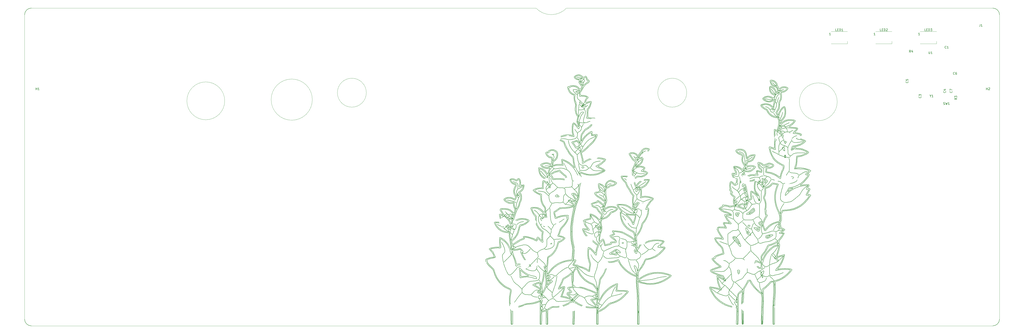
<source format=gto>
%TF.GenerationSoftware,KiCad,Pcbnew,5.99.0-unknown-ae51e60f70~131~ubuntu21.10.1*%
%TF.CreationDate,2021-09-02T01:24:25-04:00*%
%TF.ProjectId,aek,61656b2e-6b69-4636-9164-5f7063625858,rev?*%
%TF.SameCoordinates,Original*%
%TF.FileFunction,Legend,Top*%
%TF.FilePolarity,Positive*%
%FSLAX46Y46*%
G04 Gerber Fmt 4.6, Leading zero omitted, Abs format (unit mm)*
G04 Created by KiCad (PCBNEW 5.99.0-unknown-ae51e60f70~131~ubuntu21.10.1) date 2021-09-02 01:24:25*
%MOMM*%
%LPD*%
G01*
G04 APERTURE LIST*
%ADD10C,0.200000*%
%TA.AperFunction,Profile*%
%ADD11C,0.150000*%
%TD*%
%TA.AperFunction,Profile*%
%ADD12C,0.050000*%
%TD*%
%ADD13C,0.150000*%
%ADD14C,0.120000*%
%ADD15R,1.500000X1.000000*%
%ADD16C,5.400000*%
%ADD17C,3.987800*%
%ADD18C,1.750000*%
%ADD19C,3.048000*%
%ADD20R,2.000000X2.000000*%
%ADD21C,2.000000*%
G04 APERTURE END LIST*
D10*
X256232690Y-91813350D02*
X255849830Y-91017850D01*
X367201180Y-72537697D02*
X366451520Y-73260274D01*
X351670330Y-84950677D02*
X351890611Y-84932159D01*
X352091907Y-84867061D01*
X352289871Y-84768822D01*
X352330310Y-84743465D01*
X251562210Y-107708437D02*
X251656667Y-107519989D01*
X251834968Y-107423306D01*
X251883770Y-107413026D01*
X356158040Y-118314090D02*
X356315104Y-118469197D01*
X356470448Y-118621637D01*
X356622348Y-118775168D01*
X356769080Y-118933550D01*
X252948700Y-133149030D02*
X253144747Y-133213131D01*
X253350327Y-133232562D01*
X253369660Y-133049830D01*
X326716770Y-140007511D02*
X326971483Y-139993771D01*
X327262487Y-140017147D01*
X327500070Y-140043680D01*
X327764679Y-140077725D01*
X328049598Y-140118215D01*
X328348110Y-140164082D01*
X328653496Y-140214257D01*
X328959040Y-140267671D01*
X329258026Y-140323257D01*
X329543734Y-140379946D01*
X329809449Y-140436670D01*
X330048453Y-140492361D01*
X330254029Y-140545950D01*
X330419460Y-140596370D01*
X359509030Y-59903327D02*
X359352805Y-60059278D01*
X359205509Y-60216080D01*
X359066910Y-60374153D01*
X358936779Y-60533916D01*
X358814882Y-60695790D01*
X358700991Y-60860195D01*
X358544657Y-61112468D01*
X358405033Y-61372800D01*
X358281339Y-61642608D01*
X358207342Y-61828445D01*
X358139848Y-62019545D01*
X358078625Y-62216327D01*
X358023443Y-62419212D01*
X357974070Y-62628619D01*
X357951490Y-62735901D01*
X253552650Y-91984882D02*
X253445332Y-91790874D01*
X253256731Y-91658382D01*
X253055317Y-91558405D01*
X252848924Y-91475194D01*
X252803490Y-91458598D01*
X226060229Y-128054850D02*
X226019444Y-127846680D01*
X226107571Y-127656868D01*
X226214490Y-127562180D01*
X339604000Y-147411550D02*
X339604712Y-147623002D01*
X339605164Y-147838613D01*
X339605362Y-148057954D01*
X339605310Y-148280594D01*
X339605014Y-148506104D01*
X339604479Y-148734056D01*
X339603709Y-148964019D01*
X339602710Y-149195565D01*
X339601488Y-149428263D01*
X339600046Y-149661686D01*
X339598391Y-149895402D01*
X339596527Y-150128984D01*
X339594460Y-150362001D01*
X339592194Y-150594025D01*
X339589734Y-150824625D01*
X339587087Y-151053373D01*
X339584256Y-151279839D01*
X339581248Y-151503595D01*
X339578066Y-151724209D01*
X339574717Y-151941254D01*
X339571205Y-152154299D01*
X339567536Y-152362916D01*
X339563714Y-152566676D01*
X339555633Y-152957903D01*
X339547004Y-153324546D01*
X339537867Y-153663171D01*
X339528264Y-153970342D01*
X339523300Y-154111060D01*
X338240350Y-144041950D02*
X338087012Y-143885971D01*
X337880253Y-143676529D01*
X337692290Y-143487198D01*
X337512889Y-143307496D01*
X337331811Y-143126939D01*
X337138822Y-142935042D01*
X336923684Y-142721322D01*
X336762900Y-142561541D01*
X336584690Y-142384296D01*
X336386021Y-142186479D01*
X336163859Y-141964985D01*
X335915173Y-141716707D01*
X335636930Y-141438540D01*
X360910110Y-93146014D02*
X361063671Y-93352173D01*
X361226840Y-93500814D01*
X361401715Y-93598886D01*
X361656714Y-93662998D01*
X361867056Y-93670104D01*
X362096094Y-93649809D01*
X362345924Y-93609063D01*
X362618645Y-93554816D01*
X362916353Y-93494019D01*
X363129742Y-93453280D01*
X363355790Y-93414779D01*
X285343860Y-139026830D02*
X285312385Y-139246609D01*
X285280662Y-139484767D01*
X285252636Y-139704543D01*
X285224583Y-139932556D01*
X285197831Y-140158362D01*
X285178260Y-140330400D01*
X252803490Y-91458598D02*
X252502362Y-91337149D01*
X252214574Y-91194573D01*
X251940711Y-91031681D01*
X251681356Y-90849287D01*
X251437096Y-90648206D01*
X251208513Y-90429250D01*
X250996193Y-90193234D01*
X250800720Y-89940970D01*
X250622678Y-89673273D01*
X250462652Y-89390957D01*
X250321226Y-89094834D01*
X250198985Y-88785718D01*
X250096514Y-88464423D01*
X250014396Y-88131763D01*
X249953216Y-87788551D01*
X249913560Y-87435602D01*
X297351510Y-119745280D02*
X297258284Y-119563238D01*
X297199130Y-119564790D01*
X253278560Y-156753070D02*
X253276560Y-153831660D01*
X271623650Y-66051486D02*
X271863782Y-65983775D01*
X272099881Y-65907587D01*
X272333627Y-65824811D01*
X272566696Y-65737340D01*
X272800766Y-65647065D01*
X273037515Y-65555876D01*
X273278622Y-65465666D01*
X273525763Y-65378325D01*
X273780617Y-65295745D01*
X274044861Y-65219817D01*
X274227070Y-65173828D01*
X269950440Y-46697881D02*
X269828255Y-46875904D01*
X269660569Y-47053303D01*
X269463487Y-47220013D01*
X269253117Y-47365974D01*
X269045564Y-47481120D01*
X268856934Y-47555391D01*
X268644703Y-47568142D01*
X268600870Y-47541053D01*
X356017300Y-55742801D02*
X356048091Y-55945131D01*
X356097700Y-55943800D01*
X238139980Y-113260182D02*
X238261967Y-113421163D01*
X238395177Y-113575060D01*
X238541300Y-113728360D01*
X238702026Y-113887553D01*
X238879045Y-114059125D01*
X239033526Y-114209657D01*
X239157460Y-114332480D01*
X348233220Y-113876480D02*
X347658930Y-113879480D01*
X357580970Y-69614938D02*
X357516672Y-69420402D01*
X357442180Y-69308653D01*
X352904600Y-86643743D02*
X352684566Y-86587613D01*
X352479455Y-86584970D01*
X352406665Y-86780352D01*
X352403420Y-86904545D01*
X279519520Y-98558814D02*
X279334910Y-98479526D01*
X279162119Y-98350248D01*
X279001879Y-98201573D01*
X278963100Y-98161055D01*
X261351500Y-91521425D02*
X261598422Y-91592514D01*
X261829428Y-91642855D01*
X262044534Y-91622852D01*
X262106721Y-91430490D01*
X262071620Y-91188844D01*
X334975470Y-120458170D02*
X335028486Y-120709090D01*
X335096749Y-120926085D01*
X335184333Y-121162682D01*
X335286642Y-121414306D01*
X335399081Y-121676378D01*
X335517053Y-121944322D01*
X335635962Y-122213559D01*
X335751211Y-122479513D01*
X335858206Y-122737605D01*
X335952349Y-122983260D01*
X335980080Y-123061590D01*
X254254740Y-79722320D02*
X254049705Y-79733406D01*
X253842511Y-79762755D01*
X253645960Y-79813820D01*
X272998680Y-141390130D02*
X273249128Y-141478116D01*
X273452278Y-141553715D01*
X273664432Y-141635821D01*
X273881879Y-141722881D01*
X274100911Y-141813338D01*
X274317816Y-141905638D01*
X274528886Y-141998224D01*
X274730410Y-142089542D01*
X274918678Y-142178037D01*
X275142670Y-142288950D01*
X236553380Y-113372232D02*
X235987670Y-113150012D01*
X341150230Y-100702825D02*
X341338725Y-100886191D01*
X341522411Y-101056017D01*
X341704875Y-101206941D01*
X341889707Y-101333603D01*
X342080495Y-101430643D01*
X342280827Y-101492700D01*
X342494293Y-101514415D01*
X342724481Y-101490426D01*
X342974980Y-101415373D01*
X343249378Y-101283896D01*
X343447360Y-101162252D01*
X282641040Y-147030060D02*
X282871095Y-146967432D01*
X283105565Y-146897493D01*
X283343423Y-146820700D01*
X283583644Y-146737510D01*
X283825204Y-146648381D01*
X284067076Y-146553771D01*
X284308236Y-146454137D01*
X284547658Y-146349937D01*
X284784318Y-146241629D01*
X285017189Y-146129670D01*
X285245247Y-146014518D01*
X285467466Y-145896630D01*
X285682821Y-145776465D01*
X285890287Y-145654480D01*
X286088838Y-145531132D01*
X286277450Y-145406880D01*
X254476560Y-90185216D02*
X254634580Y-90102587D01*
X245121610Y-121508180D02*
X245366660Y-121679776D01*
X245596576Y-121865947D01*
X245814997Y-122064175D01*
X246025563Y-122271943D01*
X246231915Y-122486734D01*
X246437692Y-122706029D01*
X246646534Y-122927312D01*
X246862083Y-123148065D01*
X247087978Y-123365770D01*
X247327859Y-123577911D01*
X247585367Y-123781970D01*
X247864142Y-123975429D01*
X248167823Y-124155771D01*
X248500051Y-124320478D01*
X248864467Y-124467033D01*
X249059882Y-124532717D01*
X249264710Y-124592920D01*
X297254440Y-110953172D02*
X297088332Y-111145933D01*
X296945664Y-111329904D01*
X296823968Y-111509836D01*
X296720777Y-111690485D01*
X296633624Y-111876605D01*
X296560042Y-112072950D01*
X296497563Y-112284274D01*
X296443720Y-112515332D01*
X258662430Y-98876233D02*
X258853906Y-99042703D01*
X259006726Y-99225298D01*
X259060480Y-99427648D01*
X258895420Y-99572615D01*
X258670851Y-99610970D01*
X258491660Y-99613064D01*
X335620150Y-129375250D02*
X335528769Y-129559993D01*
X335471413Y-129752653D01*
X335431164Y-129999085D01*
X335406223Y-130245136D01*
X335375563Y-130483721D01*
X335318152Y-130707757D01*
X335238830Y-130871750D01*
X291338880Y-121314950D02*
X291543649Y-121265222D01*
X291762624Y-121241749D01*
X291987753Y-121225565D01*
X292188989Y-121215456D01*
X292403784Y-121208354D01*
X292514760Y-121206070D01*
X340896040Y-103078894D02*
X340690986Y-103182234D01*
X340484442Y-103277557D01*
X340273167Y-103368375D01*
X340076814Y-103446024D01*
X340002100Y-103473123D01*
X348468790Y-127043200D02*
X348616593Y-127232765D01*
X348738565Y-127407075D01*
X348863463Y-127596804D01*
X348990928Y-127797591D01*
X349120600Y-128005077D01*
X349252121Y-128214904D01*
X349385131Y-128422711D01*
X349485650Y-128574620D01*
X345117940Y-100337034D02*
X345206463Y-100140360D01*
X345217462Y-99936258D01*
X345190516Y-99703470D01*
X345150508Y-99500940D01*
X345140440Y-99456466D01*
X357668290Y-105678734D02*
X358395330Y-107208876D01*
X266895450Y-101427678D02*
X266809750Y-101513408D01*
X285100110Y-143626940D02*
X287397240Y-142969960D01*
X291796990Y-121496220D02*
X292178370Y-122010900D01*
X338649200Y-91299656D02*
X338854413Y-91346660D01*
X339053431Y-91410910D01*
X339233235Y-91511512D01*
X339237770Y-91517890D01*
X293123030Y-131725860D02*
X293015841Y-131454691D01*
X292928509Y-131220901D01*
X292860744Y-131022154D01*
X292800329Y-130807624D01*
X292772462Y-130582717D01*
X292909939Y-130415669D01*
X292960270Y-130412270D01*
X250632720Y-139998090D02*
X250632720Y-139998090D01*
X365248540Y-86727093D02*
X365795700Y-86574557D01*
X233674579Y-125664920D02*
X233617997Y-125876918D01*
X233601307Y-126108243D01*
X233609555Y-126308537D01*
X233630830Y-126509474D01*
X233664164Y-126743272D01*
X233685780Y-126890050D01*
X251775770Y-118964610D02*
X251804282Y-119201435D01*
X251831063Y-119457719D01*
X251845110Y-119693628D01*
X251825092Y-119894011D01*
X251648580Y-119998320D01*
X355550900Y-56606561D02*
X355435385Y-56427027D01*
X355211025Y-56405118D01*
X354998954Y-56487002D01*
X354799527Y-56575867D01*
X354741100Y-56602361D01*
X295055690Y-114910640D02*
X295055690Y-114910640D01*
X228887360Y-123706370D02*
X229038039Y-123844450D01*
X229177430Y-123991465D01*
X229306398Y-124148730D01*
X229425807Y-124317562D01*
X229536520Y-124499276D01*
X229639402Y-124695188D01*
X229735317Y-124906614D01*
X229825130Y-125134870D01*
X241781880Y-129627860D02*
X241781880Y-129627860D01*
X251442870Y-140086350D02*
X251469401Y-140298284D01*
X251491147Y-140529232D01*
X251507848Y-140771763D01*
X251519243Y-141018446D01*
X251525073Y-141261850D01*
X251525077Y-141494544D01*
X251518996Y-141709098D01*
X251506570Y-141898080D01*
X352176290Y-135925420D02*
X352129799Y-136182830D01*
X352064885Y-136415596D01*
X351980972Y-136625467D01*
X351877485Y-136814191D01*
X351753849Y-136983516D01*
X351609488Y-137135189D01*
X351443826Y-137270960D01*
X351256290Y-137392576D01*
X351046302Y-137501785D01*
X350813288Y-137600337D01*
X350644870Y-137660980D01*
X356464420Y-134577790D02*
X356689008Y-134534602D01*
X356890046Y-134496897D01*
X357104517Y-134455744D01*
X357327289Y-134410549D01*
X357553228Y-134360719D01*
X357777202Y-134305661D01*
X357994078Y-134244779D01*
X358148990Y-134194940D01*
X235635240Y-106981657D02*
X235823035Y-107147777D01*
X235983033Y-107290787D01*
X236159196Y-107451284D01*
X236331375Y-107614523D01*
X236489023Y-107775976D01*
X236640952Y-107950606D01*
X236728520Y-108059165D01*
X240571590Y-103953709D02*
X240571590Y-103953709D01*
X337934400Y-118007890D02*
X337934400Y-118007890D01*
X264441390Y-111346192D02*
X264471570Y-111109536D01*
X264502744Y-110870531D01*
X264534841Y-110629609D01*
X264567789Y-110387202D01*
X264601515Y-110143742D01*
X264635946Y-109899661D01*
X264671012Y-109655391D01*
X264706639Y-109411365D01*
X264742756Y-109168014D01*
X264779290Y-108925771D01*
X264816169Y-108685067D01*
X264853322Y-108446336D01*
X264890675Y-108210008D01*
X264928157Y-107976517D01*
X264965696Y-107746294D01*
X265003220Y-107519771D01*
X265040655Y-107297381D01*
X265077931Y-107079556D01*
X265114975Y-106866727D01*
X265151715Y-106659327D01*
X265188078Y-106457788D01*
X265259388Y-106074022D01*
X265328327Y-105718885D01*
X265394318Y-105395834D01*
X265456784Y-105108327D01*
X265515147Y-104859820D01*
X265542610Y-104751273D01*
X240860960Y-148656190D02*
X240860780Y-148656610D01*
X357011880Y-121543800D02*
X356814125Y-121649424D01*
X356623061Y-121731655D01*
X356413278Y-121794058D01*
X356275690Y-121796780D01*
X362121510Y-72949165D02*
X362291109Y-72761778D01*
X362426830Y-72583404D01*
X362532428Y-72407098D01*
X362632857Y-72163237D01*
X362682772Y-71964748D01*
X362715081Y-71745176D01*
X362733540Y-71497578D01*
X362741905Y-71215008D01*
X362743727Y-71003769D01*
X362743845Y-70771843D01*
X362743371Y-70517172D01*
X362743260Y-70380664D01*
X267943920Y-67154599D02*
X268012495Y-67359527D01*
X268055885Y-67591686D01*
X268083245Y-67821708D01*
X268097437Y-68023938D01*
X268102450Y-68226594D01*
X268709050Y-88300412D02*
X269516030Y-88622784D01*
X342528690Y-95696092D02*
X342733216Y-95616174D01*
X342788740Y-95504664D01*
X292937270Y-104202176D02*
X293080500Y-104715273D01*
X350151790Y-130481260D02*
X350225990Y-131637570D01*
X326990590Y-132547000D02*
X327162897Y-132394592D01*
X327401979Y-132251708D01*
X327605255Y-132146229D01*
X327838404Y-132034678D01*
X328096932Y-131918861D01*
X328376349Y-131800584D01*
X328672163Y-131681652D01*
X328979884Y-131563871D01*
X329295019Y-131449047D01*
X329613078Y-131338985D01*
X329929569Y-131235492D01*
X330240002Y-131140372D01*
X330539883Y-131055433D01*
X330824724Y-130982478D01*
X330960100Y-130951060D01*
X248865480Y-109705188D02*
X248869930Y-109940712D01*
X248875688Y-110154324D01*
X248887832Y-110438906D01*
X248905626Y-110687683D01*
X248930694Y-110908758D01*
X248964660Y-111110229D01*
X249026595Y-111362363D01*
X249111084Y-111613248D01*
X249191567Y-111812142D01*
X249288526Y-112029234D01*
X249363120Y-112188072D01*
X333646190Y-143981620D02*
X333854160Y-144019765D01*
X334059354Y-144032669D01*
X334277614Y-144000076D01*
X334472277Y-143927633D01*
X334693555Y-143802739D01*
X334881860Y-143668410D01*
X335093120Y-143494368D01*
X335248404Y-143354118D01*
X335330760Y-143276240D01*
X289754610Y-103434465D02*
X289983503Y-103546319D01*
X290166745Y-103643687D01*
X290356297Y-103750326D01*
X290548915Y-103864184D01*
X290741351Y-103983208D01*
X290930359Y-104105346D01*
X291112694Y-104228547D01*
X291285109Y-104350757D01*
X291493955Y-104508616D01*
X291630600Y-104620535D01*
X269075420Y-79952896D02*
X269163766Y-80195439D01*
X269254610Y-80467550D01*
X269315624Y-80661796D01*
X269376345Y-80863800D01*
X269436213Y-81071410D01*
X269494667Y-81282472D01*
X269551145Y-81494834D01*
X269605086Y-81706341D01*
X269655930Y-81914842D01*
X269703116Y-82118183D01*
X269746083Y-82314210D01*
X269801395Y-82589829D01*
X269844059Y-82836882D01*
X269864540Y-82982126D01*
X266963150Y-49843241D02*
X267169886Y-49953750D01*
X267356201Y-50075216D01*
X267545805Y-50215943D01*
X267729821Y-50368951D01*
X267899375Y-50527262D01*
X268045589Y-50683898D01*
X268071250Y-50714410D01*
X360236480Y-126114320D02*
X360185313Y-126361616D01*
X360134372Y-126555865D01*
X360071455Y-126769841D01*
X359997832Y-127000303D01*
X359914779Y-127244009D01*
X359823568Y-127497719D01*
X359725471Y-127758191D01*
X359621764Y-128022185D01*
X359513718Y-128286460D01*
X359402607Y-128547773D01*
X359289705Y-128802885D01*
X359176284Y-129048554D01*
X359063617Y-129281539D01*
X358952979Y-129498599D01*
X358845642Y-129696493D01*
X358793610Y-129787240D01*
X272084300Y-59682829D02*
X272205823Y-59513771D01*
X272335958Y-59301532D01*
X272470214Y-59056511D01*
X272604101Y-58789106D01*
X272690935Y-58603535D01*
X272774278Y-58415719D01*
X272852800Y-58228738D01*
X272958631Y-57956572D01*
X273046128Y-57703617D01*
X273110801Y-57480272D01*
X273153764Y-57246509D01*
X273155670Y-57202071D01*
X355009760Y-93703590D02*
X354394250Y-94361731D01*
X247981970Y-104227239D02*
X248277031Y-104234897D01*
X248568718Y-104258951D01*
X248856306Y-104299048D01*
X249139068Y-104354839D01*
X249416278Y-104425970D01*
X249687212Y-104512092D01*
X249951144Y-104612853D01*
X250207347Y-104727902D01*
X250455097Y-104856887D01*
X250693667Y-104999457D01*
X250922333Y-105155261D01*
X251140368Y-105323948D01*
X251347046Y-105505167D01*
X251541643Y-105698565D01*
X251723433Y-105903792D01*
X251891690Y-106120498D01*
X243283610Y-147874460D02*
X243480441Y-147790954D01*
X243671269Y-147715872D01*
X243916681Y-147628789D01*
X244152169Y-147556490D01*
X244378161Y-147498869D01*
X244595084Y-147455815D01*
X244803366Y-147427220D01*
X245003433Y-147412975D01*
X245100520Y-147411200D01*
X276371300Y-145267090D02*
X276154183Y-145231811D01*
X275951798Y-145192152D01*
X275673531Y-145124525D01*
X275422473Y-145047224D01*
X275195060Y-144960360D01*
X274987733Y-144864040D01*
X274796930Y-144758371D01*
X274619088Y-144643464D01*
X274450647Y-144519425D01*
X274288045Y-144386363D01*
X274127720Y-144244387D01*
X274074170Y-144195100D01*
X255237440Y-120545970D02*
X255337243Y-120364472D01*
X255539024Y-120305317D01*
X255556490Y-120305030D01*
X293982370Y-88757731D02*
X295360650Y-89167540D01*
X269632740Y-87687874D02*
X269924687Y-87691312D01*
X270189534Y-87685021D01*
X270429668Y-87669069D01*
X270647477Y-87643524D01*
X270845351Y-87608455D01*
X271110008Y-87538143D01*
X271343243Y-87446789D01*
X271553119Y-87334623D01*
X271747697Y-87201877D01*
X271935037Y-87048783D01*
X272123201Y-86875573D01*
X272320249Y-86682477D01*
X272389300Y-86613734D01*
X351865690Y-59950379D02*
X352064956Y-60041421D01*
X352271674Y-60154661D01*
X352440192Y-60275748D01*
X352605370Y-60444196D01*
X352723301Y-60614510D01*
X352833444Y-60821728D01*
X352877450Y-60916982D01*
X371289270Y-96338337D02*
X370691490Y-96291247D01*
X339720430Y-132977540D02*
X339720430Y-132977540D01*
X363579230Y-65244038D02*
X363237552Y-65213831D01*
X362909526Y-65198158D01*
X362594113Y-65197362D01*
X362290272Y-65211784D01*
X361996962Y-65241769D01*
X361713141Y-65287657D01*
X361437771Y-65349793D01*
X361169810Y-65428519D01*
X360908217Y-65524177D01*
X360651951Y-65637110D01*
X360399973Y-65767661D01*
X360151242Y-65916172D01*
X359904717Y-66082986D01*
X359659356Y-66268447D01*
X359414121Y-66472896D01*
X359167970Y-66696676D01*
X350364770Y-142114980D02*
X350307970Y-141030180D01*
X284769760Y-140389990D02*
X284807962Y-140131538D01*
X284840410Y-139887234D01*
X284866621Y-139662651D01*
X284886112Y-139463365D01*
X284900293Y-139258324D01*
X284897232Y-139057771D01*
X284887250Y-139030690D01*
X228373660Y-123811780D02*
X228199136Y-123643124D01*
X228050843Y-123488833D01*
X227902410Y-123316236D01*
X227778541Y-123138961D01*
X227703924Y-122934399D01*
X227713670Y-122867230D01*
X269785950Y-58434804D02*
X269934694Y-58586512D01*
X270073071Y-58732775D01*
X270240295Y-58896109D01*
X270411706Y-59023616D01*
X270598626Y-59100120D01*
X270812382Y-59110442D01*
X271010320Y-59060850D01*
X239737420Y-128869890D02*
X239792088Y-129128680D01*
X239840866Y-129346033D01*
X239898488Y-129575284D01*
X239961971Y-129772064D01*
X240140432Y-129864291D01*
X240167540Y-129830570D01*
X257534830Y-94423996D02*
X257358970Y-94255181D01*
X257190507Y-94098106D01*
X257026496Y-93951141D01*
X256863995Y-93812657D01*
X256700058Y-93681024D01*
X256531741Y-93554611D01*
X256462530Y-93505143D01*
X355809880Y-138493390D02*
X355748706Y-138698670D01*
X355746380Y-138911790D01*
X345744320Y-121313120D02*
X345951141Y-121257881D01*
X346178632Y-121185451D01*
X346420083Y-121099442D01*
X346668788Y-121003465D01*
X346918038Y-120901134D01*
X347161125Y-120796060D01*
X347391342Y-120691856D01*
X347601980Y-120592134D01*
X347786331Y-120500505D01*
X347979649Y-120397169D01*
X348016950Y-120375590D01*
X350440390Y-149287180D02*
X350472140Y-149082742D01*
X350440390Y-148904320D01*
X340537610Y-92433147D02*
X340997040Y-92433147D01*
X266159200Y-146952710D02*
X266058290Y-150193020D01*
X360577920Y-81177206D02*
X360598420Y-80870922D01*
X342646560Y-79827858D02*
X342554000Y-79641701D01*
X342418840Y-79452143D01*
X342247640Y-79264562D01*
X342099538Y-79128410D01*
X341937623Y-78998663D01*
X341764665Y-78877593D01*
X341583432Y-78767467D01*
X341396691Y-78670554D01*
X341207213Y-78589123D01*
X341080740Y-78544559D01*
X345506810Y-105273799D02*
X345643944Y-105124665D01*
X345810313Y-104952675D01*
X345964966Y-104802266D01*
X346125871Y-104658633D01*
X346293198Y-104539990D01*
X346323580Y-104531396D01*
X259372290Y-146512260D02*
X259134965Y-146522160D01*
X258915066Y-146527115D01*
X258711220Y-146525780D01*
X258462019Y-146511897D01*
X258235655Y-146481259D01*
X258028871Y-146430683D01*
X257838409Y-146356983D01*
X257661012Y-146256976D01*
X257534580Y-146162790D01*
X250234590Y-140426080D02*
X250401738Y-140558754D01*
X250563670Y-140686888D01*
X250724882Y-140813343D01*
X250732420Y-140818900D01*
X234257720Y-108201894D02*
X233338099Y-108819364D01*
X345117740Y-100337029D02*
X345117940Y-100337034D01*
X241148080Y-97840455D02*
X241176647Y-98045617D01*
X241331850Y-97976995D01*
X304080830Y-118925960D02*
X304360311Y-118958996D01*
X304618120Y-118992391D01*
X304854757Y-119026298D01*
X305070727Y-119060871D01*
X305357027Y-119114315D01*
X305599650Y-119170121D01*
X305800293Y-119228807D01*
X306005446Y-119312433D01*
X306187690Y-119451888D01*
X306233170Y-119583590D01*
X276065840Y-89136669D02*
X276064980Y-89136660D01*
X254726650Y-84520472D02*
X255503890Y-84914327D01*
X253468980Y-89653909D02*
X253397928Y-89464430D01*
X253310736Y-89273673D01*
X253208580Y-89082858D01*
X253092639Y-88893206D01*
X252964092Y-88705938D01*
X252824118Y-88522275D01*
X252673894Y-88343439D01*
X252514600Y-88170651D01*
X252347413Y-88005132D01*
X252173512Y-87848103D01*
X251994075Y-87700785D01*
X251810282Y-87564400D01*
X251623311Y-87440168D01*
X251434339Y-87329311D01*
X251244546Y-87233050D01*
X251055110Y-87152606D01*
X350052930Y-148849350D02*
X350070139Y-148453229D01*
X350085782Y-148059534D01*
X350099824Y-147670674D01*
X350112229Y-147289056D01*
X350122962Y-146917090D01*
X350131990Y-146557185D01*
X350139276Y-146211748D01*
X350144786Y-145883190D01*
X350148485Y-145573917D01*
X350150337Y-145286339D01*
X350150309Y-145022865D01*
X350148365Y-144785903D01*
X350144470Y-144577862D01*
X350134893Y-144325295D01*
X350120730Y-144151350D01*
X336713120Y-89317804D02*
X336717794Y-89117491D01*
X336839073Y-88936404D01*
X337067971Y-88912005D01*
X337276009Y-88918713D01*
X337476269Y-88930236D01*
X337552250Y-88934948D01*
X295666210Y-98870886D02*
X295699144Y-98648039D01*
X295725128Y-98414406D01*
X295744380Y-98173460D01*
X295757119Y-97928673D01*
X295763566Y-97683516D01*
X295763941Y-97441461D01*
X295758461Y-97205981D01*
X295747348Y-96980548D01*
X295730821Y-96768633D01*
X295696359Y-96483703D01*
X295650950Y-96248720D01*
X295574658Y-96033357D01*
X295481980Y-95955398D01*
X229524000Y-125531620D02*
X229441790Y-125331034D01*
X229357216Y-125142983D01*
X229239013Y-124909118D01*
X229112386Y-124691228D01*
X228974923Y-124485710D01*
X228824213Y-124288959D01*
X228657845Y-124097370D01*
X228473408Y-123907338D01*
X228373660Y-123811780D01*
X275343020Y-147659160D02*
X275835070Y-148289970D01*
X252240140Y-109278790D02*
X252212983Y-109512612D01*
X252195633Y-109711989D01*
X252177882Y-109911307D01*
X252149185Y-110144902D01*
X252104461Y-110366020D01*
X252061580Y-110503162D01*
X267089000Y-130628470D02*
X266918956Y-130517983D01*
X266723616Y-130462604D01*
X266511879Y-130430814D01*
X266307347Y-130416086D01*
X266127060Y-130412390D01*
X266974480Y-130878000D02*
X267136680Y-131011869D01*
X267225805Y-131208401D01*
X267249500Y-131292850D01*
X364315090Y-77720233D02*
X364499344Y-77591172D01*
X364715468Y-77454874D01*
X364900006Y-77359047D01*
X365089896Y-77295473D01*
X365310443Y-77321540D01*
X365445190Y-77501650D01*
X256921830Y-135312850D02*
X256734964Y-135508536D01*
X256545785Y-135715798D01*
X256346883Y-135928952D01*
X256205222Y-136071523D01*
X256053752Y-136212502D01*
X255890277Y-136350207D01*
X255712603Y-136482954D01*
X255518533Y-136609059D01*
X255305873Y-136726838D01*
X255072427Y-136834607D01*
X254816001Y-136930682D01*
X254534398Y-137013380D01*
X254225424Y-137081017D01*
X253886883Y-137131909D01*
X253705840Y-137150550D01*
X250490030Y-144271780D02*
X250490030Y-144271780D01*
X358198010Y-65326970D02*
X358177216Y-65536706D01*
X358167172Y-65746560D01*
X358158585Y-65961776D01*
X358148994Y-66167658D01*
X358135210Y-66398966D01*
X259612800Y-119797280D02*
X259405748Y-119899857D01*
X259186218Y-120016836D01*
X258986739Y-120152114D01*
X258849868Y-120302274D01*
X258753475Y-120496289D01*
X258690634Y-120702547D01*
X258628208Y-120970250D01*
X258593610Y-121131780D01*
X337474640Y-145419470D02*
X337622640Y-145568237D01*
X337790227Y-145732456D01*
X337974106Y-145888701D01*
X338170982Y-146013548D01*
X338377561Y-146083572D01*
X338590548Y-146075346D01*
X338676800Y-146044900D01*
X239141970Y-101009088D02*
X238939341Y-100931903D01*
X238736634Y-100822268D01*
X238563251Y-100718353D01*
X238412920Y-100621880D01*
X292411210Y-102505495D02*
X292527770Y-103312740D01*
X364906400Y-70634769D02*
X366028050Y-70809146D01*
X275623980Y-120791780D02*
X275421102Y-120652577D01*
X275248253Y-120524085D01*
X275071717Y-120385139D01*
X274896743Y-120240143D01*
X274728580Y-120093503D01*
X274572478Y-119949624D01*
X274402308Y-119780369D01*
X274344110Y-119717730D01*
X295984460Y-107441070D02*
X295920821Y-107658666D01*
X295855455Y-107851346D01*
X295766377Y-108075235D01*
X295676067Y-108268615D01*
X295563048Y-108479435D01*
X295451799Y-108670281D01*
X295344374Y-108856539D01*
X295282610Y-108972493D01*
X355076840Y-136538010D02*
X355224143Y-136689032D01*
X355366902Y-136842601D01*
X355495729Y-137029112D01*
X355585669Y-137231629D01*
X355642310Y-137437130D01*
X355682328Y-137691042D01*
X355689410Y-137763140D01*
X235379810Y-115590400D02*
X235173216Y-115559823D01*
X234969834Y-115524298D01*
X234769685Y-115483840D01*
X234572787Y-115438461D01*
X234379162Y-115388176D01*
X234001805Y-115272939D01*
X233637772Y-115138237D01*
X233287223Y-114984179D01*
X232950315Y-114810873D01*
X232627207Y-114618427D01*
X232318057Y-114406950D01*
X232023023Y-114176550D01*
X231742265Y-113927335D01*
X231475940Y-113659414D01*
X231224207Y-113372895D01*
X230987224Y-113067886D01*
X230765150Y-112744495D01*
X230558143Y-112402832D01*
X230460340Y-112225182D01*
X253432660Y-130807000D02*
X253500209Y-130547543D01*
X253547974Y-130263795D01*
X253581538Y-130032988D01*
X253615752Y-129775429D01*
X253649996Y-129496746D01*
X253683648Y-129202565D01*
X253716086Y-128898511D01*
X253746689Y-128590211D01*
X253774835Y-128283290D01*
X253799903Y-127983376D01*
X253821271Y-127696094D01*
X253838317Y-127427069D01*
X253850421Y-127181929D01*
X253856960Y-126966300D01*
X263396380Y-79732656D02*
X263277094Y-79525856D01*
X263160858Y-79328258D01*
X263030756Y-79109755D01*
X262926650Y-78936425D01*
X262818948Y-78758313D01*
X262709456Y-78578412D01*
X262599973Y-78399713D01*
X262492304Y-78225205D01*
X262354680Y-78004219D01*
X338449210Y-102004519D02*
X338423050Y-101805024D01*
X338312450Y-101774806D01*
X293202600Y-109891362D02*
X293119449Y-110120547D01*
X293053631Y-110316198D01*
X292990327Y-110516325D01*
X292931279Y-110714968D01*
X292866112Y-110952101D01*
X292813723Y-111165953D01*
X292777520Y-111344882D01*
X355089300Y-151890490D02*
X355089746Y-151622096D01*
X355090704Y-151352522D01*
X355092164Y-151082096D01*
X355094117Y-150811148D01*
X355096554Y-150540007D01*
X355099466Y-150269001D01*
X355102842Y-149998460D01*
X355106675Y-149728712D01*
X355110953Y-149460087D01*
X355115669Y-149192914D01*
X355120813Y-148927521D01*
X355126376Y-148664237D01*
X355132348Y-148403393D01*
X355138719Y-148145315D01*
X355145482Y-147890335D01*
X355152626Y-147638780D01*
X355160142Y-147390979D01*
X355168021Y-147147262D01*
X355176253Y-146907958D01*
X355184829Y-146673395D01*
X355193741Y-146443903D01*
X355202978Y-146219810D01*
X355212531Y-146001446D01*
X355222391Y-145789139D01*
X355232549Y-145583219D01*
X355253721Y-145191855D01*
X355275972Y-144829985D01*
X355299228Y-144500241D01*
X355311210Y-144348240D01*
X343912400Y-101481720D02*
X343987619Y-101684383D01*
X344031671Y-101884524D01*
X344024451Y-102099491D01*
X343967821Y-102306802D01*
X343914400Y-102444631D01*
X359412600Y-72837724D02*
X359412600Y-72837724D01*
X273881200Y-149451080D02*
X273613852Y-149446458D01*
X273359029Y-149440039D01*
X273115977Y-149431746D01*
X272883943Y-149421498D01*
X272662175Y-149409218D01*
X272449920Y-149394827D01*
X272246425Y-149378246D01*
X271955960Y-149349097D01*
X271680970Y-149314578D01*
X271418914Y-149274423D01*
X271167251Y-149228367D01*
X270923440Y-149176144D01*
X270684940Y-149117490D01*
X346026020Y-83045836D02*
X345841378Y-83197450D01*
X345621621Y-83344158D01*
X345440251Y-83448132D01*
X345249753Y-83544700D01*
X345054681Y-83631874D01*
X344859589Y-83707662D01*
X344669030Y-83770073D01*
X344429873Y-83829040D01*
X344217666Y-83855968D01*
X344170090Y-83857142D01*
X294288530Y-137456840D02*
X294483025Y-137402826D01*
X294690012Y-137352914D01*
X294910007Y-137306626D01*
X295143527Y-137263486D01*
X295391091Y-137223020D01*
X295653215Y-137184751D01*
X295930417Y-137148204D01*
X296223213Y-137112902D01*
X296532122Y-137078370D01*
X296857660Y-137044132D01*
X297200345Y-137009713D01*
X297560695Y-136974636D01*
X297939225Y-136938426D01*
X298336455Y-136900607D01*
X298542243Y-136880946D01*
X298752901Y-136860704D01*
X298968491Y-136839821D01*
X299189080Y-136818240D01*
X295848440Y-79935206D02*
X295691074Y-80089856D01*
X295542495Y-80262470D01*
X295402829Y-80449857D01*
X295272202Y-80648827D01*
X295150740Y-80856187D01*
X295038569Y-81068746D01*
X294935815Y-81283315D01*
X294842605Y-81496701D01*
X294759063Y-81705713D01*
X294685318Y-81907161D01*
X294621493Y-82097853D01*
X294544636Y-82356744D01*
X294490811Y-82573485D01*
X294455610Y-82778291D01*
X347274260Y-129874850D02*
X347129409Y-129712299D01*
X347021915Y-129531728D01*
X346969720Y-129339560D01*
X296443720Y-112515332D02*
X296392434Y-112735048D01*
X296327439Y-112967930D01*
X296249715Y-113211955D01*
X296160239Y-113465103D01*
X296059990Y-113725351D01*
X295949945Y-113990678D01*
X295831083Y-114259061D01*
X295704383Y-114528480D01*
X295570823Y-114796912D01*
X295431381Y-115062335D01*
X295287035Y-115322728D01*
X295138763Y-115576069D01*
X294987545Y-115820337D01*
X294834357Y-116053509D01*
X294680179Y-116273564D01*
X294525990Y-116478480D01*
X340690750Y-100702827D02*
X340953634Y-100604882D01*
X341178651Y-100478281D01*
X341379616Y-100332761D01*
X341570347Y-100178057D01*
X341764662Y-100023907D01*
X341976378Y-99880046D01*
X342219312Y-99756211D01*
X342507283Y-99662139D01*
X342731106Y-99620767D01*
X342985181Y-99599836D01*
X343273601Y-99602229D01*
X343600460Y-99630832D01*
X253651550Y-92736392D02*
X253613146Y-92524070D01*
X253581700Y-92311605D01*
X253558676Y-92103114D01*
X253552650Y-91984882D01*
X348280670Y-89272096D02*
X348387850Y-89862976D01*
X250542250Y-119079470D02*
X250368846Y-118894891D01*
X250202217Y-118722696D01*
X250046355Y-118566653D01*
X249872755Y-118400054D01*
X249705866Y-118251586D01*
X249568360Y-118160620D01*
X336238920Y-96350862D02*
X336223542Y-96565202D01*
X336349444Y-96736230D01*
X336521241Y-96898224D01*
X336551210Y-96923709D01*
X287397510Y-90649031D02*
X287473342Y-90883399D01*
X287596284Y-91102335D01*
X287718391Y-91288616D01*
X287860785Y-91486678D01*
X288018657Y-91690093D01*
X288187199Y-91892433D01*
X288361604Y-92087267D01*
X288537064Y-92268168D01*
X288708769Y-92428706D01*
X288764340Y-92476583D01*
X352397370Y-117636000D02*
X352571166Y-117758095D01*
X352740630Y-117854770D01*
X268193530Y-89381475D02*
X268451290Y-88840944D01*
X275241440Y-104413900D02*
X275006339Y-104337039D01*
X274761877Y-104233368D01*
X274515148Y-104108112D01*
X274273244Y-103966493D01*
X274043262Y-103813736D01*
X273832296Y-103655066D01*
X273647439Y-103495706D01*
X273495785Y-103340880D01*
X273357494Y-103150529D01*
X273307660Y-102989911D01*
X360100220Y-78824459D02*
X359917025Y-78733032D01*
X359847870Y-78573788D01*
X284875360Y-93207830D02*
X284875015Y-93413900D01*
X284753765Y-93603246D01*
X284551176Y-93808847D01*
X284380870Y-93948915D01*
X284189326Y-94087161D01*
X283982508Y-94219968D01*
X283766382Y-94343716D01*
X283546912Y-94454789D01*
X283330063Y-94549567D01*
X283121801Y-94624433D01*
X282928089Y-94675768D01*
X282677853Y-94700734D01*
X282493910Y-94652404D01*
X338207030Y-93976382D02*
X338350023Y-93793321D01*
X338452565Y-93573519D01*
X338529957Y-93359244D01*
X338599698Y-93121636D01*
X338658534Y-92870689D01*
X338703209Y-92616400D01*
X338730470Y-92368766D01*
X248539630Y-96343151D02*
X248324783Y-96434802D01*
X248145715Y-96531878D01*
X248155571Y-96741809D01*
X248285400Y-96891245D01*
X350516290Y-146339190D02*
X350533995Y-146538503D01*
X350593490Y-146530620D01*
X295111880Y-122261740D02*
X294988962Y-122463915D01*
X294863604Y-122655321D01*
X294739314Y-122831569D01*
X294590798Y-123023877D01*
X294456283Y-123177069D01*
X294304528Y-123309504D01*
X294256660Y-123331820D01*
X250490130Y-151633530D02*
X250490130Y-146514000D01*
X357606270Y-63705812D02*
X357439765Y-63539100D01*
X357315192Y-63360131D01*
X357174630Y-63137929D01*
X357026747Y-62887880D01*
X356928373Y-62713305D01*
X356787553Y-62451026D01*
X356662529Y-62201919D01*
X356561970Y-61981370D01*
X356480930Y-61758312D01*
X356468920Y-61687472D01*
X238053820Y-119269020D02*
X237913349Y-119412135D01*
X237863771Y-119607404D01*
X237882940Y-119839375D01*
X237925259Y-120067794D01*
X237948509Y-120176880D01*
X296799000Y-82513477D02*
X296748530Y-82806389D01*
X296686355Y-83083753D01*
X296612151Y-83345982D01*
X296525593Y-83593490D01*
X296426357Y-83826688D01*
X296314120Y-84045992D01*
X296188557Y-84251812D01*
X296049345Y-84444564D01*
X295896159Y-84624658D01*
X295728676Y-84792510D01*
X295546571Y-84948531D01*
X295349521Y-85093135D01*
X295137202Y-85226735D01*
X294909290Y-85349744D01*
X294665460Y-85462575D01*
X294405390Y-85565642D01*
X345932260Y-106717676D02*
X345690259Y-106880930D01*
X345478672Y-107018138D01*
X345291954Y-107131481D01*
X345072096Y-107249252D01*
X344873444Y-107333644D01*
X344634924Y-107400073D01*
X344435923Y-107428268D01*
X344215405Y-107439887D01*
X344092970Y-107441098D01*
X343294170Y-91521952D02*
X343529291Y-91498567D01*
X343741624Y-91478099D01*
X343976704Y-91451657D01*
X344235643Y-91415167D01*
X344446175Y-91378757D01*
X344671224Y-91332687D01*
X344911258Y-91275239D01*
X345166746Y-91204696D01*
X345438160Y-91119340D01*
X358763120Y-110458512D02*
X358684570Y-110695415D01*
X358621019Y-110900389D01*
X358558702Y-111136487D01*
X358520856Y-111345743D01*
X358506228Y-111545259D01*
X358513566Y-111752134D01*
X358541614Y-111983467D01*
X358575489Y-112183304D01*
X358619780Y-112413732D01*
X241008730Y-130964210D02*
X241229610Y-130900407D01*
X241447816Y-130875046D01*
X241657197Y-130879209D01*
X241888140Y-130910617D01*
X242086885Y-130956283D01*
X242220240Y-130994110D01*
X237932839Y-113732120D02*
X238093854Y-113884907D01*
X238244857Y-114027250D01*
X238433234Y-114173328D01*
X238613188Y-114265327D01*
X238829474Y-114322002D01*
X239038396Y-114336685D01*
X239157370Y-114332440D01*
X350509460Y-112494802D02*
X350466271Y-112287303D01*
X350404408Y-112091766D01*
X350244321Y-112244484D01*
X350211660Y-112303372D01*
X283905570Y-103975671D02*
X284107319Y-104037393D01*
X284383581Y-104133649D01*
X284627493Y-104233743D01*
X284838253Y-104337037D01*
X285015056Y-104442895D01*
X285196583Y-104586924D01*
X285333687Y-104769471D01*
X285361587Y-104988313D01*
X285317770Y-105096159D01*
X245023260Y-110188762D02*
X244817505Y-110069502D01*
X244622163Y-109993805D01*
X244385722Y-109917997D01*
X244118668Y-109844529D01*
X243831489Y-109775850D01*
X243634035Y-109733935D01*
X243435404Y-109695963D01*
X243142049Y-109647988D01*
X242863525Y-109612970D01*
X242610319Y-109593359D01*
X242460760Y-109590055D01*
X256539360Y-88904612D02*
X256345237Y-89031953D01*
X256150100Y-89153000D01*
X255966255Y-89260625D01*
X255782459Y-89359714D01*
X255650330Y-89419513D01*
X270560690Y-66212286D02*
X270793505Y-66239369D01*
X271007566Y-66229149D01*
X271233961Y-66184892D01*
X271447193Y-66115903D01*
X271623650Y-66051486D01*
X265239230Y-133589990D02*
X265324851Y-133405275D01*
X265327030Y-133355470D01*
X357488080Y-120276300D02*
X357395580Y-120368800D01*
X346969450Y-134393990D02*
X348041450Y-136844270D01*
X370323410Y-89676647D02*
X370068522Y-89657075D01*
X369867177Y-89580118D01*
X369802106Y-89382854D01*
X369908912Y-89184428D01*
X370085435Y-88994802D01*
X370270566Y-88836151D01*
X370500624Y-88664552D01*
X370587250Y-88604651D01*
X251579880Y-94287605D02*
X251583754Y-94080569D01*
X251595319Y-93701439D01*
X251612923Y-93367829D01*
X251637704Y-93078459D01*
X251670803Y-92832047D01*
X251713360Y-92627314D01*
X251797420Y-92395559D01*
X251953235Y-92220476D01*
X252167391Y-92189055D01*
X252371779Y-92253606D01*
X252617957Y-92388883D01*
X252807192Y-92516226D01*
X253017850Y-92671802D01*
X278936370Y-103401325D02*
X278724597Y-103299284D01*
X278533541Y-103178541D01*
X278356900Y-103056510D01*
X278165030Y-102916026D01*
X277963396Y-102760925D01*
X277757467Y-102595045D01*
X277603490Y-102465869D01*
X357545380Y-50280621D02*
X357616023Y-50497554D01*
X357695258Y-50720277D01*
X357801733Y-50920157D01*
X358026899Y-50929611D01*
X358201569Y-50799449D01*
X358388360Y-50637885D01*
X337754120Y-119001340D02*
X337594914Y-118865818D01*
X337453040Y-118676276D01*
X337346248Y-118503423D01*
X337244892Y-118316133D01*
X337154165Y-118125094D01*
X337058702Y-117883017D01*
X337003672Y-117678610D01*
X337023860Y-117498050D01*
X330892690Y-141894130D02*
X330607850Y-142179590D01*
X337944620Y-87595301D02*
X337853296Y-87404123D01*
X337766207Y-87207644D01*
X337685393Y-87011460D01*
X337612896Y-86821169D01*
X337537079Y-86600115D01*
X337481434Y-86407941D01*
X337446900Y-86230847D01*
X362896590Y-91054880D02*
X362896590Y-91054880D01*
X293521020Y-122899000D02*
X293478357Y-122699760D01*
X293420726Y-122445434D01*
X293366414Y-122239255D01*
X293290765Y-122028952D01*
X293174820Y-121850050D01*
X292974645Y-121722139D01*
X292730582Y-121655508D01*
X292468580Y-121608510D01*
X339146940Y-104020975D02*
X338916879Y-103974044D01*
X338682051Y-103915750D01*
X338472048Y-103843743D01*
X338288681Y-103724447D01*
X338240690Y-103598835D01*
X255492790Y-120737400D02*
X255292512Y-120692527D01*
X255237480Y-120545970D01*
X359680450Y-86260021D02*
X359680450Y-85618205D01*
X296126620Y-111943692D02*
X296184633Y-111737710D01*
X296296743Y-111523260D01*
X296428383Y-111315995D01*
X296555244Y-111137022D01*
X296698592Y-110950611D01*
X296855964Y-110760697D01*
X296897210Y-110713132D01*
X341525770Y-151928780D02*
X341491670Y-154340770D01*
X238310580Y-109431934D02*
X238264914Y-109647730D01*
X238221489Y-109898858D01*
X238180214Y-110177169D01*
X238140995Y-110474513D01*
X238115946Y-110679293D01*
X238091742Y-110886497D01*
X238068357Y-111093709D01*
X238045763Y-111298516D01*
X238023933Y-111498503D01*
X237992560Y-111784164D01*
X237962750Y-112045399D01*
X237934413Y-112274059D01*
X237925279Y-112341632D01*
X350951330Y-95036563D02*
X350903040Y-95284702D01*
X350843246Y-95490122D01*
X350755143Y-95698688D01*
X350634587Y-95898342D01*
X350503746Y-96067594D01*
X350368856Y-96232732D01*
X350346420Y-96261701D01*
X272989010Y-109238945D02*
X272956910Y-108225199D01*
X330974940Y-121313320D02*
X330738117Y-121071331D01*
X330510912Y-120826957D01*
X330294404Y-120581904D01*
X330089674Y-120337876D01*
X329897802Y-120096575D01*
X329719868Y-119859708D01*
X329556952Y-119628977D01*
X329410133Y-119406088D01*
X329280493Y-119192745D01*
X329169111Y-118990651D01*
X329077068Y-118801511D01*
X328977625Y-118545818D01*
X328927769Y-118328857D01*
X328944730Y-118109770D01*
X358532030Y-54439517D02*
X358529635Y-54199024D01*
X358522771Y-53970036D01*
X358511918Y-53757894D01*
X358493477Y-53524546D01*
X358465435Y-53304987D01*
X358414660Y-53136880D01*
X333167930Y-136461510D02*
X333037917Y-136285226D01*
X332925786Y-136115225D01*
X332815453Y-135934467D01*
X332717358Y-135759414D01*
X332693040Y-135712750D01*
X276306530Y-122831850D02*
X276221605Y-123082231D01*
X276145529Y-123337408D01*
X276079027Y-123593787D01*
X276022825Y-123847777D01*
X275977647Y-124095787D01*
X275944220Y-124334225D01*
X275923269Y-124559500D01*
X275915520Y-124768020D01*
X348965450Y-84469807D02*
X348828966Y-84638210D01*
X348816889Y-84868066D01*
X348827013Y-85068952D01*
X348839340Y-85212227D01*
X350415530Y-135159810D02*
X350589669Y-135269664D01*
X350644192Y-135477617D01*
X350645250Y-135517150D01*
X266063740Y-86414022D02*
X265767010Y-85480199D01*
X332693040Y-135712750D02*
X332578753Y-135527211D01*
X332431859Y-135381744D01*
X332223321Y-135260846D01*
X332035709Y-135186243D01*
X331799190Y-135111078D01*
X331584529Y-135051572D01*
X331333890Y-134987230D01*
X350032430Y-92892574D02*
X349879290Y-92586289D01*
X350338710Y-149708220D02*
X350338381Y-149910021D01*
X350338861Y-150148684D01*
X350339817Y-150378618D01*
X350340699Y-150606652D01*
X350340960Y-150839612D01*
X350340048Y-151084328D01*
X350338710Y-151239640D01*
X246894020Y-104967340D02*
X246966941Y-105154704D01*
X247039087Y-105342459D01*
X247123629Y-105563678D01*
X247199571Y-105763193D01*
X247277103Y-105967600D01*
X247292520Y-106008335D01*
X267794520Y-63336121D02*
X267784304Y-63579536D01*
X267767311Y-63779434D01*
X267742488Y-63992288D01*
X267709989Y-64216387D01*
X267669965Y-64450020D01*
X267622568Y-64691474D01*
X267567952Y-64939038D01*
X267506268Y-65190999D01*
X267437669Y-65445647D01*
X267362307Y-65701269D01*
X267335710Y-65786397D01*
X238906450Y-102871704D02*
X238932106Y-103071242D01*
X238968216Y-103284910D01*
X239013119Y-103506063D01*
X239065153Y-103728057D01*
X239122656Y-103944248D01*
X239183966Y-104147993D01*
X239263425Y-104375048D01*
X239311360Y-104491566D01*
X358793610Y-129787240D02*
X358669942Y-129988261D01*
X358549165Y-130172775D01*
X358413796Y-130371555D01*
X358268286Y-130578322D01*
X358117087Y-130786799D01*
X357964650Y-130990708D01*
X357815428Y-131183773D01*
X357708300Y-131317680D01*
X337781100Y-86307456D02*
X337995003Y-86452334D01*
X338166154Y-86558748D01*
X338344427Y-86669461D01*
X338527959Y-86790074D01*
X338714888Y-86926188D01*
X338903351Y-87083405D01*
X339091487Y-87267324D01*
X339277431Y-87483548D01*
X339399257Y-87648411D01*
X339518730Y-87831779D01*
X339635298Y-88035314D01*
X339692320Y-88145163D01*
X282310930Y-92564184D02*
X282128370Y-92469595D01*
X281886603Y-92506709D01*
X281653557Y-92587914D01*
X281467549Y-92673928D01*
X281280419Y-92777936D01*
X281099811Y-92896763D01*
X280933375Y-93027233D01*
X280788756Y-93166170D01*
X280746720Y-93213815D01*
X254012160Y-156753070D02*
X253645360Y-156753070D01*
X293146660Y-118290740D02*
X293105579Y-118088228D01*
X293058211Y-117862807D01*
X293013754Y-117654799D01*
X292965028Y-117429448D01*
X292913479Y-117193450D01*
X292860552Y-116953501D01*
X292807694Y-116716297D01*
X292794660Y-116658210D01*
X253936900Y-90288334D02*
X253735266Y-90274239D01*
X253623529Y-90073936D01*
X253542785Y-89867862D01*
X253468980Y-89653909D01*
X238085710Y-107594207D02*
X238293885Y-107570224D01*
X238454611Y-107433896D01*
X238421521Y-107218529D01*
X238298779Y-107011403D01*
X238141200Y-106814497D01*
X237988409Y-106648955D01*
X271420750Y-113373712D02*
X271291734Y-113209896D01*
X271167786Y-113043243D01*
X271049536Y-112875034D01*
X270937614Y-112706549D01*
X270782973Y-112456107D01*
X270646111Y-112212250D01*
X270529154Y-111979302D01*
X270434228Y-111761585D01*
X270363458Y-111563423D01*
X270310348Y-111337096D01*
X270317340Y-111129492D01*
X348714540Y-114243410D02*
X348780905Y-114051328D01*
X348646162Y-113886207D01*
X348436553Y-113876178D01*
X348233220Y-113876480D01*
X259635910Y-117086680D02*
X259874065Y-117119431D01*
X260095606Y-117179676D01*
X260340253Y-117263974D01*
X260595688Y-117366445D01*
X260849595Y-117481210D01*
X261089654Y-117602389D01*
X261303548Y-117724104D01*
X261478960Y-117840474D01*
X261631692Y-117977161D01*
X261669410Y-118058200D01*
X250949690Y-143276240D02*
X251189757Y-143320898D01*
X251391986Y-143373354D01*
X251609904Y-143452446D01*
X251812947Y-143560270D01*
X251980123Y-143692263D01*
X252127506Y-143850028D01*
X252174830Y-143897850D01*
X264750030Y-72299991D02*
X264480369Y-72226676D01*
X264201007Y-72166748D01*
X263913289Y-72120100D01*
X263618559Y-72086625D01*
X263318161Y-72066218D01*
X263013439Y-72058771D01*
X262705739Y-72064178D01*
X262396403Y-72082334D01*
X262086778Y-72113131D01*
X261778206Y-72156464D01*
X261472033Y-72212226D01*
X261169603Y-72280311D01*
X260872260Y-72360613D01*
X260581349Y-72453024D01*
X260298214Y-72557440D01*
X260024200Y-72673753D01*
X267777940Y-76531012D02*
X268167800Y-75734767D01*
X351361890Y-94302102D02*
X350978800Y-95108122D01*
X275910050Y-153115910D02*
X275909050Y-149478780D01*
X357169200Y-124210180D02*
X357245490Y-123946175D01*
X357317885Y-123680337D01*
X357385942Y-123415270D01*
X357449220Y-123153577D01*
X357507279Y-122897860D01*
X357559678Y-122650722D01*
X357605974Y-122414767D01*
X357645727Y-122192598D01*
X357678496Y-121986818D01*
X357713590Y-121714571D01*
X357730487Y-121493840D01*
X357714172Y-121264300D01*
X357675270Y-121223900D01*
X277596210Y-95036563D02*
X277797382Y-95244581D01*
X277980758Y-95438941D01*
X278149400Y-95621809D01*
X278306372Y-95795357D01*
X278454738Y-95961752D01*
X278597559Y-96123164D01*
X278737901Y-96281763D01*
X278878825Y-96439716D01*
X279023395Y-96599194D01*
X279174676Y-96762366D01*
X279280770Y-96874270D01*
X274953330Y-145762180D02*
X273918450Y-145913900D01*
X264118780Y-95167042D02*
X263853109Y-95200727D01*
X263597038Y-95218835D01*
X263350512Y-95225507D01*
X263113480Y-95224886D01*
X262885889Y-95221116D01*
X262667688Y-95218340D01*
X262458824Y-95220699D01*
X262194772Y-95238995D01*
X261947104Y-95283608D01*
X261772030Y-95340246D01*
X328745190Y-127349530D02*
X328526661Y-127368725D01*
X328331243Y-127439430D01*
X328285760Y-127507950D01*
X264166130Y-142260050D02*
X264087900Y-142050058D01*
X263968537Y-141875426D01*
X263837175Y-141704517D01*
X263681836Y-141517875D01*
X263579080Y-141401200D01*
X237488930Y-142657670D02*
X237436421Y-142900829D01*
X237387322Y-143138682D01*
X237341630Y-143371572D01*
X237299349Y-143599841D01*
X237260477Y-143823829D01*
X237225017Y-144043879D01*
X237192967Y-144260333D01*
X237164330Y-144473533D01*
X237139106Y-144683821D01*
X237117295Y-144891538D01*
X237098899Y-145097027D01*
X237083917Y-145300628D01*
X237072351Y-145502686D01*
X237064201Y-145703540D01*
X237059468Y-145903533D01*
X237060254Y-146302304D01*
X237074717Y-146701733D01*
X237087078Y-146902550D01*
X237102860Y-147104556D01*
X237122063Y-147308095D01*
X237144689Y-147513508D01*
X237170737Y-147721137D01*
X237200209Y-147931324D01*
X237233106Y-148144410D01*
X237269427Y-148360738D01*
X237309174Y-148580650D01*
X237352347Y-148804487D01*
X237398946Y-149032591D01*
X237448974Y-149265305D01*
X237502430Y-149502970D01*
X343201970Y-84482460D02*
X343266800Y-84254099D01*
X343341269Y-84013107D01*
X343429222Y-83798029D01*
X343553094Y-83637212D01*
X343765668Y-83535574D01*
X343990589Y-83487925D01*
X344102730Y-83468927D01*
X345744500Y-102846817D02*
X345995480Y-102841909D01*
X346215354Y-102831761D01*
X346467223Y-102810266D01*
X346680813Y-102779906D01*
X346908789Y-102729885D01*
X347111148Y-102666924D01*
X347306889Y-102591527D01*
X347429060Y-102540532D01*
X277749310Y-104684523D02*
X278208740Y-105603377D01*
X293216710Y-106369088D02*
X292451000Y-107134799D01*
X263519880Y-142359850D02*
X263740646Y-142351371D01*
X263957671Y-142326200D01*
X264153351Y-142269992D01*
X264166130Y-142260050D01*
X279571290Y-97946267D02*
X279566726Y-97738404D01*
X279538059Y-97536595D01*
X279492729Y-97333852D01*
X279458638Y-97126883D01*
X279457498Y-96914723D01*
X279461030Y-96874272D01*
X295368740Y-90573967D02*
X295098322Y-90563458D01*
X294866767Y-90562014D01*
X294663051Y-90574078D01*
X294415685Y-90618856D01*
X294172085Y-90706081D01*
X293976139Y-90805692D01*
X293756590Y-90939548D01*
X293502416Y-91112092D01*
X293308287Y-91250810D01*
X293090604Y-91410014D01*
X292846100Y-91591022D01*
X240944390Y-91235604D02*
X241149761Y-91345708D01*
X241308137Y-91522622D01*
X241419720Y-91698061D01*
X241522455Y-91903670D01*
X241613935Y-92133622D01*
X241691751Y-92382089D01*
X241753494Y-92643243D01*
X241796756Y-92911258D01*
X241819129Y-93180305D01*
X241821250Y-93357366D01*
X250030540Y-145267090D02*
X250168094Y-145413542D01*
X250304619Y-145562554D01*
X250438948Y-145725438D01*
X250569917Y-145913504D01*
X250642800Y-146036630D01*
X251562030Y-97118531D02*
X251811686Y-97171021D01*
X252039377Y-97236427D01*
X252247600Y-97313874D01*
X252438851Y-97402485D01*
X252615625Y-97501387D01*
X252859104Y-97667121D01*
X253084051Y-97851087D01*
X253298891Y-98050332D01*
X253512049Y-98261904D01*
X253657380Y-98408343D01*
X253808203Y-98558072D01*
X253967015Y-98710218D01*
X254136312Y-98863906D01*
X254318590Y-99018261D01*
X282078590Y-120251260D02*
X282065582Y-120035471D01*
X282221187Y-119890552D01*
X282423914Y-119839663D01*
X282673893Y-119800148D01*
X282733770Y-119791830D01*
X298305110Y-120210340D02*
X298097978Y-120312165D01*
X297906073Y-120375365D01*
X297700717Y-120315498D01*
X297591030Y-120216340D01*
X354281660Y-50333314D02*
X354092569Y-50266260D01*
X353894198Y-50297260D01*
X353863241Y-50510208D01*
X353862050Y-50667377D01*
X241957950Y-112033832D02*
X242256909Y-111995666D01*
X242491300Y-111932812D01*
X242746205Y-111844575D01*
X243015150Y-111734851D01*
X243291662Y-111607536D01*
X243569266Y-111466526D01*
X243841489Y-111315717D01*
X244101857Y-111159005D01*
X244343895Y-111000286D01*
X244561130Y-110843456D01*
X244747087Y-110692412D01*
X244895294Y-110551048D01*
X245032659Y-110365677D01*
X245023260Y-110188762D01*
X365422860Y-68833278D02*
X365209324Y-68797025D01*
X365008974Y-68772308D01*
X364781283Y-68749734D01*
X364537292Y-68730333D01*
X364288044Y-68715129D01*
X364044580Y-68705150D01*
X271891150Y-132172240D02*
X272542000Y-132573850D01*
X338268990Y-107171163D02*
X338307766Y-106960471D01*
X338437497Y-106806481D01*
X338660747Y-106747214D01*
X338915212Y-106722413D01*
X339189250Y-106706292D01*
X349890120Y-134776920D02*
X349704919Y-134685384D01*
X349666941Y-134485802D01*
X349658660Y-134437970D01*
X350093600Y-133934430D02*
X350160464Y-134132477D01*
X350217722Y-134352692D01*
X350268984Y-134569273D01*
X350343220Y-134761100D01*
X354933020Y-61521233D02*
X355136803Y-61498319D01*
X355354449Y-61417160D01*
X355537008Y-61292609D01*
X355691036Y-61140697D01*
X355823087Y-60977453D01*
X355961769Y-60789172D01*
X356005020Y-60732704D01*
X341611010Y-117701570D02*
X341738702Y-117913329D01*
X341865893Y-118105770D01*
X341991218Y-118280179D01*
X342143172Y-118474790D01*
X342287415Y-118645742D01*
X342421283Y-118795545D01*
X342542110Y-118926710D01*
X357595310Y-62387188D02*
X357661881Y-62123391D01*
X357758853Y-61843729D01*
X357882567Y-61552954D01*
X358029365Y-61255821D01*
X358195588Y-60957082D01*
X358377579Y-60661492D01*
X358571679Y-60373804D01*
X358774231Y-60098772D01*
X358981575Y-59841150D01*
X359190055Y-59605691D01*
X359396011Y-59397149D01*
X359595786Y-59220278D01*
X359785721Y-59079832D01*
X359962159Y-58980563D01*
X360193506Y-58919267D01*
X360259910Y-58924575D01*
X253879210Y-86725485D02*
X253624437Y-86738642D01*
X253389632Y-86742354D01*
X253173142Y-86736442D01*
X252973318Y-86720729D01*
X252744462Y-86687030D01*
X252535847Y-86637387D01*
X252344250Y-86571452D01*
X252307690Y-86556279D01*
X342001450Y-85156104D02*
X341870797Y-84973971D01*
X341758668Y-84802913D01*
X341648955Y-84623424D01*
X341546691Y-84444030D01*
X341440898Y-84240887D01*
X341372750Y-84091715D01*
X271060660Y-141118850D02*
X270785212Y-141010730D01*
X270509769Y-140909713D01*
X270234167Y-140815767D01*
X269958242Y-140728859D01*
X269681831Y-140648957D01*
X269404768Y-140576027D01*
X269126891Y-140510038D01*
X268848035Y-140450956D01*
X268568035Y-140398748D01*
X268286730Y-140353383D01*
X268003953Y-140314828D01*
X267719542Y-140283049D01*
X267433332Y-140258014D01*
X267145159Y-140239691D01*
X266854860Y-140228047D01*
X266562270Y-140223050D01*
X264349600Y-101588277D02*
X265115320Y-102287245D01*
X275381810Y-139773490D02*
X275558626Y-139990779D01*
X275718156Y-140194666D01*
X275860638Y-140385539D01*
X275986309Y-140563785D01*
X276128130Y-140782477D01*
X276241047Y-140980331D01*
X276342404Y-141199745D01*
X276407125Y-141424490D01*
X276412000Y-141458060D01*
X305308150Y-120106260D02*
X305780810Y-119567930D01*
X229088099Y-127075630D02*
X228877259Y-127118467D01*
X228661438Y-127165169D01*
X228444083Y-127214834D01*
X228228640Y-127266558D01*
X228018559Y-127319438D01*
X227817286Y-127372572D01*
X227568581Y-127442252D01*
X227349837Y-127508638D01*
X227130986Y-127583728D01*
X227095770Y-127597360D01*
X346484380Y-97952293D02*
X345514940Y-97303960D01*
X356004980Y-115024230D02*
X356233605Y-115054964D01*
X356444085Y-115061846D01*
X356728014Y-115032197D01*
X356976857Y-114961097D01*
X357194057Y-114855880D01*
X357383061Y-114723876D01*
X357547312Y-114572417D01*
X357690256Y-114408836D01*
X357815338Y-114240464D01*
X357960281Y-114021188D01*
X358057080Y-113870150D01*
X252634440Y-149402050D02*
X252781543Y-149540822D01*
X252932805Y-149673067D01*
X253082583Y-149816533D01*
X253225235Y-149988966D01*
X253330432Y-150159695D01*
X253424567Y-150369407D01*
X253504750Y-150627190D01*
X267249500Y-131292850D02*
X267326301Y-131523585D01*
X267402564Y-131716629D01*
X267498287Y-131944756D01*
X267580885Y-132134340D01*
X267671212Y-132336239D01*
X267767890Y-132547274D01*
X267869539Y-132764263D01*
X267974782Y-132984028D01*
X268046260Y-133130510D01*
X281954500Y-106695697D02*
X282070860Y-106510788D01*
X282240107Y-106383690D01*
X282443314Y-106287935D01*
X282658174Y-106217508D01*
X282697620Y-106206826D01*
X257534580Y-146162790D02*
X257403929Y-146004676D01*
X257283183Y-145842625D01*
X257132223Y-145662243D01*
X256948219Y-145486658D01*
X256728344Y-145338996D01*
X256538196Y-145260487D01*
X256325086Y-145220451D01*
X256087822Y-145228644D01*
X256003160Y-145243780D01*
X342462540Y-139601100D02*
X342572297Y-139428341D01*
X342683983Y-139246727D01*
X342795849Y-139059422D01*
X342906148Y-138869588D01*
X343013134Y-138680388D01*
X343115057Y-138494987D01*
X343210172Y-138316547D01*
X343323379Y-138094924D01*
X343417232Y-137898799D01*
X343472430Y-137772950D01*
X356541930Y-132653850D02*
X356331537Y-132663143D01*
X356330981Y-132437044D01*
X356419083Y-132247559D01*
X356561852Y-132017364D01*
X356702883Y-131822626D01*
X356871525Y-131612554D01*
X357066430Y-131390390D01*
X355870040Y-51577788D02*
X355730170Y-51376829D01*
X355568684Y-51201576D01*
X355373522Y-51021596D01*
X355210827Y-50888035D01*
X355038641Y-50759221D01*
X354861016Y-50638328D01*
X354682002Y-50528531D01*
X354505651Y-50433002D01*
X354281660Y-50333314D01*
X239157460Y-114332480D02*
X239277867Y-114139047D01*
X239405518Y-113911789D01*
X239500246Y-113725030D01*
X239589613Y-113528868D01*
X239669579Y-113327429D01*
X239736100Y-113124836D01*
X239785132Y-112925216D01*
X239816317Y-112670807D01*
X239799640Y-112438791D01*
X239786870Y-112385432D01*
X338635920Y-107975162D02*
X338635920Y-107975162D01*
X265957350Y-96261703D02*
X266113259Y-96419224D01*
X266266598Y-96574304D01*
X266411986Y-96727948D01*
X266544040Y-96881163D01*
X363696240Y-78168528D02*
X364315090Y-77720233D01*
X343390270Y-103807454D02*
X343309772Y-104015693D01*
X343214032Y-104234003D01*
X343105966Y-104434902D01*
X342972735Y-104600231D01*
X342836480Y-104647977D01*
X352482700Y-90442298D02*
X352325879Y-90592272D01*
X352172540Y-90730186D01*
X352022862Y-90865257D01*
X351877025Y-91006704D01*
X351735207Y-91163741D01*
X351597589Y-91345588D01*
X351464350Y-91561461D01*
X351367402Y-91751240D01*
X351335670Y-91820578D01*
X295170570Y-86100816D02*
X294956999Y-86119757D01*
X294728749Y-86161959D01*
X294491071Y-86224997D01*
X294249219Y-86306446D01*
X294008444Y-86403880D01*
X293773999Y-86514874D01*
X293551137Y-86637004D01*
X293345109Y-86767844D01*
X293161169Y-86904969D01*
X293004568Y-87045954D01*
X292917950Y-87140891D01*
X357077740Y-126044280D02*
X357077740Y-126412350D01*
X338086890Y-148931780D02*
X338287633Y-148957304D01*
X338521250Y-148987812D01*
X338727903Y-149015683D01*
X338928634Y-149044020D01*
X339120600Y-149076300D01*
X347276630Y-86056072D02*
X347201068Y-86286388D01*
X347091314Y-86459301D01*
X346941621Y-86650115D01*
X346758843Y-86852172D01*
X346549831Y-87058810D01*
X346399298Y-87195826D01*
X346242183Y-87329944D01*
X346080513Y-87459193D01*
X345916321Y-87581597D01*
X345751635Y-87695185D01*
X345508125Y-87844717D01*
X345351090Y-87927629D01*
X350883990Y-91973733D02*
X350951490Y-91820591D01*
X277136950Y-99520555D02*
X277325602Y-99610669D01*
X277529677Y-99723045D01*
X277739360Y-99851280D01*
X277944836Y-99988971D01*
X278136292Y-100129717D01*
X278303913Y-100267117D01*
X278362090Y-100319706D01*
X265607430Y-127809050D02*
X266079410Y-127809050D01*
X297964120Y-101265929D02*
X298182829Y-101173919D01*
X298393558Y-101090206D01*
X298597802Y-101014725D01*
X298797053Y-100947414D01*
X298992806Y-100888210D01*
X299186555Y-100837051D01*
X299444351Y-100781243D01*
X299704781Y-100739476D01*
X299903962Y-100717275D01*
X300108110Y-100702825D01*
X279991290Y-100281664D02*
X279991290Y-100281664D01*
X293484910Y-105340092D02*
X293729809Y-105315788D01*
X293950929Y-105324216D01*
X294115582Y-105438291D01*
X294136517Y-105662205D01*
X294095795Y-105891260D01*
X294039342Y-106110997D01*
X293962520Y-106375825D01*
X336393830Y-93045776D02*
X336277503Y-93230543D01*
X336208117Y-93434909D01*
X336149221Y-93651356D01*
X336103620Y-93852306D01*
X266799880Y-52003576D02*
X266977379Y-52114619D01*
X267029590Y-52309861D01*
X350875720Y-141194200D02*
X350875720Y-144494070D01*
X236290079Y-112824822D02*
X236514502Y-112920525D01*
X236728044Y-113013734D01*
X236925732Y-113102129D01*
X237142973Y-113202317D01*
X237347036Y-113301442D01*
X237502340Y-113390652D01*
X335828820Y-95790750D02*
X335733403Y-95579463D01*
X335693492Y-95378608D01*
X335666542Y-95135837D01*
X335652517Y-94862316D01*
X335651383Y-94569209D01*
X335657770Y-94368438D01*
X335669860Y-94167232D01*
X335698664Y-93871847D01*
X335740240Y-93594095D01*
X335794553Y-93345140D01*
X335837820Y-93200683D01*
X338087590Y-119309890D02*
X337965917Y-119133394D01*
X337788088Y-119017554D01*
X337754120Y-119001340D01*
X345136930Y-85924585D02*
X344849034Y-85925922D01*
X344604500Y-85931167D01*
X344396167Y-85942168D01*
X344162330Y-85968987D01*
X343963153Y-86013707D01*
X343737069Y-86101460D01*
X343553829Y-86202484D01*
X343350095Y-86335653D01*
X343235240Y-86415662D01*
X248180890Y-139673421D02*
X247970785Y-139564019D01*
X247773598Y-139454884D01*
X247596796Y-139350646D01*
X247422057Y-139238547D01*
X247263381Y-139113633D01*
X247248700Y-139095230D01*
X339222050Y-119959570D02*
X339379514Y-120120915D01*
X339528005Y-120271472D01*
X339695876Y-120439471D01*
X339862627Y-120602946D01*
X340018140Y-120746992D01*
X340042160Y-120763560D01*
X293982420Y-98711976D02*
X293818804Y-98558104D01*
X293668373Y-98421614D01*
X293482901Y-98252211D01*
X293307892Y-98079015D01*
X293135929Y-97882200D01*
X293004497Y-97707164D01*
X292867478Y-97499326D01*
X292721746Y-97250324D01*
X292618206Y-97057323D01*
X292508476Y-96839831D01*
X292451000Y-96721127D01*
X267947630Y-59048445D02*
X267941063Y-59280535D01*
X267927967Y-59503988D01*
X267909812Y-59726498D01*
X267888067Y-59955757D01*
X267864200Y-60199461D01*
X267844566Y-60409993D01*
X267830020Y-60579561D01*
X256309440Y-97119603D02*
X256071931Y-97263885D01*
X255848956Y-97408983D01*
X255641166Y-97553945D01*
X255449211Y-97697819D01*
X255273743Y-97839651D01*
X255115412Y-97978489D01*
X254932090Y-98157304D01*
X254781935Y-98326846D01*
X254643236Y-98522294D01*
X254622270Y-98558834D01*
X330004530Y-117858390D02*
X330210182Y-117861998D01*
X330426037Y-117870930D01*
X330645654Y-117884590D01*
X330862592Y-117902387D01*
X331070411Y-117923726D01*
X331307549Y-117954479D01*
X331507797Y-117988682D01*
X331574750Y-118003070D01*
X255703610Y-102271155D02*
X255954044Y-102337301D01*
X256213431Y-102352614D01*
X256474215Y-102329777D01*
X256728837Y-102281472D01*
X256969741Y-102220383D01*
X257189369Y-102159191D01*
X257422472Y-102101878D01*
X257534570Y-102087231D01*
X339128240Y-119085250D02*
X338969627Y-118897590D01*
X338820736Y-118732000D01*
X338656916Y-118611874D01*
X338540781Y-118790422D01*
X338532910Y-118819230D01*
X264732250Y-142233340D02*
X264637139Y-142410772D01*
X264471390Y-142534127D01*
X264246146Y-142644965D01*
X264036167Y-142718873D01*
X263810489Y-142774913D01*
X263579056Y-142808704D01*
X263407690Y-142816810D01*
X294263330Y-134916280D02*
X294277850Y-134702298D01*
X294239934Y-134502181D01*
X294138284Y-134323023D01*
X294006650Y-134302400D01*
X240286700Y-130393550D02*
X240158437Y-130552813D01*
X239979342Y-130687788D01*
X239773962Y-130676658D01*
X239634981Y-130490920D01*
X239564095Y-130259395D01*
X239543200Y-130144000D01*
X360139850Y-76498081D02*
X360356500Y-76557345D01*
X360559124Y-76625662D01*
X360747344Y-76700850D01*
X360975241Y-76808019D01*
X361175959Y-76918355D01*
X361348601Y-77026687D01*
X361523553Y-77151409D01*
X361671270Y-77272062D01*
X343908740Y-115383480D02*
X343587740Y-114868500D01*
X355746380Y-138911790D02*
X355747617Y-139127493D01*
X355755889Y-139352898D01*
X355808380Y-139412240D01*
X334010640Y-108144919D02*
X334096731Y-108347432D01*
X334211747Y-108576881D01*
X334351192Y-108826642D01*
X334455505Y-109001163D01*
X334567343Y-109179805D01*
X334685374Y-109360605D01*
X334808266Y-109541601D01*
X334934685Y-109720831D01*
X335063299Y-109896331D01*
X335192777Y-110066138D01*
X335321784Y-110228292D01*
X335511498Y-110452875D01*
X335692660Y-110649197D01*
X335750370Y-110707212D01*
X240905750Y-119640980D02*
X240698336Y-119778453D01*
X240482010Y-119918861D01*
X240263139Y-120058261D01*
X240048090Y-120192711D01*
X239843229Y-120318268D01*
X239654924Y-120430990D01*
X239452524Y-120547837D01*
X239353450Y-120602160D01*
X350825830Y-94574644D02*
X350672850Y-94041166D01*
X357188930Y-89976722D02*
X358295570Y-90713370D01*
X328172950Y-127071380D02*
X328381101Y-127025942D01*
X328545949Y-126907810D01*
X328592780Y-126734630D01*
X349152010Y-112042912D02*
X348994760Y-111848055D01*
X348869758Y-111678893D01*
X348753134Y-111487312D01*
X348687558Y-111290852D01*
X348744903Y-111067292D01*
X348891973Y-110922515D01*
X349073052Y-110803292D01*
X349127110Y-110771942D01*
X251157320Y-142891990D02*
X251019090Y-142744146D01*
X250953330Y-142810590D01*
X238697770Y-101600239D02*
X238914431Y-101670432D01*
X239102856Y-101751289D01*
X239302207Y-101861205D01*
X239494331Y-101995666D01*
X239663413Y-102138844D01*
X239770080Y-102234248D01*
X261209960Y-144702540D02*
X261011762Y-144663898D01*
X260760174Y-144613711D01*
X260528176Y-144566157D01*
X260321337Y-144522446D01*
X260106651Y-144475055D01*
X259907456Y-144426471D01*
X259852370Y-144407670D01*
X353995690Y-127043200D02*
X353739940Y-128115190D01*
X347735310Y-92134108D02*
X347653946Y-91941749D01*
X347449588Y-91894549D01*
X347218589Y-91935658D01*
X347029000Y-91999517D01*
X346811825Y-92092550D01*
X346753310Y-92120369D01*
X298946430Y-78130391D02*
X298748092Y-78074252D01*
X298520773Y-78043730D01*
X298274168Y-78037742D01*
X298017975Y-78055202D01*
X297761888Y-78095026D01*
X297515604Y-78156130D01*
X297288819Y-78237430D01*
X297091230Y-78337841D01*
X332845750Y-111422762D02*
X332840165Y-111204894D01*
X333023413Y-111073740D01*
X333232605Y-111058945D01*
X333476418Y-111059911D01*
X333710812Y-111065526D01*
X333799640Y-111068002D01*
X279586500Y-101785627D02*
X279454936Y-101618040D01*
X279285369Y-101492672D01*
X279099365Y-101380017D01*
X279012210Y-101333499D01*
X298246970Y-79430648D02*
X298402643Y-79302721D01*
X298566356Y-79140477D01*
X298701855Y-78986589D01*
X298841210Y-78804331D01*
X298920630Y-78681002D01*
X254363940Y-93784201D02*
X254526595Y-93903495D01*
X254670475Y-94085860D01*
X254789944Y-94261839D01*
X254871190Y-94393145D01*
X252327660Y-131008310D02*
X252342362Y-130799505D01*
X252429762Y-130618412D01*
X252615190Y-130565610D01*
X253369660Y-133049830D02*
X253276022Y-132863621D01*
X253122160Y-132786170D01*
X349485650Y-128574620D02*
X349598960Y-128742517D01*
X349722391Y-128922269D01*
X349853490Y-129111015D01*
X349906790Y-129187190D01*
X277240750Y-150570750D02*
X277494238Y-150443807D01*
X277742360Y-150314240D01*
X277985256Y-150181953D01*
X278223065Y-150046849D01*
X278455929Y-149908831D01*
X278683987Y-149767803D01*
X278907380Y-149623668D01*
X279126247Y-149476331D01*
X279340729Y-149325694D01*
X279550967Y-149171661D01*
X279757101Y-149014136D01*
X279959270Y-148853022D01*
X280157615Y-148688223D01*
X280352277Y-148519642D01*
X280543395Y-148347183D01*
X280731110Y-148170750D01*
X279057200Y-99630832D02*
X279026150Y-99380944D01*
X279041956Y-99136338D01*
X279129195Y-98927437D01*
X279259714Y-98767174D01*
X279399546Y-98592354D01*
X279495293Y-98399551D01*
X279546288Y-98202829D01*
X279571290Y-97946267D01*
X351261850Y-100044319D02*
X351369288Y-100241225D01*
X351456842Y-100436762D01*
X351539542Y-100633775D01*
X351627215Y-100852857D01*
X351716220Y-101085666D01*
X240750320Y-122903601D02*
X240961171Y-122838237D01*
X241207045Y-122782508D01*
X241421529Y-122765530D01*
X241660297Y-122803517D01*
X241884184Y-122912938D01*
X242065334Y-123055970D01*
X242208764Y-123197648D01*
X242363236Y-123370268D01*
X242417890Y-123434910D01*
X332232050Y-118095070D02*
X332135701Y-117887258D01*
X332031194Y-117712934D01*
X331896723Y-117499942D01*
X331771192Y-117307637D01*
X331632686Y-117100750D01*
X331559430Y-116993250D01*
X272957380Y-118639150D02*
X272770178Y-118523814D01*
X272565062Y-118382874D01*
X272403480Y-118263656D01*
X272238385Y-118135419D01*
X272072591Y-118000469D01*
X271908910Y-117861115D01*
X271750156Y-117719662D01*
X271599143Y-117578419D01*
X271414694Y-117394408D01*
X271331590Y-117305790D01*
X296433110Y-99838165D02*
X296221592Y-99893005D01*
X296026029Y-99939574D01*
X295822520Y-99982590D01*
X295624429Y-100014176D01*
X295537010Y-100011111D01*
X269054210Y-74543465D02*
X269518880Y-73725514D01*
X349726350Y-130413920D02*
X349726350Y-130413920D01*
X356769080Y-118933550D02*
X356929603Y-119073704D01*
X357074975Y-119218930D01*
X357197188Y-119416541D01*
X357270827Y-119604770D01*
X357333842Y-119850698D01*
X357360200Y-119998650D01*
X355087300Y-156752760D02*
X355089300Y-151890490D01*
X356685240Y-49361878D02*
X356685240Y-49361878D01*
X251590270Y-85024544D02*
X251419024Y-85150460D01*
X251335490Y-85333125D01*
X251425970Y-85485501D01*
X232572249Y-112534712D02*
X232358845Y-112486477D01*
X232173663Y-112408930D01*
X231985837Y-112309127D01*
X231804790Y-112198494D01*
X231602371Y-112062375D01*
X231418803Y-111931673D01*
X231347109Y-111882172D01*
X290972080Y-80231548D02*
X291017700Y-80438840D01*
X291114150Y-80616115D01*
X291229237Y-80791144D01*
X291247640Y-80816866D01*
X280590390Y-130126690D02*
X280546454Y-130509827D01*
X280490744Y-130886137D01*
X280423094Y-131256030D01*
X280343341Y-131619917D01*
X280251321Y-131978210D01*
X280146870Y-132331321D01*
X280029824Y-132679660D01*
X279900020Y-133023640D01*
X279757293Y-133363670D01*
X279601479Y-133700163D01*
X279432416Y-134033530D01*
X279249938Y-134364182D01*
X279053882Y-134692531D01*
X278844085Y-135018987D01*
X278620382Y-135343963D01*
X278382610Y-135667870D01*
X249661300Y-126404640D02*
X249688608Y-126170407D01*
X249675101Y-125943024D01*
X249617500Y-125729244D01*
X249541118Y-125543954D01*
X249473550Y-125358840D01*
X266015320Y-99471549D02*
X266134920Y-99656621D01*
X266250040Y-99833290D01*
X266394078Y-100052114D01*
X266524188Y-100247204D01*
X266636964Y-100413537D01*
X266766171Y-100598123D01*
X266845980Y-100696687D01*
X268056220Y-65601448D02*
X267981826Y-65794351D01*
X268078320Y-65976647D01*
X257649430Y-99525264D02*
X257455328Y-99420642D01*
X257397740Y-99205917D01*
X257479457Y-99017732D01*
X257629303Y-98842227D01*
X257661430Y-98812283D01*
X271989570Y-56932882D02*
X272235449Y-56854119D01*
X272457284Y-56787640D01*
X272655969Y-56733626D01*
X272912546Y-56676376D01*
X273122062Y-56648196D01*
X273333425Y-56656908D01*
X273519291Y-56772115D01*
X273569193Y-57014261D01*
X273538840Y-57248642D01*
X342506620Y-103153116D02*
X342631526Y-102978070D01*
X342727622Y-102780470D01*
X342818272Y-102573546D01*
X342894908Y-102386238D01*
X342973044Y-102184119D01*
X342992580Y-102131766D01*
X338962730Y-148789470D02*
X338794970Y-148622161D01*
X338665999Y-148437566D01*
X338519414Y-148207489D01*
X338364551Y-147948291D01*
X338261321Y-147767393D01*
X338161328Y-147585671D01*
X338067337Y-147407971D01*
X337943657Y-147159568D01*
X337849042Y-146947483D01*
X337784240Y-146749475D01*
X337781300Y-146719150D01*
X294441850Y-83397753D02*
X294748140Y-83704038D01*
X256003160Y-145243780D02*
X255780680Y-145303872D01*
X255575553Y-145380870D01*
X255389007Y-145468536D01*
X255183826Y-145583616D01*
X255012001Y-145693432D01*
X254832053Y-145815135D01*
X254778020Y-145848540D01*
X336297380Y-146645370D02*
X336413528Y-146848538D01*
X336551588Y-147069257D01*
X336713845Y-147303353D01*
X336836588Y-147464787D01*
X336971780Y-147629074D01*
X337120097Y-147794977D01*
X337282217Y-147961260D01*
X337458818Y-148126686D01*
X337650576Y-148290018D01*
X337858170Y-148450019D01*
X338082277Y-148605454D01*
X338323574Y-148755084D01*
X338582738Y-148897673D01*
X338860448Y-149031984D01*
X339006470Y-149095650D01*
X339587300Y-143353750D02*
X339604000Y-147411550D01*
X268713960Y-47868756D02*
X268659137Y-48065981D01*
X268635686Y-48285887D01*
X268667539Y-48492640D01*
X268760285Y-48703848D01*
X268882083Y-48887853D01*
X269049294Y-49094991D01*
X269206226Y-49270949D01*
X269326530Y-49400179D01*
X284523640Y-124454580D02*
X284523640Y-124454580D01*
X294076440Y-123549250D02*
X294109319Y-123748873D01*
X294105942Y-123974491D01*
X294086759Y-124207368D01*
X294063940Y-124383280D01*
X247999370Y-118943220D02*
X247813641Y-118844549D01*
X247616155Y-118746906D01*
X247408233Y-118650728D01*
X247191197Y-118556456D01*
X246966368Y-118464527D01*
X246735068Y-118375381D01*
X246498618Y-118289456D01*
X246258341Y-118207192D01*
X246015557Y-118129027D01*
X245771589Y-118055401D01*
X245527757Y-117986752D01*
X245285384Y-117923520D01*
X245045791Y-117866142D01*
X244810300Y-117815058D01*
X244580232Y-117770708D01*
X244356910Y-117733530D01*
X349453380Y-111713742D02*
X349614311Y-111886504D01*
X349797218Y-111996491D01*
X349969041Y-111888260D01*
X350019441Y-111674388D01*
X350030300Y-111470082D01*
X361212020Y-72110738D02*
X361110284Y-72318198D01*
X360953245Y-72520679D01*
X360804885Y-72689681D01*
X360641035Y-72862463D01*
X360471341Y-73029203D01*
X360305452Y-73180082D01*
X360106863Y-73339603D01*
X359927099Y-73439329D01*
X359903850Y-73442348D01*
X261669410Y-118058200D02*
X261591969Y-118254379D01*
X261431573Y-118459716D01*
X261264016Y-118633351D01*
X261063213Y-118817674D01*
X260835698Y-119007158D01*
X260672409Y-119133618D01*
X260502089Y-119258280D01*
X260326674Y-119379504D01*
X260148102Y-119495653D01*
X259968308Y-119605090D01*
X259789228Y-119706178D01*
X259612800Y-119797280D01*
X251114710Y-146556140D02*
X251145457Y-146758473D01*
X251195110Y-146757140D01*
X343628850Y-90712666D02*
X343405018Y-90869927D01*
X343208691Y-91007400D01*
X343037937Y-91126057D01*
X342825527Y-91270894D01*
X342613781Y-91407246D01*
X342417906Y-91505959D01*
X342265980Y-91399493D01*
X255069850Y-137150670D02*
X255308130Y-137152801D01*
X255515811Y-137159755D01*
X255770378Y-137181064D01*
X256004498Y-137234181D01*
X256128942Y-137413912D01*
X255999391Y-137626682D01*
X255835727Y-137794391D01*
X255608407Y-137995593D01*
X255421816Y-138149733D01*
X255318080Y-138233120D01*
X279598170Y-104097595D02*
X279483090Y-104812285D01*
X360670810Y-68563235D02*
X360390503Y-68620786D01*
X360189752Y-68673002D01*
X359981561Y-68734670D01*
X359769070Y-68804395D01*
X359555421Y-68880784D01*
X359343754Y-68962443D01*
X359137208Y-69047977D01*
X358938926Y-69135993D01*
X358752048Y-69225096D01*
X358499982Y-69357740D01*
X358291240Y-69484988D01*
X358098631Y-69638128D01*
X358032200Y-69734490D01*
X229946230Y-133874730D02*
X229863221Y-133607995D01*
X229788242Y-133371809D01*
X229719231Y-133162769D01*
X229622396Y-132892661D01*
X229527393Y-132664485D01*
X229427265Y-132466755D01*
X229315053Y-132287984D01*
X229183801Y-132116685D01*
X229026550Y-131941371D01*
X228836344Y-131750554D01*
X228687794Y-131609059D01*
X228519444Y-131452165D01*
X228427200Y-131366880D01*
X252222510Y-151045190D02*
X251332370Y-151341770D01*
X352023280Y-115792390D02*
X352222413Y-115749995D01*
X352422196Y-115700079D01*
X352621451Y-115643881D01*
X352818996Y-115582638D01*
X353013652Y-115517591D01*
X353204239Y-115449979D01*
X353479908Y-115346462D01*
X353739784Y-115244143D01*
X353979884Y-115147205D01*
X354196225Y-115059830D01*
X354384827Y-114986201D01*
X354586260Y-114916638D01*
X354626700Y-114905390D01*
X272956910Y-108225199D02*
X272924810Y-107211454D01*
X253108170Y-136317920D02*
X253074457Y-136115767D01*
X253043002Y-135889011D01*
X253014496Y-135645344D01*
X252989627Y-135392457D01*
X252969085Y-135138043D01*
X252953558Y-134889794D01*
X252943736Y-134655402D01*
X252940310Y-134442560D01*
X341784870Y-103168724D02*
X341610860Y-103049299D01*
X341424850Y-102951293D01*
X341220102Y-102937389D01*
X341032807Y-103008228D01*
X340896040Y-103078894D01*
X279012210Y-101333499D02*
X278824637Y-101227469D01*
X278626085Y-101098138D01*
X278461796Y-100979642D01*
X278277527Y-100833076D01*
X278119821Y-100691008D01*
X278055070Y-100624728D01*
X369251420Y-74535987D02*
X368562280Y-74224820D01*
X274687040Y-64886487D02*
X274619038Y-64696830D01*
X274423987Y-64599031D01*
X274199380Y-64550834D01*
X273999535Y-64522465D01*
X273883050Y-64508690D01*
X269522670Y-74630384D02*
X269407305Y-74853415D01*
X269292658Y-75061485D01*
X269181741Y-75250037D01*
X269052926Y-75451345D01*
X268920532Y-75630746D01*
X268788490Y-75740665D01*
X350491730Y-146492230D02*
X350492735Y-146729083D01*
X350494630Y-146957116D01*
X350495728Y-147181301D01*
X350494345Y-147406611D01*
X350488796Y-147638019D01*
X350485730Y-147717370D01*
X249422240Y-127534370D02*
X249556129Y-127365496D01*
X249728033Y-127242104D01*
X249928994Y-127217949D01*
X250143708Y-127318377D01*
X250295250Y-127455355D01*
X250437408Y-127614113D01*
X250489950Y-127667760D01*
X339159800Y-153230610D02*
X339159800Y-156906020D01*
X366161270Y-72868972D02*
X366331123Y-72746211D01*
X366518536Y-72598696D01*
X366678726Y-72464836D01*
X366834517Y-72327864D01*
X367005043Y-72168400D01*
X367102740Y-72070181D01*
X350801140Y-130258420D02*
X350974642Y-130425938D01*
X351144465Y-130572249D01*
X351311774Y-130696114D01*
X351532959Y-130824215D01*
X351754512Y-130907280D01*
X351979197Y-130942377D01*
X352209777Y-130926574D01*
X352449015Y-130856938D01*
X352635790Y-130767620D01*
X262071620Y-91188844D02*
X262071620Y-91188844D01*
X272017160Y-63869983D02*
X272777280Y-63998145D01*
X241451000Y-102740164D02*
X241413868Y-102988356D01*
X241338935Y-103242701D01*
X241260665Y-103456476D01*
X241166556Y-103683174D01*
X241059380Y-103916670D01*
X240941908Y-104150838D01*
X240816912Y-104379555D01*
X240687162Y-104596693D01*
X240555432Y-104796130D01*
X240467880Y-104916228D01*
X344289810Y-116521550D02*
X344097827Y-116423693D01*
X343888019Y-116315741D01*
X343685667Y-116210221D01*
X343509407Y-116115205D01*
X343486160Y-116100840D01*
X360369740Y-72524670D02*
X360369740Y-72524670D01*
X329393410Y-118380570D02*
X329414768Y-118607032D01*
X329508941Y-118801109D01*
X329650726Y-119037997D01*
X329768718Y-119215601D01*
X329903397Y-119406076D01*
X330052975Y-119606956D01*
X330215662Y-119815780D01*
X330389670Y-120030084D01*
X330573208Y-120247404D01*
X330764489Y-120465278D01*
X330961722Y-120681243D01*
X331163118Y-120892834D01*
X331366890Y-121097590D01*
X349033340Y-100932567D02*
X348806770Y-100319998D01*
X335151700Y-107939004D02*
X334942739Y-107924918D01*
X334675539Y-107908393D01*
X334459623Y-107898152D01*
X334243330Y-107895748D01*
X334030215Y-107928164D01*
X334010640Y-108144919D01*
X239055040Y-95363817D02*
X239184177Y-95106627D01*
X239288158Y-94876833D01*
X239367012Y-94673975D01*
X239433110Y-94444609D01*
X239453084Y-94222443D01*
X239364334Y-94028091D01*
X239139740Y-93964601D01*
X351730620Y-108589720D02*
X351872845Y-108395551D01*
X351989975Y-108214021D01*
X352061524Y-108019594D01*
X351973060Y-107930908D01*
X252784150Y-122440100D02*
X252949908Y-122283251D01*
X253097622Y-122138476D01*
X253255449Y-121953841D01*
X253381755Y-121740424D01*
X253458865Y-121531179D01*
X253513672Y-121273020D01*
X253539574Y-121039148D01*
X253552000Y-120764420D01*
X360602420Y-81942916D02*
X360577820Y-81636632D01*
X250695810Y-142172770D02*
X250695810Y-142172770D01*
X267574240Y-46913166D02*
X267331524Y-46871579D01*
X267089284Y-46803756D01*
X266853049Y-46713568D01*
X266628348Y-46604890D01*
X266420709Y-46481593D01*
X266235662Y-46347550D01*
X266078735Y-46206634D01*
X265922800Y-46014748D01*
X265839792Y-45826708D01*
X265833280Y-45693725D01*
X299189080Y-136818240D02*
X299432452Y-136792383D01*
X299670827Y-136763348D01*
X299904399Y-136731355D01*
X300133365Y-136696626D01*
X300357918Y-136659384D01*
X300578256Y-136619852D01*
X300794574Y-136578250D01*
X301007067Y-136534801D01*
X301215930Y-136489727D01*
X301421360Y-136443251D01*
X301623552Y-136395594D01*
X301822701Y-136346978D01*
X302019003Y-136297627D01*
X302403849Y-136197603D01*
X302779653Y-136097299D01*
X303147981Y-135998491D01*
X303510396Y-135902958D01*
X303868463Y-135812475D01*
X304223747Y-135728820D01*
X304577813Y-135653770D01*
X304932223Y-135589101D01*
X305288544Y-135536590D01*
X305467910Y-135515450D01*
X275452220Y-103306243D02*
X275681652Y-103311221D01*
X275897724Y-103324475D01*
X276103024Y-103349982D01*
X276300140Y-103391718D01*
X276491661Y-103453658D01*
X276680176Y-103539779D01*
X276868272Y-103654058D01*
X277058538Y-103800470D01*
X277253563Y-103982992D01*
X277455935Y-104205600D01*
X277596210Y-104378239D01*
X276072940Y-139600860D02*
X276108060Y-139817318D01*
X276154828Y-140031819D01*
X276208041Y-140257504D01*
X276251756Y-140454935D01*
X276293603Y-140674663D01*
X276330917Y-140923414D01*
X276354327Y-141133073D01*
X276367130Y-141285420D01*
X254640460Y-133019250D02*
X254794797Y-132820480D01*
X254966290Y-132610447D01*
X255151458Y-132392867D01*
X255346817Y-132171457D01*
X255548887Y-131949930D01*
X255754186Y-131732004D01*
X255959231Y-131521394D01*
X256160541Y-131321816D01*
X256354635Y-131136985D01*
X256538029Y-130970618D01*
X256652630Y-130871800D01*
X339857730Y-120226470D02*
X339857730Y-120226470D01*
X256304050Y-118314090D02*
X256455919Y-118481125D01*
X256592801Y-118645738D01*
X256711081Y-118812288D01*
X256820737Y-119014865D01*
X256894410Y-119232940D01*
X294503330Y-136656180D02*
X295598560Y-135909810D01*
X264786100Y-146802410D02*
X264537058Y-146952128D01*
X264290853Y-147096788D01*
X264047577Y-147236345D01*
X263807322Y-147370752D01*
X263570179Y-147499964D01*
X263336241Y-147623938D01*
X263105601Y-147742626D01*
X262878350Y-147855985D01*
X262654580Y-147963968D01*
X262434383Y-148066531D01*
X262217853Y-148163628D01*
X262005080Y-148255215D01*
X261796157Y-148341245D01*
X261591176Y-148421675D01*
X261390230Y-148496458D01*
X261193410Y-148565550D01*
X254634580Y-90102587D02*
X254765290Y-89929453D01*
X254922077Y-89778488D01*
X255051060Y-89686102D01*
X339887530Y-121338730D02*
X339742680Y-121160133D01*
X339587526Y-120981346D01*
X339447143Y-120825542D01*
X339297150Y-120663647D01*
X339142020Y-120500518D01*
X338986223Y-120341016D01*
X338834230Y-120189999D01*
X338797350Y-120154140D01*
X270743080Y-62570410D02*
X270679111Y-62780119D01*
X270614834Y-62982490D01*
X270550802Y-63178023D01*
X270456423Y-63459605D01*
X270365707Y-63728633D01*
X270280521Y-63986806D01*
X270202732Y-64235820D01*
X270134206Y-64477372D01*
X270076812Y-64713161D01*
X270032416Y-64944884D01*
X270002886Y-65174238D01*
X269992380Y-65326664D01*
X293047180Y-82992998D02*
X293271586Y-83113622D01*
X293450594Y-83213823D01*
X293622811Y-83333957D01*
X293739295Y-83497775D01*
X293756416Y-83722518D01*
X293706058Y-83979121D01*
X293634669Y-84232851D01*
X293572404Y-84437066D01*
X293499232Y-84672992D01*
X293458780Y-84803827D01*
X294444260Y-143735780D02*
X294452551Y-143954049D01*
X294465630Y-144161194D01*
X294488374Y-144424603D01*
X294514489Y-144679078D01*
X294541036Y-144930815D01*
X294565079Y-145186009D01*
X294583680Y-145450854D01*
X294592291Y-145659548D01*
X294594950Y-145879770D01*
X292610940Y-106327204D02*
X292377456Y-106033296D01*
X292134105Y-105751587D01*
X291881487Y-105482471D01*
X291620200Y-105226342D01*
X291350845Y-104983595D01*
X291074020Y-104754624D01*
X290790324Y-104539824D01*
X290500358Y-104339589D01*
X290204721Y-104154315D01*
X289904011Y-103984394D01*
X289598828Y-103830223D01*
X289289772Y-103692196D01*
X288977442Y-103570707D01*
X288662437Y-103466150D01*
X288345356Y-103378921D01*
X288026800Y-103309414D01*
X257572410Y-79350964D02*
X257400300Y-79216501D01*
X257236285Y-79097024D01*
X257002966Y-78945415D01*
X256781494Y-78826263D01*
X256568049Y-78738809D01*
X256358808Y-78682297D01*
X256149953Y-78655970D01*
X255937661Y-78659071D01*
X255718112Y-78690843D01*
X255487486Y-78750529D01*
X255241962Y-78837371D01*
X255156150Y-78872223D01*
X254329120Y-135887230D02*
X254399946Y-135696939D01*
X254193932Y-135619380D01*
X254170850Y-135619230D01*
X292437410Y-92203432D02*
X292284970Y-92235122D01*
X274107490Y-146834490D02*
X273961552Y-146664163D01*
X273824129Y-146498818D01*
X273696757Y-146340602D01*
X273545221Y-146144445D01*
X273417933Y-145969864D01*
X273298475Y-145789727D01*
X273216008Y-145602182D01*
X273218790Y-145594180D01*
X361858800Y-131786680D02*
X362134024Y-131815418D01*
X362380521Y-131842353D01*
X362599804Y-131867868D01*
X362881015Y-131904322D01*
X363109510Y-131939749D01*
X363341000Y-131987633D01*
X363556037Y-132067109D01*
X363662830Y-132245640D01*
X253504750Y-150627190D02*
X253548353Y-150842975D01*
X253585437Y-151114664D01*
X253616513Y-151435326D01*
X253642091Y-151798027D01*
X253662684Y-152195835D01*
X253671270Y-152405738D01*
X253678802Y-152621817D01*
X253685344Y-152843207D01*
X253690958Y-153069040D01*
X253695710Y-153298451D01*
X253699663Y-153530572D01*
X253702881Y-153764537D01*
X253705429Y-153999480D01*
X253707369Y-154234533D01*
X253708766Y-154468831D01*
X253709683Y-154701507D01*
X253710186Y-154931693D01*
X253710337Y-155158524D01*
X253710201Y-155381133D01*
X253709842Y-155598653D01*
X253709323Y-155810218D01*
X253708708Y-156014961D01*
X253707448Y-156400516D01*
X253706573Y-156748384D01*
X253706440Y-156906020D01*
X285068240Y-138531050D02*
X285268067Y-138550827D01*
X285372844Y-138739379D01*
X285355213Y-138948832D01*
X285343860Y-139026830D01*
X294871560Y-121838730D02*
X295024520Y-121588295D01*
X295189019Y-121333769D01*
X295362594Y-121078039D01*
X295542784Y-120823994D01*
X295727128Y-120574524D01*
X295913166Y-120332517D01*
X296098436Y-120100862D01*
X296280477Y-119882448D01*
X296456828Y-119680165D01*
X296625028Y-119496900D01*
X296782616Y-119335543D01*
X296993717Y-119140905D01*
X297167098Y-119011809D01*
X297325240Y-118958490D01*
X283363920Y-123820190D02*
X283578048Y-123667803D01*
X283787672Y-123525639D01*
X283987498Y-123396811D01*
X284172235Y-123284428D01*
X284373871Y-123171818D01*
X284559239Y-123085579D01*
X284654420Y-123061590D01*
X265761000Y-148829870D02*
X265696641Y-149027155D01*
X265694900Y-149172340D01*
X334201990Y-111471232D02*
X333150190Y-111375332D01*
X252901570Y-131574170D02*
X252916917Y-131371469D01*
X252879070Y-131239360D01*
X300873710Y-122755211D02*
X302251990Y-123827210D01*
X281883630Y-117007130D02*
X282021424Y-116850722D01*
X282207373Y-116741561D01*
X282411923Y-116647112D01*
X282605728Y-116572671D01*
X282687630Y-116544880D01*
X346151880Y-89548915D02*
X346355866Y-89558764D01*
X346569604Y-89559934D01*
X346769673Y-89544284D01*
X346965488Y-89483971D01*
X347047360Y-89390992D01*
X232392120Y-117820660D02*
X232605077Y-117782074D01*
X232814544Y-117851004D01*
X233009238Y-117943775D01*
X233194686Y-118045027D01*
X233408440Y-118170970D01*
X278362090Y-100319706D02*
X278514425Y-100455774D01*
X278677322Y-100589851D01*
X278846903Y-100719525D01*
X279019288Y-100842385D01*
X279190598Y-100956017D01*
X279410634Y-101089007D01*
X279612667Y-101195590D01*
X279825883Y-101282975D01*
X279953790Y-101309242D01*
X355650470Y-145085320D02*
X355650470Y-145085320D01*
X273001930Y-141829150D02*
X272810301Y-141766864D01*
X272588168Y-141691181D01*
X272343492Y-141605012D01*
X272149982Y-141535257D01*
X271951630Y-141462471D01*
X271751795Y-141387884D01*
X271553835Y-141312725D01*
X271361111Y-141238223D01*
X271118093Y-141142032D01*
X271060660Y-141118850D01*
X360904650Y-105408360D02*
X361210398Y-105383336D01*
X361511839Y-105353639D01*
X361809028Y-105319247D01*
X362102016Y-105280138D01*
X362390856Y-105236290D01*
X362675602Y-105187682D01*
X362956307Y-105134293D01*
X363233023Y-105076100D01*
X363505803Y-105013083D01*
X363774701Y-104945219D01*
X364039770Y-104872486D01*
X364301062Y-104794864D01*
X364558631Y-104712331D01*
X364812530Y-104624865D01*
X365062811Y-104532443D01*
X365309527Y-104435046D01*
X365552732Y-104332651D01*
X365792478Y-104225237D01*
X366028820Y-104112781D01*
X366261808Y-103995263D01*
X366491497Y-103872660D01*
X366717940Y-103744952D01*
X366941189Y-103612116D01*
X367161298Y-103474131D01*
X367378319Y-103330975D01*
X367592306Y-103182627D01*
X367803311Y-103029065D01*
X368011387Y-102870267D01*
X368216589Y-102706212D01*
X368418967Y-102536879D01*
X368618577Y-102362245D01*
X368815470Y-102182289D01*
X257534570Y-102087231D02*
X257805082Y-102085103D01*
X258079067Y-102100516D01*
X258356359Y-102126890D01*
X258636797Y-102157643D01*
X258920218Y-102186196D01*
X259206458Y-102205967D01*
X259495356Y-102210376D01*
X259786748Y-102192842D01*
X260080471Y-102146784D01*
X260277502Y-102096982D01*
X260475448Y-102029629D01*
X260574750Y-101988761D01*
X282027210Y-124672800D02*
X282224304Y-124576443D01*
X282411530Y-124465433D01*
X282588041Y-124354070D01*
X282782374Y-124226447D01*
X282989045Y-124086061D01*
X283202573Y-123936407D01*
X283363920Y-123820190D01*
X248958610Y-136112750D02*
X248926397Y-136320774D01*
X248691118Y-136324442D01*
X248468159Y-136264995D01*
X248237490Y-136194267D01*
X247944060Y-136100339D01*
X247709850Y-136024480D01*
X247580330Y-135982500D01*
X250642800Y-146036630D02*
X250707560Y-146235321D01*
X250760104Y-146441209D01*
X250809880Y-146645370D01*
X250695810Y-142172770D02*
X250742013Y-141956547D01*
X250620320Y-141789123D01*
X250399402Y-141868604D01*
X250214280Y-141959050D01*
X250160710Y-141986570D01*
X287397310Y-120228460D02*
X287397310Y-120228460D01*
X276371490Y-149248910D02*
X276830920Y-149708340D01*
X289234980Y-105348242D02*
X289432870Y-105464883D01*
X289624510Y-105580988D01*
X289810020Y-105695908D01*
X289989519Y-105808996D01*
X290163129Y-105919606D01*
X290493159Y-106130797D01*
X290801071Y-106324303D01*
X291087829Y-106494945D01*
X291354393Y-106637543D01*
X291601727Y-106746919D01*
X291830790Y-106817892D01*
X292042547Y-106845285D01*
X292329834Y-106793332D01*
X292502531Y-106689114D01*
X292661287Y-106523189D01*
X292807064Y-106290377D01*
X292940824Y-105985499D01*
X293063530Y-105603377D01*
X341903270Y-151277920D02*
X341906846Y-151641260D01*
X341909998Y-151990542D01*
X341912722Y-152325931D01*
X341915014Y-152647593D01*
X341916871Y-152955693D01*
X341918288Y-153250396D01*
X341919263Y-153531869D01*
X341919791Y-153800276D01*
X341919868Y-154055783D01*
X341919492Y-154298556D01*
X341918657Y-154528760D01*
X341917362Y-154746560D01*
X341915601Y-154952123D01*
X341910668Y-155327197D01*
X341903831Y-155655306D01*
X341895058Y-155937774D01*
X341884322Y-156175925D01*
X341864468Y-156452953D01*
X341830845Y-156679573D01*
X341788830Y-156752760D01*
X237880670Y-124631280D02*
X237912420Y-124426842D01*
X237880670Y-124248420D01*
X356198910Y-120446730D02*
X355980777Y-120569080D01*
X355769565Y-120674100D01*
X355534073Y-120781969D01*
X355346153Y-120862797D01*
X355152160Y-120942049D01*
X354955342Y-121018363D01*
X354758951Y-121090376D01*
X354566236Y-121156726D01*
X354320620Y-121234030D01*
X355498740Y-147911840D02*
X355422440Y-148100350D01*
X238238010Y-156753070D02*
X237872520Y-156753070D01*
X343472430Y-137772950D02*
X343567790Y-137552179D01*
X343675029Y-137339091D01*
X343802705Y-137159398D01*
X343977621Y-137027752D01*
X344174552Y-136957511D01*
X344341300Y-136921400D01*
X296258520Y-82171838D02*
X296034297Y-82206100D01*
X295778383Y-82275053D01*
X295559803Y-82344310D01*
X295331241Y-82423824D01*
X295104270Y-82509292D01*
X294890461Y-82596413D01*
X294701386Y-82680885D01*
X294507761Y-82781958D01*
X294406110Y-82860477D01*
X309418160Y-134976720D02*
X309294944Y-135157389D01*
X309149726Y-135308735D01*
X309001622Y-135448882D01*
X308829981Y-135601395D01*
X308639276Y-135762039D01*
X308433981Y-135926580D01*
X308327260Y-136008990D01*
X266844260Y-67259411D02*
X267036761Y-67459283D01*
X267205147Y-67630433D01*
X267349942Y-67772162D01*
X267524044Y-67928061D01*
X267703671Y-68030886D01*
X267736741Y-67826780D01*
X267677817Y-67608447D01*
X267615477Y-67417524D01*
X267535302Y-67189493D01*
X267437815Y-66923653D01*
X267323540Y-66619307D01*
X358878670Y-113873080D02*
X358676432Y-113782152D01*
X358470739Y-113701737D01*
X358274736Y-113636105D01*
X358075853Y-113583917D01*
X357928930Y-113564450D01*
X350951490Y-91820591D02*
X350951490Y-91820591D01*
X251408900Y-146894350D02*
X251300247Y-147062345D01*
X251217470Y-147066630D01*
X271166030Y-46111804D02*
X271014490Y-45713212D01*
X370002930Y-98653699D02*
X370047183Y-98425659D01*
X370126623Y-98237577D01*
X370237838Y-98013614D01*
X370346447Y-97815411D01*
X370469834Y-97605903D01*
X370605530Y-97390275D01*
X341588220Y-108819210D02*
X341591372Y-109031501D01*
X341620580Y-109230798D01*
X341721622Y-109437203D01*
X341862704Y-109586062D01*
X342029512Y-109704527D01*
X342079800Y-109733929D01*
X252307690Y-86556279D02*
X252098108Y-86458206D01*
X251891335Y-86345382D01*
X251691257Y-86221166D01*
X251501765Y-86088919D01*
X251326746Y-85952001D01*
X251170089Y-85813772D01*
X250996497Y-85633235D01*
X250871680Y-85464306D01*
X250796070Y-85250101D01*
X286277450Y-145406880D02*
X286463087Y-145273224D01*
X286677254Y-145106204D01*
X286914362Y-144911188D01*
X287168822Y-144693546D01*
X287435044Y-144458647D01*
X287707440Y-144211860D01*
X287980419Y-143958555D01*
X288248393Y-143704101D01*
X288505773Y-143453867D01*
X288746970Y-143213223D01*
X288966393Y-142987537D01*
X289158455Y-142782180D01*
X289317566Y-142602520D01*
X289482222Y-142392959D01*
X289541300Y-142271420D01*
X275965600Y-89588562D02*
X275602186Y-89670890D01*
X275220428Y-89736894D01*
X274823173Y-89786800D01*
X274619623Y-89805787D01*
X274413265Y-89820836D01*
X274204456Y-89831974D01*
X273993551Y-89839230D01*
X273780906Y-89842633D01*
X273566876Y-89842211D01*
X273351817Y-89837992D01*
X273136086Y-89830005D01*
X272920037Y-89818279D01*
X272704027Y-89802842D01*
X272488411Y-89783721D01*
X272273545Y-89760947D01*
X272059784Y-89734547D01*
X271847485Y-89704550D01*
X271637002Y-89670985D01*
X271428693Y-89633879D01*
X271222912Y-89593261D01*
X271020015Y-89549160D01*
X270820358Y-89501605D01*
X270624297Y-89450623D01*
X270244385Y-89338494D01*
X269883124Y-89213002D01*
X269543360Y-89074375D01*
X277240770Y-150570750D02*
X277240770Y-150570750D01*
X341315640Y-148087540D02*
X341346431Y-148289873D01*
X341396040Y-148288540D01*
X365959090Y-99577232D02*
X366178926Y-99407123D01*
X366362976Y-99264999D01*
X366561765Y-99109723D01*
X366718668Y-98981857D01*
X366874811Y-98841124D01*
X367035558Y-98667345D01*
X367175786Y-98489193D01*
X367239360Y-98403397D01*
X254012160Y-153540190D02*
X254012160Y-156753070D01*
X250727210Y-89078047D02*
X250854248Y-89305980D01*
X250993614Y-89521702D01*
X251146175Y-89725996D01*
X251312796Y-89919646D01*
X251494344Y-90103436D01*
X251691685Y-90278148D01*
X251905684Y-90444569D01*
X252137209Y-90603480D01*
X252387124Y-90755666D01*
X252564378Y-90853774D01*
X252750449Y-90949474D01*
X252846870Y-90996494D01*
X274839510Y-110810172D02*
X274657614Y-110920003D01*
X274451097Y-111043142D01*
X274278475Y-111145211D01*
X274098300Y-111252408D01*
X273913893Y-111366777D01*
X273738945Y-111484917D01*
X273614370Y-111575882D01*
X348890670Y-100894281D02*
X348922630Y-101142963D01*
X348935961Y-101349181D01*
X348783959Y-101188887D01*
X348709243Y-100959532D01*
X348667000Y-100817711D01*
X354925760Y-54953021D02*
X355101307Y-55080235D01*
X355302485Y-55129817D01*
X355442822Y-54961731D01*
X355545709Y-54775285D01*
X355570190Y-54729406D01*
X274384710Y-146471120D02*
X274516439Y-146629905D01*
X274666097Y-146812591D01*
X274793573Y-146969553D01*
X274923680Y-147130848D01*
X275052486Y-147291604D01*
X275205678Y-147484368D01*
X275343020Y-147659160D01*
X255402660Y-81656255D02*
X255625453Y-81696222D01*
X255834347Y-81761230D01*
X255975474Y-81921179D01*
X256004412Y-82152897D01*
X256005460Y-82230452D01*
X254242180Y-94308713D02*
X254160788Y-94116406D01*
X254020257Y-93971175D01*
X253986410Y-93964143D01*
X344092970Y-107441098D02*
X343857875Y-107435186D01*
X343643491Y-107418661D01*
X343435461Y-107388382D01*
X343243841Y-107323514D01*
X343231550Y-107310177D01*
X249768440Y-109738177D02*
X249745597Y-109483875D01*
X249743954Y-109246110D01*
X249760596Y-109025030D01*
X249792608Y-108820786D01*
X249854161Y-108574908D01*
X249930947Y-108359582D01*
X250016056Y-108175164D01*
X250123623Y-107988645D01*
X250183610Y-107900470D01*
X298882340Y-88765600D02*
X298792512Y-88997007D01*
X298643865Y-89186254D01*
X298493319Y-89340191D01*
X298314263Y-89500222D01*
X298111172Y-89662572D01*
X297888520Y-89823468D01*
X297650780Y-89979134D01*
X297402426Y-90125798D01*
X297147932Y-90259684D01*
X297062510Y-90300821D01*
X264683930Y-114916320D02*
X264591430Y-115008820D01*
X286019040Y-119845560D02*
X286024378Y-119628384D01*
X286041783Y-119380995D01*
X286069024Y-119174839D01*
X286113711Y-118963540D01*
X286177529Y-118758421D01*
X286257096Y-118553462D01*
X286290260Y-118467440D01*
X351974810Y-140246840D02*
X350875720Y-141194200D01*
X277617100Y-145064790D02*
X277742223Y-144821326D01*
X277871888Y-144581245D01*
X278006089Y-144344549D01*
X278144824Y-144111243D01*
X278288087Y-143881330D01*
X278435875Y-143654815D01*
X278588183Y-143431701D01*
X278745007Y-143211993D01*
X278906344Y-142995694D01*
X279072190Y-142782809D01*
X279242539Y-142573342D01*
X279417389Y-142367296D01*
X279596734Y-142164675D01*
X279780572Y-141965484D01*
X279968897Y-141769727D01*
X280161706Y-141577407D01*
X280358994Y-141388529D01*
X280560758Y-141203096D01*
X280766994Y-141021112D01*
X280977697Y-140842582D01*
X281192863Y-140667510D01*
X281412489Y-140495899D01*
X281636569Y-140327753D01*
X281865101Y-140163077D01*
X282098079Y-140001875D01*
X282335501Y-139844150D01*
X282577361Y-139689906D01*
X282823656Y-139539148D01*
X283074381Y-139391879D01*
X283329533Y-139248104D01*
X283589107Y-139107826D01*
X283853100Y-138971050D01*
X337627930Y-137693470D02*
X337815102Y-137771245D01*
X338018794Y-137870907D01*
X338211129Y-137986166D01*
X338240500Y-138005730D01*
X337627600Y-101330020D02*
X337836240Y-101358773D01*
X338062080Y-101354599D01*
X338265507Y-101343145D01*
X338337860Y-101337720D01*
X271210850Y-113915360D02*
X271947130Y-114022840D01*
X340068170Y-133457550D02*
X340003194Y-133684086D01*
X339911875Y-133925663D01*
X339794428Y-134128396D01*
X339612724Y-134216692D01*
X339476443Y-134047620D01*
X339414629Y-133844603D01*
X339401470Y-133781530D01*
X336471470Y-107912634D02*
X336253918Y-107958181D01*
X336009426Y-107967348D01*
X335808927Y-107967073D01*
X335584742Y-107961565D01*
X335342281Y-107950713D01*
X335151700Y-107939004D01*
X289357250Y-126421130D02*
X289260931Y-126598356D01*
X289115070Y-126759509D01*
X288934007Y-126857888D01*
X288772400Y-126890970D01*
X331655340Y-143378390D02*
X331892070Y-143458238D01*
X332106998Y-143531574D01*
X332304084Y-143598983D01*
X332545954Y-143680655D01*
X332772529Y-143754221D01*
X332993196Y-143821071D01*
X333217340Y-143882594D01*
X333454347Y-143940179D01*
X333646190Y-143981620D01*
X360695750Y-68237438D02*
X360556414Y-68051476D01*
X360419597Y-67852106D01*
X360301313Y-67657029D01*
X360202394Y-67462518D01*
X360139850Y-67317819D01*
X345361800Y-87455874D02*
X345560288Y-87332994D01*
X345733039Y-87214848D01*
X345904043Y-87088821D01*
X346065406Y-86960945D01*
X346235195Y-86813549D01*
X346347550Y-86702842D01*
X357162770Y-95041208D02*
X357048599Y-95332258D01*
X356942193Y-95624422D01*
X356843518Y-95917888D01*
X356752537Y-96212844D01*
X356669216Y-96509480D01*
X356593519Y-96807983D01*
X356525411Y-97108542D01*
X356464857Y-97411346D01*
X356411821Y-97716582D01*
X356366269Y-98024439D01*
X356328165Y-98335106D01*
X356297473Y-98648770D01*
X356274159Y-98965622D01*
X356258187Y-99285848D01*
X356249522Y-99609637D01*
X356248130Y-99937179D01*
X342788740Y-95504664D02*
X342545942Y-95454929D01*
X342312771Y-95363063D01*
X342127917Y-95271811D01*
X341943610Y-95167133D01*
X341768036Y-95054188D01*
X341561674Y-94899653D01*
X341404799Y-94751825D01*
X341304730Y-94569412D01*
X255133690Y-89528080D02*
X254931751Y-89595420D01*
X254767588Y-89717519D01*
X254620325Y-89873192D01*
X254503250Y-90063878D01*
X254476560Y-90185216D01*
X260137920Y-86641916D02*
X260413937Y-86675570D01*
X260650741Y-86704117D01*
X260858588Y-86731997D01*
X261108403Y-86775803D01*
X261349292Y-86836835D01*
X261605571Y-86925616D01*
X261822506Y-87016741D01*
X262072033Y-87133833D01*
X262261557Y-87228511D01*
X262473164Y-87338019D01*
X262588200Y-87398745D01*
X348660270Y-93651393D02*
X348372370Y-93940220D01*
X251830210Y-110954012D02*
X251650003Y-110816797D01*
X251470599Y-110609904D01*
X251319949Y-110415584D01*
X251165406Y-110201844D01*
X251015881Y-109981410D01*
X250880287Y-109767005D01*
X250767536Y-109571355D01*
X250668140Y-109361655D01*
X250643350Y-109259250D01*
X257336040Y-82606198D02*
X257497055Y-82416340D01*
X257639406Y-82213168D01*
X257762915Y-81999148D01*
X257867401Y-81776743D01*
X257952687Y-81548419D01*
X258018594Y-81316639D01*
X258064942Y-81083867D01*
X258091552Y-80852570D01*
X258098246Y-80625210D01*
X258084844Y-80404252D01*
X258051168Y-80192161D01*
X257997039Y-79991401D01*
X257922277Y-79804437D01*
X257771058Y-79555249D01*
X257572410Y-79350964D01*
X254165450Y-93964567D02*
X254001773Y-94130116D01*
X253838928Y-94299672D01*
X253682179Y-94475413D01*
X253536792Y-94659521D01*
X253408031Y-94854177D01*
X253301162Y-95061559D01*
X253221449Y-95283850D01*
X253174157Y-95523229D01*
X253164552Y-95781878D01*
X253197897Y-96061975D01*
X253246590Y-96261701D01*
X357297680Y-132045210D02*
X357539291Y-131972471D01*
X357743452Y-131928322D01*
X357977580Y-131887905D01*
X358237816Y-131851436D01*
X358520301Y-131819136D01*
X358821175Y-131791223D01*
X359136579Y-131767916D01*
X359462653Y-131749434D01*
X359795539Y-131735994D01*
X360131378Y-131727817D01*
X360466309Y-131725121D01*
X360796474Y-131728124D01*
X361118014Y-131737046D01*
X361427069Y-131752105D01*
X361719779Y-131773520D01*
X361858800Y-131786680D01*
X280256680Y-108525242D02*
X280441583Y-108400175D01*
X280636509Y-108248960D01*
X280836146Y-108077321D01*
X281035181Y-107890982D01*
X281228301Y-107695669D01*
X281410195Y-107497105D01*
X281575550Y-107301015D01*
X281719053Y-107113124D01*
X281835393Y-106939156D01*
X281939076Y-106738750D01*
X281954500Y-106695697D01*
X276261240Y-105375513D02*
X276143419Y-105143584D01*
X276037172Y-104957091D01*
X275909721Y-104777577D01*
X275746165Y-104623354D01*
X275548187Y-104514348D01*
X275339461Y-104441598D01*
X275241440Y-104413900D01*
X243445530Y-139754000D02*
X243280854Y-139879996D01*
X243113348Y-140004608D01*
X242963613Y-140137335D01*
X242810153Y-140308287D01*
X242662432Y-140525643D01*
X242561104Y-140724032D01*
X242472324Y-140956574D01*
X242422080Y-141132280D01*
X250532560Y-98171525D02*
X251176420Y-98361636D01*
X237790909Y-102034674D02*
X238810050Y-101949234D01*
X370917820Y-94374050D02*
X369548620Y-94472940D01*
X294288030Y-156753040D02*
X294280030Y-154111340D01*
X276242150Y-148176911D02*
X276259855Y-148376226D01*
X276319350Y-148368340D01*
X339398610Y-107394107D02*
X339398610Y-107394107D01*
X341315640Y-146709260D02*
X341346431Y-146911593D01*
X341396040Y-146910260D01*
X298920630Y-78681002D02*
X299030725Y-78484529D01*
X299103524Y-78297317D01*
X298966116Y-78138125D01*
X298946430Y-78130391D01*
X353861720Y-47645018D02*
X353865035Y-47434295D01*
X353905574Y-47224026D01*
X354082891Y-47119204D01*
X354293364Y-47106304D01*
X354436010Y-47106283D01*
X297199130Y-119564790D02*
X297011251Y-119707218D01*
X296846562Y-119877652D01*
X296652314Y-120099657D01*
X296510197Y-120271395D01*
X296360648Y-120458683D01*
X296205949Y-120658570D01*
X296048381Y-120868110D01*
X295890227Y-121084352D01*
X295733769Y-121304349D01*
X295581289Y-121525152D01*
X295435069Y-121743812D01*
X295297390Y-121957381D01*
X295170535Y-122162911D01*
X295111880Y-122261740D01*
X251217470Y-147066630D02*
X251075970Y-147215077D01*
X251028262Y-147434437D01*
X251002603Y-147654212D01*
X250986762Y-147869305D01*
X250980320Y-147990270D01*
X272924810Y-107211454D02*
X273377540Y-107260494D01*
X360139850Y-67317819D02*
X360343701Y-67211318D01*
X360545406Y-67106895D01*
X360746531Y-67004260D01*
X360948643Y-66903123D01*
X361153309Y-66803196D01*
X361362097Y-66704189D01*
X361576573Y-66605812D01*
X361798305Y-66507778D01*
X362028859Y-66409796D01*
X362269804Y-66311577D01*
X362436980Y-66245824D01*
X273523460Y-107687992D02*
X273318722Y-107652540D01*
X273257317Y-107845706D01*
X273286193Y-108088445D01*
X273322910Y-108318875D01*
X340840850Y-140519710D02*
X341003036Y-140669472D01*
X341173535Y-140827577D01*
X341316596Y-141004322D01*
X341427487Y-141202631D01*
X341507394Y-141406646D01*
X341560620Y-141591710D01*
X298247010Y-79430648D02*
X298247010Y-79430648D01*
X272542510Y-86613740D02*
X272740648Y-86533592D01*
X272931833Y-86395730D01*
X273115558Y-86211764D01*
X273291314Y-85993304D01*
X273458594Y-85751959D01*
X273616888Y-85499338D01*
X273765690Y-85247051D01*
X273904491Y-85006708D01*
X274032783Y-84789919D01*
X274150058Y-84608292D01*
X274221870Y-84512476D01*
X239602710Y-123521000D02*
X239378007Y-123530745D01*
X239170842Y-123549912D01*
X238956967Y-123576846D01*
X238756138Y-123609379D01*
X238703920Y-123619400D01*
X268391110Y-70067335D02*
X268193441Y-70185592D01*
X268013239Y-70279932D01*
X267831860Y-70387536D01*
X267661393Y-70524426D01*
X267513930Y-70706624D01*
X267420645Y-70895771D01*
X267384360Y-71007628D01*
X330889940Y-104738429D02*
X331020373Y-104554567D01*
X331196517Y-104422247D01*
X331390427Y-104305732D01*
X331574293Y-104212343D01*
X331652040Y-104177014D01*
X295086210Y-156753040D02*
X294687120Y-156753040D01*
X333646190Y-139294550D02*
X333832989Y-139481422D01*
X333978737Y-139627182D01*
X334131380Y-139779808D01*
X334292764Y-139941159D01*
X334464738Y-140113090D01*
X334649149Y-140297458D01*
X334847843Y-140496119D01*
X335062669Y-140710930D01*
X335215760Y-140864026D01*
X335377390Y-141025675D01*
X335548104Y-141196428D01*
X335637040Y-141285390D01*
X268484780Y-75450082D02*
X268666800Y-74408501D01*
X265760900Y-148829870D02*
X265760900Y-148829870D01*
X266247180Y-102452475D02*
X266311819Y-102261494D01*
X266371342Y-102050180D01*
X266391870Y-101851738D01*
X277780460Y-108665659D02*
X278161860Y-107516442D01*
X341790230Y-87609150D02*
X342657160Y-87784159D01*
X267119540Y-100158425D02*
X267346990Y-99614045D01*
X336020250Y-97027374D02*
X335881309Y-96879855D01*
X335751165Y-96692858D01*
X335661402Y-96477544D01*
X335652479Y-96260196D01*
X335775134Y-96089252D01*
X335828820Y-96063853D01*
X339934810Y-107089150D02*
X339871588Y-107291458D01*
X339805314Y-107481159D01*
X339713718Y-107711729D01*
X339620340Y-107913281D01*
X339504280Y-108118664D01*
X339371350Y-108287108D01*
X339233890Y-108359960D01*
X250489950Y-131331230D02*
X250313555Y-131155053D01*
X250149798Y-130991398D01*
X249995681Y-130837295D01*
X249848208Y-130689773D01*
X249704382Y-130545862D01*
X249561204Y-130402591D01*
X249415679Y-130256990D01*
X249264810Y-130106090D01*
X347759450Y-98444391D02*
X347923420Y-98606142D01*
X348130307Y-98802128D01*
X348289969Y-98943250D01*
X348466073Y-99065877D01*
X348366393Y-98869419D01*
X348234600Y-98707465D01*
X348052881Y-98499350D01*
X347903807Y-98335574D01*
X347820850Y-98246316D01*
X362154470Y-96509737D02*
X361810760Y-97217213D01*
X242811640Y-125718220D02*
X242938340Y-125990434D01*
X243068968Y-126256704D01*
X243203856Y-126517516D01*
X243343338Y-126773356D01*
X243487747Y-127024711D01*
X243637418Y-127272066D01*
X243792685Y-127515910D01*
X243953880Y-127756727D01*
X244121337Y-127995005D01*
X244295391Y-128231230D01*
X244476374Y-128465888D01*
X244664621Y-128699467D01*
X244860466Y-128932452D01*
X245064241Y-129165329D01*
X245276281Y-129398586D01*
X245496920Y-129632710D01*
X277835020Y-112784072D02*
X277775508Y-112565174D01*
X277721408Y-112330640D01*
X277674633Y-112091597D01*
X277637098Y-111859173D01*
X277610715Y-111644497D01*
X277596472Y-111425979D01*
X277596160Y-111394952D01*
X337679390Y-99775029D02*
X336811530Y-99001521D01*
X333110430Y-136516810D02*
X333278071Y-136652096D01*
X333167930Y-136461510D01*
X235175670Y-110810172D02*
X235257294Y-111013244D01*
X235346193Y-111196103D01*
X235490550Y-111435851D01*
X235644511Y-111638753D01*
X235804015Y-111809988D01*
X235965002Y-111954735D01*
X236123413Y-112078175D01*
X236323604Y-112218566D01*
X236502376Y-112342562D01*
X236681060Y-112493202D01*
X356727950Y-52779888D02*
X356964780Y-52290900D01*
X264939340Y-138858980D02*
X264923645Y-138627686D01*
X264902600Y-138360551D01*
X264883856Y-138142404D01*
X264863005Y-137913466D01*
X264840434Y-137677754D01*
X264816530Y-137439283D01*
X264791681Y-137202069D01*
X264766273Y-136970128D01*
X264740693Y-136747476D01*
X264715330Y-136538130D01*
X343012320Y-97180569D02*
X343030025Y-97379883D01*
X343089520Y-97371997D01*
X242728330Y-142698620D02*
X242918890Y-142892316D01*
X243090459Y-143046078D01*
X243298213Y-143197304D01*
X243492688Y-143297534D01*
X243685590Y-143358194D01*
X243888623Y-143390715D01*
X244113492Y-143406523D01*
X244371900Y-143417047D01*
X244517340Y-143423900D01*
X293962520Y-106375825D02*
X293895842Y-106582392D01*
X293806794Y-106776202D01*
X293646776Y-106897032D01*
X293420416Y-106892799D01*
X293388230Y-106887700D01*
X365001720Y-69862714D02*
X365882290Y-68934156D01*
X265758900Y-149595590D02*
X265782603Y-149381416D01*
X265786503Y-149177151D01*
X265776942Y-148970837D01*
X265760900Y-148829870D01*
X237994010Y-123062330D02*
X237821138Y-123166445D01*
X237818660Y-123173340D01*
X237824639Y-150906020D02*
X238659130Y-149940550D01*
X275953060Y-144361460D02*
X276061878Y-144530794D01*
X276187447Y-144370380D01*
X276192010Y-144341160D01*
X261745910Y-128669310D02*
X261479156Y-128742656D01*
X261196434Y-128832691D01*
X260900410Y-128938044D01*
X260593748Y-129057347D01*
X260279112Y-129189232D01*
X259959168Y-129332330D01*
X259636581Y-129485273D01*
X259314015Y-129646692D01*
X258994134Y-129815218D01*
X258679604Y-129989483D01*
X258373090Y-130168119D01*
X258077256Y-130349756D01*
X257794768Y-130533026D01*
X257528289Y-130716561D01*
X257280484Y-130898991D01*
X257054020Y-131078950D01*
X363071010Y-95312829D02*
X363333307Y-95276171D01*
X363594131Y-95231934D01*
X363853410Y-95180166D01*
X364111072Y-95120913D01*
X364367045Y-95054220D01*
X364621256Y-94980135D01*
X364873634Y-94898703D01*
X365124107Y-94809970D01*
X365372603Y-94713984D01*
X365619050Y-94610791D01*
X365863376Y-94500436D01*
X366105509Y-94382966D01*
X366345376Y-94258428D01*
X366582907Y-94126868D01*
X366818028Y-93988332D01*
X367050668Y-93842866D01*
X367280755Y-93690517D01*
X367508218Y-93531332D01*
X367732983Y-93365355D01*
X367954979Y-93192635D01*
X368174133Y-93013217D01*
X368390375Y-92827147D01*
X368603632Y-92634472D01*
X368813832Y-92435238D01*
X369020903Y-92229492D01*
X369224773Y-92017279D01*
X369425370Y-91798646D01*
X369622622Y-91573640D01*
X369816457Y-91342307D01*
X370006802Y-91104693D01*
X370193587Y-90860844D01*
X370376740Y-90610808D01*
X280567970Y-120839500D02*
X280768362Y-120782679D01*
X280975684Y-120731025D01*
X281180601Y-120686365D01*
X281410175Y-120644578D01*
X281635111Y-120616094D01*
X281733590Y-120611440D01*
X261489360Y-135781860D02*
X261748799Y-135647569D01*
X261937671Y-135541262D01*
X262136324Y-135423609D01*
X262342232Y-135296388D01*
X262552868Y-135161380D01*
X262765706Y-135020365D01*
X262978218Y-134875123D01*
X263187877Y-134727434D01*
X263392157Y-134579077D01*
X263588531Y-134431833D01*
X263774472Y-134287481D01*
X263947454Y-134147802D01*
X264104949Y-134014576D01*
X264306626Y-133830728D01*
X264414350Y-133721420D01*
X257478460Y-87991598D02*
X257690424Y-87976648D01*
X257904822Y-87942694D01*
X258133020Y-87892812D01*
X258359479Y-87830396D01*
X258568665Y-87758843D01*
X258600760Y-87746268D01*
X252174530Y-144807670D02*
X251971929Y-144904192D01*
X251780321Y-144973933D01*
X251535563Y-145034669D01*
X251295039Y-145070370D01*
X251050001Y-145093935D01*
X250791703Y-145118265D01*
X250584015Y-145144774D01*
X250360257Y-145184412D01*
X250116741Y-145242619D01*
X250030540Y-145267090D01*
X357842710Y-79262911D02*
X357791629Y-79047700D01*
X357756673Y-78831347D01*
X357728827Y-78582404D01*
X357711789Y-78360453D01*
X357699505Y-78118788D01*
X357692069Y-77857916D01*
X357689726Y-77649964D01*
X357689570Y-77578347D01*
X277413160Y-149376020D02*
X277553731Y-149217772D01*
X277691507Y-149057558D01*
X277826853Y-148895581D01*
X277960137Y-148732046D01*
X278091725Y-148567156D01*
X278221984Y-148401115D01*
X278351281Y-148234128D01*
X278479982Y-148066397D01*
X278608456Y-147898128D01*
X278737068Y-147729524D01*
X278866185Y-147560790D01*
X278996174Y-147392128D01*
X279127402Y-147223744D01*
X279260236Y-147055840D01*
X279395043Y-146888622D01*
X279532190Y-146722292D01*
X279672042Y-146557055D01*
X279814968Y-146393116D01*
X279961334Y-146230677D01*
X280111506Y-146069943D01*
X280265852Y-145911118D01*
X280424739Y-145754406D01*
X280588533Y-145600010D01*
X280757602Y-145448135D01*
X280932311Y-145298985D01*
X281113028Y-145152764D01*
X281300120Y-145009675D01*
X281493954Y-144869923D01*
X281694895Y-144733711D01*
X281903312Y-144601244D01*
X282119572Y-144472726D01*
X282344040Y-144348360D01*
X249059360Y-112494832D02*
X248952520Y-112264913D01*
X248862011Y-112055149D01*
X248786257Y-111858063D01*
X248723684Y-111666181D01*
X248672716Y-111472025D01*
X248631778Y-111268120D01*
X248599297Y-111046989D01*
X248573696Y-110801158D01*
X248553401Y-110523149D01*
X248542041Y-110316241D01*
X248531873Y-110089495D01*
X248527090Y-109967991D01*
X250683430Y-144042070D02*
X250864426Y-143945956D01*
X250993686Y-143780604D01*
X251028000Y-143714880D01*
X295360650Y-89167540D02*
X297504650Y-89064016D01*
X255556490Y-120305030D02*
X255758007Y-120362109D01*
X255780170Y-120567851D01*
X255621130Y-120697429D01*
X255492790Y-120737400D01*
X341762660Y-110044461D02*
X339618670Y-111729022D01*
X336811530Y-99001521D02*
X336661351Y-98863528D01*
X336460821Y-98663714D01*
X336290986Y-98474659D01*
X336152979Y-98298784D01*
X336020440Y-98088967D01*
X335941269Y-97874433D01*
X336001308Y-97683267D01*
X336173390Y-97639943D01*
X350003150Y-58469031D02*
X350575720Y-59055398D01*
X357535490Y-64937059D02*
X357453643Y-64694455D01*
X357382939Y-64495108D01*
X357299886Y-64289280D01*
X357202313Y-64114254D01*
X357022023Y-63978102D01*
X356794018Y-63949342D01*
X356710150Y-63948619D01*
X254511850Y-89308084D02*
X254737455Y-89291092D01*
X254940901Y-89224854D01*
X255184454Y-89129630D01*
X255452869Y-89012552D01*
X255638099Y-88925882D01*
X255823088Y-88834782D01*
X256003321Y-88741365D01*
X256254871Y-88601519D01*
X256470314Y-88468348D01*
X256634408Y-88348985D01*
X256707750Y-88280602D01*
X268761970Y-80012076D02*
X268737849Y-79795719D01*
X268757777Y-79572750D01*
X268877444Y-79390604D01*
X269046694Y-79253393D01*
X269243834Y-79123142D01*
X269432723Y-79006410D01*
X269504140Y-78962972D01*
X295135400Y-84751624D02*
X295300207Y-84626938D01*
X295457529Y-84484495D01*
X295606378Y-84325909D01*
X295745765Y-84152798D01*
X295874704Y-83966778D01*
X295992206Y-83769467D01*
X296097284Y-83562480D01*
X296188949Y-83347435D01*
X296266215Y-83125948D01*
X296328094Y-82899636D01*
X296360310Y-82746879D01*
X265553570Y-156753070D02*
X265149880Y-156753070D01*
X278963100Y-98161055D02*
X278811812Y-98019581D01*
X278611866Y-97861877D01*
X278440527Y-97739454D01*
X278259088Y-97618549D01*
X278074948Y-97503725D01*
X277895509Y-97399545D01*
X277676362Y-97285083D01*
X277459412Y-97196503D01*
X277372790Y-97180534D01*
X251425970Y-85485501D02*
X251586229Y-85639372D01*
X251807513Y-85795386D01*
X252005273Y-85910239D01*
X252223859Y-86020470D01*
X252457483Y-86123580D01*
X252700361Y-86217072D01*
X252946706Y-86298447D01*
X253190731Y-86365210D01*
X253426651Y-86414862D01*
X253648680Y-86444906D01*
X357210440Y-62256489D02*
X357495510Y-62893236D01*
X293216910Y-107747348D02*
X291953490Y-107745548D01*
X228427200Y-131366880D02*
X228222302Y-131173644D01*
X228019406Y-130974492D01*
X227819979Y-130771258D01*
X227625490Y-130565783D01*
X227437407Y-130359902D01*
X227257198Y-130155453D01*
X227086333Y-129954274D01*
X226926278Y-129758202D01*
X226778504Y-129569075D01*
X226644477Y-129388730D01*
X226525667Y-129219005D01*
X226379195Y-128988349D01*
X226275221Y-128791924D01*
X226211260Y-128593990D01*
X360762860Y-80924012D02*
X360816649Y-81131871D01*
X360829911Y-81344310D01*
X360810576Y-81569304D01*
X360766860Y-81766294D01*
X350492070Y-127757330D02*
X350538251Y-127546197D01*
X350626851Y-127309753D01*
X350707542Y-127122589D01*
X350803000Y-126916556D01*
X350911053Y-126695737D01*
X351029529Y-126464211D01*
X351156257Y-126226061D01*
X351289065Y-125985368D01*
X351425782Y-125746211D01*
X351564236Y-125512672D01*
X351702255Y-125288832D01*
X351837669Y-125078772D01*
X351968304Y-124886572D01*
X352091991Y-124716315D01*
X352150550Y-124640690D01*
X344059930Y-109891359D02*
X344286763Y-109894001D01*
X344490237Y-109900658D01*
X344732424Y-109912486D01*
X344950418Y-109923550D01*
X345154128Y-109929334D01*
X345403768Y-109922261D01*
X345611557Y-109899656D01*
X345837255Y-109857096D01*
X345897640Y-109842809D01*
X234716620Y-100688416D02*
X234832641Y-100894995D01*
X235006340Y-101065611D01*
X235189284Y-101215525D01*
X235403129Y-101370865D01*
X235579240Y-101487321D01*
X235765286Y-101600922D01*
X235958074Y-101709134D01*
X236088770Y-101777032D01*
X265767010Y-85480199D02*
X265705694Y-85267033D01*
X265645187Y-85018720D01*
X265601276Y-84814817D01*
X265559356Y-84599973D01*
X265520086Y-84377974D01*
X265484123Y-84152603D01*
X265452127Y-83927646D01*
X265424755Y-83706886D01*
X265402667Y-83494109D01*
X265386520Y-83293099D01*
X279268850Y-103743967D02*
X279187317Y-103551383D01*
X279021858Y-103432008D01*
X278936370Y-103401325D01*
X337626820Y-117701600D02*
X337427551Y-117727824D01*
X337468282Y-117938393D01*
X337510520Y-118007890D01*
X274624120Y-145372850D02*
X274826393Y-145357664D01*
X275084101Y-145335610D01*
X275322804Y-145312157D01*
X275536715Y-145288035D01*
X275760425Y-145258053D01*
X275971835Y-145218947D01*
X276034770Y-145195000D01*
X343603860Y-99556245D02*
X343753830Y-99424523D01*
X338240530Y-103306243D02*
X338488854Y-103157852D01*
X338716405Y-103002498D01*
X338924916Y-102841263D01*
X339116117Y-102675229D01*
X339291741Y-102505481D01*
X339453520Y-102333101D01*
X339603184Y-102159173D01*
X339742467Y-101984778D01*
X339873100Y-101811001D01*
X339996814Y-101638924D01*
X340115342Y-101469631D01*
X340230415Y-101304204D01*
X340400337Y-101065683D01*
X340572226Y-100841954D01*
X340690800Y-100702825D01*
X330219520Y-113873040D02*
X330320576Y-113697053D01*
X330282920Y-113650030D01*
X258918870Y-133721580D02*
X259092633Y-133584936D01*
X259259729Y-133453652D01*
X259420534Y-133327560D01*
X259724786Y-133090284D01*
X260008415Y-132871771D01*
X260274447Y-132670683D01*
X260525907Y-132485684D01*
X260765821Y-132315434D01*
X260997214Y-132158598D01*
X261223112Y-132013837D01*
X261446540Y-131879815D01*
X261670525Y-131755193D01*
X261898091Y-131638634D01*
X262132264Y-131528801D01*
X262376069Y-131424356D01*
X262632532Y-131323961D01*
X262904679Y-131226280D01*
X263047580Y-131178040D01*
X336730470Y-125358720D02*
X336836555Y-125540280D01*
X336967208Y-125733088D01*
X337098667Y-125898027D01*
X337234122Y-126045886D01*
X337376761Y-126187455D01*
X337529775Y-126333522D01*
X337627890Y-126427810D01*
X336163320Y-95413561D02*
X336225312Y-95636172D01*
X336275143Y-95865713D01*
X336299448Y-96082104D01*
X336271049Y-96296214D01*
X336238920Y-96350862D01*
X237796899Y-112987862D02*
X237576704Y-112974713D01*
X237420665Y-112819266D01*
X237325118Y-112598277D01*
X237255631Y-112385315D01*
X237197044Y-112186295D01*
X237175880Y-112111902D01*
X367016920Y-81450721D02*
X365996670Y-81608640D01*
X294633880Y-135486940D02*
X294503330Y-136656180D01*
X251395150Y-116166440D02*
X251571640Y-115343460D01*
X338953980Y-78794643D02*
X338928355Y-79019256D01*
X339045122Y-79212982D01*
X339186544Y-79368260D01*
X339363292Y-79523454D01*
X339565618Y-79670785D01*
X339783777Y-79802474D01*
X340008022Y-79910745D01*
X340228606Y-79987818D01*
X340435784Y-80025915D01*
X340500180Y-80028609D01*
X256003380Y-142510530D02*
X255981777Y-142738366D01*
X255946674Y-142970306D01*
X255913376Y-143210035D01*
X255897190Y-143461238D01*
X255913420Y-143727603D01*
X255956073Y-143939543D01*
X256032028Y-144163639D01*
X256147741Y-144401446D01*
X256309670Y-144654520D01*
X356964780Y-52290900D02*
X357059125Y-52076018D01*
X357116490Y-51859258D01*
X357118174Y-51636824D01*
X357076158Y-51408044D01*
X357011046Y-51169188D01*
X356994780Y-51114607D01*
X348614020Y-115084090D02*
X348412623Y-114989312D01*
X348210362Y-114860767D01*
X348008835Y-114721683D01*
X347832422Y-114593752D01*
X347647430Y-114454287D01*
X347505790Y-114343940D01*
X265804270Y-145266450D02*
X265675972Y-145428845D01*
X265535905Y-145588119D01*
X265384145Y-145719941D01*
X265172308Y-145863629D01*
X264949513Y-145985239D01*
X264885410Y-146016380D01*
X364121720Y-95577982D02*
X363907897Y-95589121D01*
X363694059Y-95622326D01*
X363470870Y-95663012D01*
X356275690Y-121796780D02*
X356052911Y-121845067D01*
X355855540Y-121934774D01*
X355663554Y-122037189D01*
X355455413Y-122160446D01*
X355282848Y-122271346D01*
X355239420Y-122300510D01*
X348985680Y-99667379D02*
X349010944Y-99869379D01*
X349037601Y-100075955D01*
X349064846Y-100281288D01*
X349091875Y-100479561D01*
X349124128Y-100708612D01*
X349158512Y-100940917D01*
X349181720Y-101085709D01*
X236374750Y-113741240D02*
X236493070Y-113917668D01*
X236626807Y-114100761D01*
X236782923Y-114265964D01*
X236977586Y-114216445D01*
X237039365Y-114009383D01*
X237048550Y-113963450D01*
X264719090Y-118467320D02*
X264745815Y-118740085D01*
X264781234Y-119012071D01*
X264824187Y-119283549D01*
X264873518Y-119554790D01*
X264928069Y-119826065D01*
X264986681Y-120097645D01*
X265048198Y-120369801D01*
X265111461Y-120642805D01*
X265175314Y-120916927D01*
X265238598Y-121192439D01*
X265279900Y-121377020D01*
X339720430Y-132977540D02*
X339643230Y-133168970D01*
X355949700Y-57475928D02*
X355852431Y-57722357D01*
X355780217Y-57973295D01*
X355711096Y-58265113D01*
X355667826Y-58475351D01*
X355627572Y-58693229D01*
X355590988Y-58914538D01*
X355558732Y-59135066D01*
X355531458Y-59350603D01*
X355509823Y-59556936D01*
X355489380Y-59839969D01*
X355485315Y-60078610D01*
X355509200Y-60303177D01*
X342992580Y-102131766D02*
X343072067Y-101925446D01*
X343152947Y-101730743D01*
X343252575Y-101510432D01*
X343346466Y-101323812D01*
X343459901Y-101135582D01*
X343541410Y-101053999D01*
X285094130Y-128347980D02*
X284872109Y-128450570D01*
X284613434Y-128548968D01*
X284324350Y-128641886D01*
X284117818Y-128700151D01*
X283902398Y-128755026D01*
X283679940Y-128806130D01*
X283452296Y-128853080D01*
X283221314Y-128895496D01*
X282988847Y-128932995D01*
X282756745Y-128965196D01*
X282526858Y-128991717D01*
X282301037Y-129012176D01*
X282081133Y-129026192D01*
X281868997Y-129033383D01*
X281766420Y-129034300D01*
X330282920Y-113650030D02*
X330186295Y-113474524D01*
X330189220Y-113279192D01*
X294088870Y-137191870D02*
X294088570Y-137191870D01*
X331413140Y-130849980D02*
X330653810Y-130381210D01*
X278223540Y-108547196D02*
X277931860Y-109394994D01*
X242460760Y-109590055D02*
X242242468Y-109599922D01*
X241996171Y-109625423D01*
X241787386Y-109655589D01*
X241575108Y-109693208D01*
X241365749Y-109737143D01*
X241165723Y-109786260D01*
X240938583Y-109853215D01*
X240897210Y-109867170D01*
X235635240Y-106828515D02*
X234715620Y-107748134D01*
X357743400Y-57717358D02*
X357719882Y-57487846D01*
X357710571Y-57249642D01*
X357728242Y-57046456D01*
X357792094Y-56820079D01*
X357886707Y-56621984D01*
X357993094Y-56442609D01*
X358092470Y-56289019D01*
X351296520Y-54677910D02*
X351536839Y-54574385D01*
X351777720Y-54487134D01*
X352018656Y-54416121D01*
X352259142Y-54361305D01*
X352498672Y-54322650D01*
X352736740Y-54300115D01*
X352972841Y-54293664D01*
X353206468Y-54303258D01*
X353437116Y-54328858D01*
X353664280Y-54370427D01*
X353887453Y-54427925D01*
X354106130Y-54501314D01*
X354319804Y-54590557D01*
X354527971Y-54695615D01*
X354730125Y-54816449D01*
X354925760Y-54953021D01*
X371166830Y-97314994D02*
X371043775Y-97506434D01*
X370928977Y-97687069D01*
X370800918Y-97891425D01*
X370694591Y-98064488D01*
X370591586Y-98238958D01*
X370554260Y-98314431D01*
X237803470Y-124439850D02*
X237821175Y-124639163D01*
X237880670Y-124631280D01*
X279708350Y-96709877D02*
X279708350Y-96709877D01*
X293079670Y-123492240D02*
X293189539Y-123694087D01*
X293312860Y-123911468D01*
X293433699Y-124104284D01*
X293574443Y-124248297D01*
X293652450Y-124113160D01*
X355493040Y-148371270D02*
X355526227Y-148158546D01*
X355508788Y-147955136D01*
X355499040Y-147911840D01*
X241226140Y-94215448D02*
X241301964Y-94016825D01*
X241361559Y-93822283D01*
X241415755Y-93568097D01*
X241441058Y-93318420D01*
X241437444Y-93071683D01*
X241404890Y-92826317D01*
X241343372Y-92580754D01*
X241252869Y-92333425D01*
X241196740Y-92208608D01*
X265386520Y-83293099D02*
X265371607Y-83072921D01*
X265350129Y-82790739D01*
X265326070Y-82557306D01*
X265282879Y-82304481D01*
X265218071Y-82096532D01*
X265121913Y-81909582D01*
X264984674Y-81719752D01*
X264848932Y-81561126D01*
X264680502Y-81377374D01*
X264548030Y-81235941D01*
X294812380Y-102020918D02*
X294990728Y-102141422D01*
X295030226Y-102363156D01*
X294962651Y-102560127D01*
X294855963Y-102756104D01*
X294744619Y-102927985D01*
X294605970Y-103122989D01*
X294498170Y-103266632D01*
X367537600Y-71616275D02*
X367092800Y-71437195D01*
X276941930Y-97015155D02*
X277033008Y-96825183D01*
X277232277Y-96758079D01*
X277324550Y-96774790D01*
X257138320Y-139600860D02*
X257006645Y-139964616D01*
X256888961Y-140291279D01*
X256784006Y-140583600D01*
X256690515Y-140844330D01*
X256607225Y-141076222D01*
X256532874Y-141282026D01*
X256435344Y-141547837D01*
X256350819Y-141770427D01*
X256275037Y-141959082D01*
X256180225Y-142173887D01*
X256083271Y-142366883D01*
X256003070Y-142510560D01*
X335980080Y-123061590D02*
X336049530Y-123267213D01*
X336113011Y-123463312D01*
X336198429Y-123740191D01*
X336273987Y-123997148D01*
X336341827Y-124235087D01*
X336404092Y-124454913D01*
X336462925Y-124657530D01*
X336539732Y-124902476D01*
X336619324Y-125120578D01*
X336706781Y-125313978D01*
X336730470Y-125358720D01*
X274074170Y-144195100D02*
X274248097Y-144040304D01*
X274415524Y-143906020D01*
X274581667Y-143791094D01*
X274810213Y-143665972D01*
X275058119Y-143570470D01*
X275264192Y-143516634D01*
X275493330Y-143476763D01*
X275750749Y-143449702D01*
X276041666Y-143434296D01*
X276256798Y-143429930D01*
X276371300Y-143429390D01*
X266428540Y-56597848D02*
X266507402Y-56795561D01*
X266593444Y-57046062D01*
X266659976Y-57300318D01*
X266698599Y-57505776D01*
X266728747Y-57733476D01*
X266751492Y-57992044D01*
X266767904Y-58290109D01*
X266775856Y-58515021D01*
X266781788Y-58763878D01*
X266786016Y-59039235D01*
X266788859Y-59343649D01*
X266789860Y-59507551D01*
X277596160Y-111394952D02*
X277586218Y-111168413D01*
X277544456Y-110957607D01*
X277403551Y-110810762D01*
X277391030Y-110810182D01*
X332247670Y-105422048D02*
X332454965Y-105551431D01*
X332670290Y-105676135D01*
X332887361Y-105793143D01*
X333099900Y-105899440D01*
X333301623Y-105992012D01*
X333528999Y-106083830D01*
X333749316Y-106151191D01*
X333779090Y-106157217D01*
X349891460Y-128321090D02*
X349842952Y-128110058D01*
X349806741Y-127899038D01*
X349775765Y-127667988D01*
X349751338Y-127428099D01*
X349734780Y-127190560D01*
X349727406Y-126966560D01*
X349727150Y-126924370D01*
X250809880Y-146645370D02*
X250874985Y-146868275D01*
X250954268Y-147068036D01*
X251075997Y-147300632D01*
X251208443Y-147497481D01*
X251343328Y-147661668D01*
X251502750Y-147825671D01*
X251659244Y-147969956D01*
X251715100Y-148023650D01*
X245895690Y-130412380D02*
X246085019Y-130223047D01*
X246245968Y-130062097D01*
X246422402Y-129885660D01*
X246593151Y-129714909D01*
X246746178Y-129561881D01*
X246888195Y-129419864D01*
X246967680Y-129340380D01*
X293965120Y-84776034D02*
X293796571Y-84964358D01*
X293626310Y-85145422D01*
X293455806Y-85326759D01*
X293286530Y-85515903D01*
X293119949Y-85720388D01*
X292957535Y-85947748D01*
X292800756Y-86205518D01*
X292700093Y-86397979D01*
X292603023Y-86609535D01*
X292509981Y-86842420D01*
X292421404Y-87098866D01*
X292337725Y-87381104D01*
X292297860Y-87532594D01*
X335319530Y-110921792D02*
X335157134Y-110740506D01*
X334988520Y-110533822D01*
X334816292Y-110306372D01*
X334643055Y-110062786D01*
X334471412Y-109807698D01*
X334303969Y-109545738D01*
X334143329Y-109281539D01*
X333992097Y-109019734D01*
X333852877Y-108764952D01*
X333728273Y-108521828D01*
X333620889Y-108294992D01*
X333533330Y-108089077D01*
X333444861Y-107829562D01*
X333420595Y-107599995D01*
X333433430Y-107567259D01*
X293736690Y-114791900D02*
X293696385Y-115042481D01*
X293644441Y-115304398D01*
X293601000Y-115509651D01*
X293556173Y-115723535D01*
X293512174Y-115947015D01*
X293471214Y-116181057D01*
X293435505Y-116426627D01*
X293407260Y-116684692D01*
X293388691Y-116956218D01*
X293382010Y-117242170D01*
X261430440Y-75999356D02*
X261150970Y-75023528D01*
X343431810Y-102578833D02*
X343522754Y-102385840D01*
X343599706Y-102190055D01*
X343647368Y-101992413D01*
X343618750Y-101927978D01*
X250828940Y-100115517D02*
X250817543Y-99912635D01*
X250799759Y-99642440D01*
X250780616Y-99410694D01*
X250751940Y-99156650D01*
X250718358Y-98959292D01*
X250655675Y-98754956D01*
X250506520Y-98603365D01*
X253983490Y-137150670D02*
X255069850Y-137150670D01*
X258913910Y-73275081D02*
X259098085Y-73445596D01*
X259268931Y-73562168D01*
X259478665Y-73695260D01*
X259716030Y-73838243D01*
X259969767Y-73984486D01*
X260228619Y-74127359D01*
X260481330Y-74260234D01*
X260716642Y-74376479D01*
X260923298Y-74469466D01*
X260983870Y-74494148D01*
X294787800Y-83761466D02*
X294637888Y-83915277D01*
X294503447Y-84067360D01*
X294355614Y-84250476D01*
X294228402Y-84420374D01*
X294100190Y-84598577D01*
X293965120Y-84776034D01*
X262505760Y-91265226D02*
X262614960Y-92165147D01*
X254464520Y-93462181D02*
X254277577Y-93547211D01*
X254201120Y-93688841D01*
X353121900Y-88800828D02*
X352874516Y-88754846D01*
X352657670Y-88713797D01*
X352385605Y-88659489D01*
X352171828Y-88611181D01*
X351966660Y-88550815D01*
X351785653Y-88435937D01*
X351774753Y-88216570D01*
X351790940Y-88149395D01*
X240378310Y-93553689D02*
X240478481Y-93755511D01*
X240529158Y-93967681D01*
X240545549Y-94188690D01*
X240542862Y-94417030D01*
X240536306Y-94651192D01*
X240535890Y-94730280D01*
X266570170Y-52309861D02*
X266622380Y-52114619D01*
X266799880Y-52003576D01*
X277366730Y-115404460D02*
X277504616Y-115550682D01*
X277528910Y-115557600D01*
X354253130Y-47907027D02*
X354326855Y-48127720D01*
X354407120Y-48332379D01*
X354494316Y-48521324D01*
X354638961Y-48775978D01*
X354801403Y-48997076D01*
X354982961Y-49185697D01*
X355184957Y-49342924D01*
X355408712Y-49469836D01*
X355655546Y-49567515D01*
X355926781Y-49637039D01*
X356223737Y-49679491D01*
X356436650Y-49693285D01*
X362279200Y-87989715D02*
X362175874Y-88181819D01*
X362026538Y-88426245D01*
X361884164Y-88631144D01*
X361748958Y-88811081D01*
X361621124Y-88980626D01*
X361500865Y-89154346D01*
X361388388Y-89346807D01*
X361283895Y-89572579D01*
X361187591Y-89846228D01*
X361128039Y-90062454D01*
X361072279Y-90310749D01*
X361020370Y-90595430D01*
X343201970Y-84482460D02*
X343201970Y-84482460D01*
X289049200Y-107306990D02*
X289715800Y-107871747D01*
X239462030Y-95555834D02*
X239359074Y-95766781D01*
X239269858Y-95967416D01*
X239194383Y-96159148D01*
X239106934Y-96433132D01*
X239050407Y-96695005D01*
X239024805Y-96949520D01*
X239030131Y-97201431D01*
X239066388Y-97455490D01*
X239133582Y-97716452D01*
X239231714Y-97989068D01*
X239314325Y-98179635D01*
X239410689Y-98378903D01*
X239464030Y-98482241D01*
X239464030Y-98482241D02*
X239556317Y-98664031D01*
X239642413Y-98845894D01*
X239738456Y-99065925D01*
X239818201Y-99268991D01*
X239887198Y-99476919D01*
X239923450Y-99666568D01*
X251194620Y-99723447D02*
X251202685Y-100020233D01*
X251218996Y-100305630D01*
X251243870Y-100580601D01*
X251277625Y-100846110D01*
X251320582Y-101103120D01*
X251373058Y-101352594D01*
X251435373Y-101595496D01*
X251507846Y-101832788D01*
X251590794Y-102065435D01*
X251684538Y-102294400D01*
X251789395Y-102520646D01*
X251905686Y-102745136D01*
X252033727Y-102968834D01*
X252173839Y-103192703D01*
X252326340Y-103417706D01*
X252491550Y-103644808D01*
X239786870Y-112385432D02*
X239710261Y-112169088D01*
X239614848Y-111992214D01*
X239462922Y-111809774D01*
X239288470Y-111678289D01*
X239097724Y-111586778D01*
X238896913Y-111524264D01*
X238692270Y-111479766D01*
X238490025Y-111442304D01*
X238391750Y-111422782D01*
X355239420Y-122300510D02*
X355049525Y-122432361D01*
X354861761Y-122569111D01*
X354676250Y-122710594D01*
X354493118Y-122856644D01*
X354312489Y-123007098D01*
X354134487Y-123161789D01*
X353959238Y-123320554D01*
X353786865Y-123483226D01*
X353617494Y-123649642D01*
X353451249Y-123819636D01*
X353288254Y-123993042D01*
X353128635Y-124169697D01*
X352972515Y-124349436D01*
X352820019Y-124532092D01*
X352671272Y-124717502D01*
X352526398Y-124905500D01*
X352385523Y-125095921D01*
X352248769Y-125288601D01*
X352116263Y-125483374D01*
X351988129Y-125680075D01*
X351864491Y-125878540D01*
X351745473Y-126078604D01*
X351631201Y-126280101D01*
X351521799Y-126482866D01*
X351417392Y-126686735D01*
X351318103Y-126891542D01*
X351224059Y-127097124D01*
X351135382Y-127303313D01*
X351052198Y-127509947D01*
X350974632Y-127716859D01*
X350902807Y-127923885D01*
X350836850Y-128130860D01*
X267109150Y-63106462D02*
X266971878Y-62854834D01*
X266846654Y-62597496D01*
X266733603Y-62335231D01*
X266632849Y-62068822D01*
X266544517Y-61799053D01*
X266468733Y-61526708D01*
X266405620Y-61252568D01*
X266355303Y-60977419D01*
X266317908Y-60702043D01*
X266293560Y-60427223D01*
X266282382Y-60153744D01*
X266284501Y-59882387D01*
X266300040Y-59613937D01*
X266329124Y-59349177D01*
X266371879Y-59088891D01*
X266428430Y-58833861D01*
X365384580Y-71183071D02*
X365123670Y-71164467D01*
X364883562Y-71141250D01*
X364668566Y-71114215D01*
X364441701Y-71076266D01*
X364242004Y-71026686D01*
X364121150Y-70949650D01*
X262895320Y-101927193D02*
X262736021Y-102086491D01*
X262576470Y-102246041D01*
X262411439Y-102411071D01*
X262265957Y-102556553D01*
X262110016Y-102712495D01*
X261975700Y-102846813D01*
X261209990Y-84316607D02*
X262588270Y-87073167D01*
X327673190Y-132561140D02*
X327536432Y-132710485D01*
X327662368Y-132888036D01*
X327749790Y-132960580D01*
X261506570Y-90077926D02*
X261323274Y-89954439D01*
X261121679Y-89801614D01*
X260936773Y-89653551D01*
X260737290Y-89487846D01*
X260581680Y-89354929D01*
X260423710Y-89216899D01*
X260265885Y-89075817D01*
X260110705Y-88933745D01*
X260060000Y-88886524D01*
X354820840Y-49618958D02*
X354645312Y-49473543D01*
X354473615Y-49274346D01*
X354350986Y-49097123D01*
X354236451Y-48901869D01*
X354132554Y-48693822D01*
X354041840Y-48478220D01*
X353966855Y-48260301D01*
X353910143Y-48045302D01*
X353874250Y-47838462D01*
X353861720Y-47645018D01*
X260750380Y-91819529D02*
X260498183Y-91780151D01*
X260286365Y-91755592D01*
X260056950Y-91735361D01*
X259811588Y-91719513D01*
X259551931Y-91708106D01*
X259279629Y-91701197D01*
X258996334Y-91698843D01*
X258703697Y-91701100D01*
X258403369Y-91708025D01*
X258199692Y-91715263D01*
X257993820Y-91724619D01*
X345374360Y-100683330D02*
X345222110Y-100828439D01*
X345039789Y-100954429D01*
X344841537Y-101001058D01*
X344615447Y-100986793D01*
X344416968Y-100953364D01*
X344235430Y-100917299D01*
X356704880Y-95070337D02*
X356779644Y-94869002D01*
X356847804Y-94680177D01*
X356921619Y-94468144D01*
X356989942Y-94259737D01*
X357042647Y-94060776D01*
X357040890Y-94045368D01*
X285558810Y-117291000D02*
X285358996Y-117263658D01*
X285105468Y-117257266D01*
X284860007Y-117276122D01*
X284615343Y-117310287D01*
X284364205Y-117349823D01*
X284099323Y-117384791D01*
X283887269Y-117402041D01*
X283660327Y-117406938D01*
X283415430Y-117395290D01*
X274943760Y-116629580D02*
X274927973Y-116428378D01*
X274954986Y-116220754D01*
X275035125Y-116027319D01*
X275159950Y-115864169D01*
X275314510Y-115713780D01*
X292971130Y-134640890D02*
X293239258Y-134749675D01*
X293468071Y-134839396D01*
X293660652Y-134910712D01*
X293866392Y-134978303D01*
X294080483Y-135023929D01*
X294263330Y-134916280D01*
X271883460Y-77519115D02*
X271683473Y-77713447D01*
X271474392Y-77910061D01*
X271259795Y-78105942D01*
X271043262Y-78298077D01*
X270828375Y-78483452D01*
X270618711Y-78659053D01*
X270417852Y-78821867D01*
X270229378Y-78968880D01*
X270056867Y-79097078D01*
X269857874Y-79233534D01*
X269814550Y-79260748D01*
X268014030Y-84443554D02*
X267894513Y-84250354D01*
X267778227Y-83974839D01*
X267703415Y-83753729D01*
X267631415Y-83508479D01*
X267562778Y-83244067D01*
X267498055Y-82965472D01*
X267437795Y-82677670D01*
X267382549Y-82385640D01*
X267332868Y-82094360D01*
X267289302Y-81808808D01*
X267252402Y-81533961D01*
X267222718Y-81274797D01*
X267200801Y-81036295D01*
X267187201Y-80823431D01*
X267182470Y-80641185D01*
X340078180Y-88757731D02*
X340296445Y-88737503D01*
X340498880Y-88691661D01*
X340691786Y-88620236D01*
X340881462Y-88523262D01*
X341074206Y-88400772D01*
X341276318Y-88252800D01*
X341494097Y-88079379D01*
X341651097Y-87949643D01*
X341819727Y-87808621D01*
X342001853Y-87656322D01*
X342199341Y-87492758D01*
X342414057Y-87317937D01*
X342528460Y-87226309D01*
X356005030Y-60579561D02*
X355855949Y-60412861D01*
X355710993Y-60266712D01*
X355554833Y-60139680D01*
X355364055Y-60022558D01*
X355136347Y-59929104D01*
X355086170Y-59914465D01*
X341304730Y-94569412D02*
X341329399Y-94362245D01*
X341397496Y-94140535D01*
X341497339Y-93924567D01*
X341617249Y-93734629D01*
X341771183Y-93569624D01*
X341917010Y-93506366D01*
X269031700Y-61498400D02*
X269246012Y-61470285D01*
X269444210Y-61435510D01*
X269614690Y-61402690D01*
X357413050Y-70386625D02*
X357204656Y-70317288D01*
X357025313Y-70226701D01*
X356824234Y-70109829D01*
X356647340Y-69995261D01*
X254663020Y-149997930D02*
X254012160Y-150327320D01*
X279893200Y-123574880D02*
X280108274Y-123460155D01*
X280345209Y-123346947D01*
X280532222Y-123261187D01*
X280738153Y-123168843D01*
X280959290Y-123071325D01*
X281191923Y-122970047D01*
X281432343Y-122866419D01*
X281676840Y-122761852D01*
X281921702Y-122657759D01*
X282163220Y-122555550D01*
X282397684Y-122456638D01*
X282621384Y-122362433D01*
X282830608Y-122274347D01*
X283021648Y-122193792D01*
X283109190Y-122156780D01*
X332880440Y-132990170D02*
X332590044Y-133040796D01*
X332363407Y-133060357D01*
X332114188Y-133070016D01*
X331845686Y-133071019D01*
X331561203Y-133064607D01*
X331264036Y-133052027D01*
X330957488Y-133034520D01*
X330644856Y-133013331D01*
X330329441Y-132989705D01*
X330014543Y-132964883D01*
X329703463Y-132940111D01*
X329399498Y-132916633D01*
X329105951Y-132895691D01*
X328826120Y-132878531D01*
X328563305Y-132866395D01*
X328439310Y-132862600D01*
X266876200Y-101621681D02*
X266672643Y-101498123D01*
X266472946Y-101378805D01*
X266277088Y-101263449D01*
X266085049Y-101151782D01*
X265896810Y-101043528D01*
X265712349Y-100938412D01*
X265531648Y-100836159D01*
X265354686Y-100736494D01*
X265011901Y-100543828D01*
X264683833Y-100358212D01*
X264370324Y-100177446D01*
X264071212Y-99999330D01*
X263786339Y-99821662D01*
X263515545Y-99642242D01*
X263258670Y-99458870D01*
X263015554Y-99269344D01*
X262786038Y-99071464D01*
X262569961Y-98863029D01*
X262367165Y-98641839D01*
X262177490Y-98405694D01*
X259372280Y-110834872D02*
X259620698Y-110673009D01*
X259850875Y-110518065D01*
X260064698Y-110369816D01*
X260264060Y-110228041D01*
X260450850Y-110092517D01*
X260626960Y-109963024D01*
X260794279Y-109839338D01*
X261006966Y-109683076D01*
X261211867Y-109536219D01*
X261363130Y-109431932D01*
X264579120Y-113719910D02*
X264578855Y-113938383D01*
X264578731Y-114149078D01*
X264578715Y-114354755D01*
X264578775Y-114558175D01*
X264578877Y-114762096D01*
X264578990Y-114969281D01*
X264579082Y-115182489D01*
X264579120Y-115404480D01*
X236283839Y-109330886D02*
X236703390Y-109910067D01*
X357028690Y-69715317D02*
X357213280Y-68937653D01*
X370376740Y-90610808D02*
X370496999Y-90438804D01*
X370626532Y-90243172D01*
X370733635Y-90069802D01*
X370829998Y-89892508D01*
X370859410Y-89806812D01*
X361671250Y-81803847D02*
X361899643Y-81823111D01*
X362159784Y-81808769D01*
X362375468Y-81757345D01*
X362592972Y-81655318D01*
X362765049Y-81528581D01*
X362930383Y-81369873D01*
X363049530Y-81253760D01*
X356914670Y-71452660D02*
X356958861Y-71660857D01*
X357029796Y-71872815D01*
X357121592Y-72088773D01*
X357228366Y-72308970D01*
X357344235Y-72533644D01*
X357463316Y-72763036D01*
X357579726Y-72997385D01*
X357687584Y-73236929D01*
X357781005Y-73481908D01*
X357854108Y-73732562D01*
X357888650Y-73902935D01*
X285712740Y-124439910D02*
X285517546Y-124363596D01*
X285303289Y-124281398D01*
X285095342Y-124203787D01*
X284901993Y-124137165D01*
X284885360Y-124133620D01*
X237880670Y-124248420D02*
X237880670Y-124248420D01*
X268407620Y-91208009D02*
X268508066Y-91447825D01*
X268572161Y-91714949D01*
X268602479Y-92003316D01*
X268605197Y-92204369D01*
X268594809Y-92410372D01*
X268572079Y-92619529D01*
X268537768Y-92830044D01*
X268492641Y-93040120D01*
X268437459Y-93247961D01*
X268372985Y-93451770D01*
X268299983Y-93649751D01*
X268219214Y-93840108D01*
X268131441Y-94021044D01*
X267988320Y-94270854D01*
X295513850Y-101119219D02*
X295717823Y-101207538D01*
X295921684Y-101330968D01*
X296090735Y-101438381D01*
X296270074Y-101539789D01*
X296464308Y-101622537D01*
X296678039Y-101673968D01*
X296915874Y-101681427D01*
X297045270Y-101664712D01*
X330123920Y-142663670D02*
X330294618Y-142771723D01*
X330484233Y-142877878D01*
X330686267Y-142980412D01*
X330894223Y-143077598D01*
X331101606Y-143167714D01*
X331301917Y-143249034D01*
X331532465Y-143335688D01*
X331655340Y-143378390D01*
X272695150Y-47552843D02*
X272619706Y-47754023D01*
X272501784Y-47924669D01*
X272347904Y-48106154D01*
X272173620Y-48282722D01*
X271994481Y-48438618D01*
X271826041Y-48558085D01*
X271627460Y-48634518D01*
X277125770Y-116888110D02*
X277190395Y-116683349D01*
X277048213Y-116531553D01*
X277010910Y-116533570D01*
X275758500Y-149025840D02*
X275671869Y-148816885D01*
X275547589Y-148621860D01*
X275420521Y-148441928D01*
X275265551Y-148234629D01*
X275083689Y-148001303D01*
X274948006Y-147831953D01*
X274801117Y-147652026D01*
X274643323Y-147461920D01*
X274474921Y-147262031D01*
X274296210Y-147052755D01*
X274107490Y-146834490D01*
X363624010Y-95922689D02*
X363624010Y-95922689D01*
X283853100Y-138971050D02*
X284033760Y-138883014D01*
X284216169Y-138800808D01*
X284439046Y-138708997D01*
X284647133Y-138632639D01*
X284863610Y-138566370D01*
X285068240Y-138531050D01*
X237596780Y-125173460D02*
X237394882Y-125114755D01*
X237301388Y-124914823D01*
X237257451Y-124719384D01*
X237244020Y-124640430D01*
X262180390Y-92084157D02*
X261970707Y-92045195D01*
X261767245Y-92007485D01*
X261532026Y-91963943D01*
X261328684Y-91926335D01*
X261118214Y-91887437D01*
X260906480Y-91848336D01*
X260750380Y-91819529D01*
X233644249Y-108972466D02*
X234409960Y-109431892D01*
X292451000Y-96567985D02*
X292595697Y-96411686D01*
X292736184Y-96263073D01*
X292878600Y-96122250D01*
X293049274Y-95966194D01*
X293249651Y-95798842D01*
X293420298Y-95668281D01*
X293609078Y-95535241D01*
X293676140Y-95490630D01*
X342222160Y-127817980D02*
X342385052Y-127951108D01*
X342581912Y-128086264D01*
X342774538Y-128223368D01*
X342927946Y-128360857D01*
X343082682Y-128544857D01*
X343200685Y-128725483D01*
X343321201Y-128952075D01*
X343444989Y-129233120D01*
X343487110Y-129340370D01*
X276742920Y-148931150D02*
X276692286Y-149155310D01*
X276640731Y-149360828D01*
X276522270Y-149325480D01*
X251974760Y-150004970D02*
X252156835Y-149796573D01*
X252311443Y-149592105D01*
X252442562Y-149391830D01*
X252554172Y-149196009D01*
X252650252Y-149004906D01*
X252734782Y-148818782D01*
X252836399Y-148578818D01*
X252933990Y-148348797D01*
X253036986Y-148129341D01*
X253093460Y-148023770D01*
X336698210Y-139907110D02*
X336574725Y-140097253D01*
X336444276Y-140270554D01*
X336307649Y-140434753D01*
X336165632Y-140597591D01*
X336019010Y-140766808D01*
X335969250Y-140825970D01*
X358149000Y-67624104D02*
X360139850Y-67317819D01*
X237322049Y-111200362D02*
X237386157Y-111411113D01*
X237464629Y-111608310D01*
X237674233Y-111576157D01*
X237727938Y-111355434D01*
X237765823Y-111123683D01*
X237802060Y-110834710D01*
X237825480Y-110610062D01*
X267988320Y-94270854D02*
X267847409Y-94485648D01*
X267711941Y-94678103D01*
X267581148Y-94850425D01*
X267392049Y-95075981D01*
X267209155Y-95268639D01*
X267029878Y-95435841D01*
X266851630Y-95585029D01*
X266671822Y-95723644D01*
X266487866Y-95859127D01*
X266297173Y-95998921D01*
X266097154Y-96150468D01*
X265957350Y-96261703D01*
X368715420Y-74979264D02*
X369251420Y-74535987D01*
X263755230Y-101787143D02*
X263528116Y-101621303D01*
X263354533Y-101474071D01*
X263205566Y-101308608D01*
X263168643Y-101111179D01*
X263359925Y-101044275D01*
X263599849Y-101056755D01*
X263838032Y-101097935D01*
X264024300Y-101141151D01*
X336709110Y-94883421D02*
X336888600Y-95102030D01*
X337062517Y-95295107D01*
X337231027Y-95465159D01*
X337394299Y-95614691D01*
X337552501Y-95746212D01*
X337780666Y-95915205D01*
X337998371Y-96057772D01*
X338206183Y-96182375D01*
X338404670Y-96297473D01*
X338594400Y-96411529D01*
X338775941Y-96533001D01*
X338949862Y-96670352D01*
X339006240Y-96721127D01*
X287195350Y-106377882D02*
X287396022Y-106425893D01*
X287291083Y-106215757D01*
X287150055Y-106056830D01*
X287006633Y-105903667D01*
X286829651Y-105719225D01*
X286763000Y-105650456D01*
X280978880Y-148528400D02*
X280778665Y-148710819D01*
X280578833Y-148886911D01*
X280378882Y-149057019D01*
X280178307Y-149221488D01*
X279976604Y-149380662D01*
X279773271Y-149534887D01*
X279567802Y-149684505D01*
X279359696Y-149829862D01*
X279148447Y-149971302D01*
X278933553Y-150109169D01*
X278714510Y-150243808D01*
X278490814Y-150375562D01*
X278261962Y-150504778D01*
X278027449Y-150631798D01*
X277786773Y-150756967D01*
X277539430Y-150880630D01*
X237319619Y-134853420D02*
X238666660Y-137609210D01*
X292157010Y-87724001D02*
X292197911Y-87922804D01*
X292246310Y-87877144D01*
X282955620Y-114851810D02*
X283176503Y-114781590D01*
X283488029Y-114772508D01*
X283753081Y-114778603D01*
X284054387Y-114793508D01*
X284383685Y-114816445D01*
X284732711Y-114846636D01*
X285093203Y-114883301D01*
X285456897Y-114925661D01*
X285815532Y-114972939D01*
X286160844Y-115024355D01*
X286484571Y-115079131D01*
X286778449Y-115136488D01*
X287034216Y-115195647D01*
X287243610Y-115255830D01*
X359374130Y-76213084D02*
X359567182Y-76309290D01*
X359759346Y-76386125D01*
X359984336Y-76457506D01*
X360139850Y-76498081D01*
X238138500Y-91820555D02*
X237313760Y-91820555D01*
X353651230Y-92739276D02*
X353558685Y-92922440D01*
X353455302Y-93107908D01*
X353338854Y-93294755D01*
X353207116Y-93482054D01*
X353057862Y-93668879D01*
X352888866Y-93854304D01*
X352697904Y-94037404D01*
X352538928Y-94172645D01*
X352482750Y-94217252D01*
X330238330Y-126158300D02*
X330016505Y-126261171D01*
X329827404Y-126353347D01*
X329622058Y-126462920D01*
X329432633Y-126584848D01*
X329273226Y-126743358D01*
X329206893Y-126935468D01*
X329204620Y-126989340D01*
X364183950Y-68312402D02*
X364401893Y-68329790D01*
X364606712Y-68347104D01*
X364977737Y-68382351D01*
X365298536Y-68419830D01*
X365570620Y-68461230D01*
X365795503Y-68508240D01*
X366047632Y-68592966D01*
X366232710Y-68741328D01*
X366256197Y-68942524D01*
X366175045Y-69136219D01*
X366014906Y-69372930D01*
X365866784Y-69557450D01*
X365687337Y-69765310D01*
X365586340Y-69878520D01*
X340499500Y-121836440D02*
X340305061Y-121751138D01*
X340139519Y-121616504D01*
X339989630Y-121462735D01*
X339887530Y-121338730D01*
X299218430Y-91926722D02*
X298212990Y-92020613D01*
X350492070Y-127757330D02*
X350492070Y-127757330D01*
X280179340Y-104927998D02*
X279981962Y-105058110D01*
X279794778Y-105176388D01*
X279593808Y-105296813D01*
X279407760Y-105398514D01*
X279275750Y-105450214D01*
X348243000Y-98059386D02*
X348385066Y-98210170D01*
X348541297Y-98389821D01*
X348664562Y-98555773D01*
X348780540Y-98761822D01*
X348864056Y-98987706D01*
X348914608Y-99198092D01*
X348956577Y-99447565D01*
X348985680Y-99667379D01*
X232727939Y-120577280D02*
X232788185Y-120944624D01*
X232840563Y-121262679D01*
X232883256Y-121534889D01*
X232914446Y-121764702D01*
X232935692Y-122037466D01*
X232906806Y-122284928D01*
X232758314Y-122446241D01*
X232531900Y-122490484D01*
X232289774Y-122492290D01*
X231978850Y-122480126D01*
X231730320Y-122470000D01*
X347253980Y-91353778D02*
X347433278Y-91251808D01*
X347636848Y-91235392D01*
X347775344Y-91412417D01*
X347789980Y-91437749D01*
X276676760Y-151303720D02*
X276676760Y-154028380D01*
X273342100Y-138640780D02*
X273114360Y-138546419D01*
X272889739Y-138447478D01*
X272668266Y-138343983D01*
X272449971Y-138235964D01*
X272234883Y-138123445D01*
X272023033Y-138006456D01*
X271814449Y-137885023D01*
X271609162Y-137759174D01*
X271407201Y-137628935D01*
X271208595Y-137494335D01*
X271013375Y-137355400D01*
X270821570Y-137212158D01*
X270633209Y-137064636D01*
X270448323Y-136912862D01*
X270266940Y-136756862D01*
X270089091Y-136596665D01*
X269914805Y-136432296D01*
X269744111Y-136263785D01*
X269577040Y-136091158D01*
X269413621Y-135914442D01*
X269253884Y-135733665D01*
X269097858Y-135548853D01*
X268945573Y-135360035D01*
X268797059Y-135167238D01*
X268652344Y-134970489D01*
X268511460Y-134769814D01*
X268374435Y-134565243D01*
X268241299Y-134356801D01*
X268112082Y-134144517D01*
X267986813Y-133928417D01*
X267865523Y-133708528D01*
X267748240Y-133484880D01*
X271961010Y-125622380D02*
X271948686Y-125256693D01*
X271941437Y-124907564D01*
X271939178Y-124575767D01*
X271941829Y-124262079D01*
X271949305Y-123967276D01*
X271961524Y-123692134D01*
X271978404Y-123437428D01*
X271999862Y-123203936D01*
X272025816Y-122992432D01*
X272072995Y-122718102D01*
X272129824Y-122497612D01*
X272220127Y-122291902D01*
X272326430Y-122192770D01*
X342338760Y-104874208D02*
X342175861Y-105028151D01*
X341976885Y-105107606D01*
X341767370Y-105061403D01*
X341567294Y-104975318D01*
X341373510Y-104879870D01*
X341134323Y-104756725D01*
X340946120Y-104658697D01*
X331807020Y-118458870D02*
X331556185Y-118403656D01*
X331313445Y-118369300D01*
X331039349Y-118341494D01*
X330747806Y-118320687D01*
X330452723Y-118307332D01*
X330168011Y-118301879D01*
X329907579Y-118304779D01*
X329685336Y-118316484D01*
X329472456Y-118346566D01*
X329393410Y-118380570D01*
X241062970Y-102641937D02*
X241109098Y-102438884D01*
X241165758Y-102245160D01*
X241235226Y-102039619D01*
X241313982Y-101832076D01*
X241398505Y-101632345D01*
X241485276Y-101450241D01*
X241502590Y-101416799D01*
X292602700Y-88324350D02*
X292517070Y-88531950D01*
X292472923Y-88752725D01*
X292438824Y-88974078D01*
X292406937Y-89228249D01*
X292385101Y-89436559D01*
X292365535Y-89657020D01*
X292348680Y-89886930D01*
X266872800Y-76965760D02*
X267083763Y-77007168D01*
X267256037Y-77119077D01*
X267276370Y-77146507D01*
X266569850Y-101212971D02*
X266479451Y-101002554D01*
X266352987Y-100776292D01*
X266246168Y-100595580D01*
X266125585Y-100397580D01*
X265994880Y-100187957D01*
X265857691Y-99972375D01*
X265717658Y-99756499D01*
X265578421Y-99545993D01*
X265443620Y-99346522D01*
X265316893Y-99163750D01*
X265149906Y-98933294D01*
X265021560Y-98772274D01*
X264963530Y-98712945D01*
X277596210Y-104378239D02*
X279127630Y-103612528D01*
X341227830Y-141903670D02*
X340407560Y-142628710D01*
X275985680Y-101504164D02*
X276092353Y-101318169D01*
X276262867Y-101193398D01*
X276498279Y-101198044D01*
X276750321Y-101301943D01*
X276985013Y-101441808D01*
X277166250Y-101565798D01*
X277369196Y-101715163D01*
X277595469Y-101890570D01*
X277846685Y-102092686D01*
X278124464Y-102322178D01*
X278273820Y-102447399D01*
X250632710Y-139998090D02*
X250593851Y-139775033D01*
X250538372Y-139546204D01*
X250469609Y-139321102D01*
X250390896Y-139109231D01*
X250305566Y-138920090D01*
X250199133Y-138736502D01*
X250181340Y-138711570D01*
X250869450Y-156753070D02*
X250490130Y-156753070D01*
X241219830Y-97117070D02*
X241425198Y-97034494D01*
X241642156Y-96894529D01*
X241863821Y-96706650D01*
X242010814Y-96559460D01*
X242154801Y-96397995D01*
X242293743Y-96225065D01*
X242425600Y-96043476D01*
X242548335Y-95856039D01*
X242659907Y-95665560D01*
X242758277Y-95474848D01*
X242841407Y-95286711D01*
X242933064Y-95015477D01*
X242978960Y-94765833D01*
X242982900Y-94689055D01*
X341762960Y-94367858D02*
X341825651Y-94574277D01*
X342004751Y-94676725D01*
X342046270Y-94651171D01*
X248932730Y-118919030D02*
X249037360Y-118299710D01*
X294498170Y-103266632D02*
X294349618Y-103468598D01*
X294226449Y-103645700D01*
X294103300Y-103830501D01*
X293983738Y-104017368D01*
X293871331Y-104200665D01*
X293769649Y-104374759D01*
X293663061Y-104570851D01*
X293628240Y-104640332D01*
X293984970Y-82287453D02*
X293988106Y-82075348D01*
X294015589Y-81875360D01*
X294155693Y-81730378D01*
X294368856Y-81703463D01*
X294403770Y-81702406D01*
X238697320Y-121958500D02*
X238647486Y-122181364D01*
X238546616Y-122409182D01*
X238441300Y-122596689D01*
X238325055Y-122771685D01*
X238179787Y-122948672D01*
X238011879Y-123063002D01*
X237994010Y-123062330D01*
X348937460Y-107900510D02*
X348903518Y-108113511D01*
X348888448Y-108345658D01*
X348908253Y-108564574D01*
X348983552Y-108768067D01*
X349119055Y-108933944D01*
X349151860Y-108972506D01*
X288026800Y-103309414D02*
X287738731Y-103261389D01*
X287536859Y-103234315D01*
X287330519Y-103211242D01*
X287122617Y-103192207D01*
X286916060Y-103177251D01*
X286713756Y-103166412D01*
X286424633Y-103157959D01*
X286161433Y-103158990D01*
X285933966Y-103169636D01*
X285703221Y-103199017D01*
X285559800Y-103276264D01*
X337781300Y-146719150D02*
X337987180Y-146645678D01*
X338185343Y-146679900D01*
X338378464Y-146737525D01*
X338583825Y-146819330D01*
X338707770Y-146879130D01*
X254878190Y-95495566D02*
X254686182Y-95381144D01*
X254568588Y-95201612D01*
X254468808Y-94987699D01*
X254387620Y-94774115D01*
X254305070Y-94522516D01*
X254242180Y-94308713D01*
X265344830Y-51391028D02*
X265540114Y-51343164D01*
X265834798Y-51300185D01*
X266130625Y-51289195D01*
X266426503Y-51307285D01*
X266721346Y-51351542D01*
X266916795Y-51394148D01*
X267110976Y-51446227D01*
X267303568Y-51506917D01*
X267494247Y-51575357D01*
X267682692Y-51650682D01*
X267868579Y-51732031D01*
X268051586Y-51818542D01*
X268231391Y-51909351D01*
X268407670Y-52003596D01*
X371359600Y-87921207D02*
X371184331Y-87773231D01*
X370993308Y-87667708D01*
X370794791Y-87570883D01*
X370568942Y-87470511D01*
X370373890Y-87390517D01*
X345130440Y-97027427D02*
X345310805Y-96908910D01*
X345530863Y-96957115D01*
X345737923Y-97045272D01*
X345952990Y-97150328D01*
X346147610Y-97250246D01*
X243368610Y-94194382D02*
X243316810Y-94782368D01*
X343753510Y-113162892D02*
X343932609Y-113286923D01*
X344102363Y-113396171D01*
X344317135Y-113522349D01*
X344522422Y-113630668D01*
X344722298Y-113725942D01*
X344920837Y-113812984D01*
X345122113Y-113896607D01*
X345330199Y-113981624D01*
X345438070Y-114026160D01*
X344768280Y-115889880D02*
X344906820Y-116088169D01*
X345022637Y-116273238D01*
X345127653Y-116469515D01*
X345202047Y-116670585D01*
X345190860Y-116780080D01*
X357888650Y-73902935D02*
X357927698Y-74120991D01*
X357970252Y-74318378D01*
X358028455Y-74541830D01*
X358092321Y-74746330D01*
X358161951Y-74939293D01*
X358237448Y-75128131D01*
X358302140Y-75281215D01*
X233807819Y-110871182D02*
X233930127Y-111056384D01*
X234038743Y-111233787D01*
X234152325Y-111438344D01*
X234251116Y-111648054D01*
X234308518Y-111844335D01*
X234295070Y-111905502D01*
X347820850Y-98246316D02*
X347618863Y-98016654D01*
X347437724Y-97780907D01*
X347277154Y-97537381D01*
X347136871Y-97284381D01*
X347016594Y-97020212D01*
X346916043Y-96743180D01*
X346834936Y-96451590D01*
X346772993Y-96143749D01*
X346729933Y-95817960D01*
X346705476Y-95472530D01*
X346699339Y-95105764D01*
X346711244Y-94715968D01*
X346723873Y-94511903D01*
X346740908Y-94301446D01*
X346762312Y-94084384D01*
X346788050Y-93860505D01*
X346818089Y-93629598D01*
X346852391Y-93391450D01*
X346890923Y-93145850D01*
X346933650Y-92892587D01*
X254774190Y-94887249D02*
X255287830Y-94373610D01*
X267958040Y-94653287D02*
X267871540Y-94470898D01*
X371243430Y-95802146D02*
X371478679Y-95817624D01*
X371675329Y-95887880D01*
X371767562Y-96105750D01*
X371723720Y-96305671D01*
X371644489Y-96496964D01*
X371525363Y-96726982D01*
X371423708Y-96903298D01*
X371304212Y-97099010D01*
X371166830Y-97314994D01*
X348500880Y-119998700D02*
X348707416Y-120156025D01*
X348901735Y-120270298D01*
X349087665Y-120345681D01*
X349359199Y-120394943D01*
X349633383Y-120380122D01*
X349923133Y-120315267D01*
X350131326Y-120251172D01*
X350356005Y-120175249D01*
X350600997Y-120091659D01*
X350870129Y-120004567D01*
X351167228Y-119918135D01*
X351496122Y-119836526D01*
X351860636Y-119763905D01*
X352264599Y-119704433D01*
X352482570Y-119680930D01*
X343013560Y-81405891D02*
X342969211Y-81166583D01*
X342921417Y-80926345D01*
X342871681Y-80691651D01*
X342821510Y-80468972D01*
X342772407Y-80264781D01*
X342714823Y-80045401D01*
X342655171Y-79851423D01*
X342646560Y-79827858D01*
X341762750Y-91514292D02*
X341965634Y-91579246D01*
X342184837Y-91615691D01*
X342403784Y-91624140D01*
X342531520Y-91618581D01*
X337529910Y-109585070D02*
X337651426Y-109811292D01*
X337769009Y-109981684D01*
X337904169Y-110151444D01*
X338052327Y-110319441D01*
X338208901Y-110484546D01*
X338369311Y-110645630D01*
X338528977Y-110801562D01*
X338683318Y-110951214D01*
X338827754Y-111093456D01*
X338997010Y-111269632D01*
X266899150Y-146891450D02*
X267108976Y-147031151D01*
X267315619Y-147165157D01*
X267519404Y-147293572D01*
X267720658Y-147416501D01*
X267919707Y-147534048D01*
X268116878Y-147646317D01*
X268312496Y-147753413D01*
X268506888Y-147855441D01*
X268700380Y-147952506D01*
X268893298Y-148044711D01*
X269085970Y-148132161D01*
X269278720Y-148214961D01*
X269471876Y-148293216D01*
X269665763Y-148367030D01*
X269860708Y-148436507D01*
X270057037Y-148501752D01*
X270255077Y-148562870D01*
X270455153Y-148619965D01*
X270657592Y-148673141D01*
X270862721Y-148722504D01*
X271070865Y-148768158D01*
X271282350Y-148810207D01*
X271497504Y-148848756D01*
X271716653Y-148883909D01*
X271940122Y-148915771D01*
X272168237Y-148944447D01*
X272401326Y-148970041D01*
X272639715Y-148992657D01*
X272883729Y-149012401D01*
X273133696Y-149029376D01*
X273389940Y-149043687D01*
X273652790Y-149055440D01*
X304778910Y-124071091D02*
X306310330Y-122545880D01*
X350185240Y-87882667D02*
X350185536Y-88099911D01*
X350177175Y-88321795D01*
X350107360Y-88518926D01*
X349911933Y-88567300D01*
X349680264Y-88524729D01*
X349439807Y-88456856D01*
X349243293Y-88395591D01*
X349015047Y-88322197D01*
X348752700Y-88237262D01*
X336402790Y-133781450D02*
X336433132Y-133994813D01*
X336463976Y-134210801D01*
X336493361Y-134434170D01*
X336519323Y-134669677D01*
X336536310Y-134870018D01*
X336548847Y-135083607D01*
X336555930Y-135312880D01*
X341560620Y-141591710D02*
X341593456Y-141791828D01*
X341611556Y-142058530D01*
X341616493Y-142266541D01*
X341616468Y-142493974D01*
X341612115Y-142736759D01*
X341604070Y-142990829D01*
X341592966Y-143252116D01*
X341579438Y-143516550D01*
X341564123Y-143780063D01*
X341547653Y-144038588D01*
X341530665Y-144288055D01*
X341513793Y-144524396D01*
X341497671Y-144743542D01*
X341476285Y-145031124D01*
X341470220Y-145113980D01*
X350338710Y-151239640D02*
X350331995Y-151446644D01*
X350314883Y-151688963D01*
X350291072Y-151919904D01*
X350263761Y-152146840D01*
X350236153Y-152377148D01*
X350211448Y-152618202D01*
X350199350Y-152771060D01*
X237319690Y-134448500D02*
X237551717Y-134300008D01*
X237777569Y-134130483D01*
X237998185Y-133943080D01*
X238214504Y-133740951D01*
X238356794Y-133599576D01*
X238497871Y-133453993D01*
X238638012Y-133305137D01*
X238777497Y-133153942D01*
X238916604Y-133001342D01*
X239055611Y-132848273D01*
X239194797Y-132695668D01*
X239334439Y-132544463D01*
X239474817Y-132395592D01*
X239616210Y-132249990D01*
X336103620Y-93852306D02*
X336060346Y-94079622D01*
X336031015Y-94283252D01*
X336014380Y-94515524D01*
X336020503Y-94736271D01*
X336049924Y-94959650D01*
X336103184Y-95199821D01*
X336163320Y-95413561D01*
X265105160Y-109125644D02*
X265071262Y-109331771D01*
X265037554Y-109544290D01*
X265004102Y-109762233D01*
X264970972Y-109984628D01*
X264938232Y-110210508D01*
X264905948Y-110438903D01*
X264874187Y-110668843D01*
X264843017Y-110899359D01*
X264812503Y-111129483D01*
X264782714Y-111358244D01*
X264753715Y-111584673D01*
X264725573Y-111807802D01*
X264698356Y-112026660D01*
X264672130Y-112240279D01*
X264646962Y-112447689D01*
X264622920Y-112647922D01*
X361824410Y-73177347D02*
X362121510Y-72949165D01*
X255543730Y-114179340D02*
X255674596Y-113977308D01*
X255794476Y-113788883D01*
X255904025Y-113613491D01*
X256094752Y-113299521D01*
X256252025Y-113030822D01*
X256381089Y-112802821D01*
X256487191Y-112610940D01*
X256614767Y-112380838D01*
X256720189Y-112206271D01*
X256856896Y-112033214D01*
X257027667Y-111894832D01*
X257203350Y-111791781D01*
X257439510Y-111672203D01*
X257534730Y-111626002D01*
X328592780Y-126734630D02*
X328687301Y-126550336D01*
X328889215Y-126375475D01*
X329106689Y-126232188D01*
X329280393Y-126132260D01*
X329475378Y-126029667D01*
X329690190Y-125925143D01*
X329923374Y-125819424D01*
X330173476Y-125713244D01*
X330439044Y-125607337D01*
X330718622Y-125502440D01*
X331010756Y-125399286D01*
X331313994Y-125298611D01*
X331626880Y-125201150D01*
X293074410Y-105353752D02*
X293276354Y-105364083D01*
X293484910Y-105340092D01*
X357002910Y-119998720D02*
X356813064Y-120088026D01*
X356618895Y-120196695D01*
X356418642Y-120313887D01*
X356236412Y-120423766D01*
X356198910Y-120446730D01*
X272036460Y-62165425D02*
X272017160Y-63869983D01*
X277135710Y-137302940D02*
X277142301Y-137093139D01*
X277174453Y-136858395D01*
X277244122Y-136630806D01*
X277334750Y-136437032D01*
X277462899Y-136218946D01*
X277587248Y-136031701D01*
X277738613Y-135818139D01*
X277919529Y-135572843D01*
X277986840Y-135483090D01*
X272451080Y-128472410D02*
X272363291Y-128215530D01*
X272286638Y-127970928D01*
X272220263Y-127733615D01*
X272163308Y-127498604D01*
X272114915Y-127260904D01*
X272074226Y-127015529D01*
X272040384Y-126757490D01*
X272012531Y-126481798D01*
X271989808Y-126183465D01*
X271977087Y-125969534D01*
X271966010Y-125741845D01*
X271961010Y-125622380D01*
X295054420Y-94730278D02*
X295182298Y-94894342D01*
X295289522Y-95066119D01*
X295372377Y-95252256D01*
X295432723Y-95478147D01*
X295454333Y-95687906D01*
X295453510Y-95802580D01*
X271247420Y-68862312D02*
X271482432Y-68743247D01*
X271737018Y-68587309D01*
X271914393Y-68465773D01*
X272095631Y-68332211D01*
X272278796Y-68188368D01*
X272461956Y-68035990D01*
X272643173Y-67876821D01*
X272820515Y-67712605D01*
X272992045Y-67545089D01*
X273155830Y-67376017D01*
X273309934Y-67207134D01*
X273452423Y-67040186D01*
X273581362Y-66876916D01*
X273745131Y-66642727D01*
X273790850Y-66568395D01*
X253410800Y-139294580D02*
X253413761Y-139074554D01*
X253429998Y-138831941D01*
X253455352Y-138573915D01*
X253477847Y-138374598D01*
X253501376Y-138173674D01*
X253524185Y-137974170D01*
X253550441Y-137715607D01*
X253568137Y-137472126D01*
X253573290Y-137303730D01*
X294704680Y-150818620D02*
X294704680Y-150818620D01*
X257338250Y-107788694D02*
X257394466Y-108002055D01*
X257462556Y-108238970D01*
X257539589Y-108464216D01*
X257639705Y-108661028D01*
X257837250Y-108726452D01*
X277914350Y-113643310D02*
X278000250Y-113769000D01*
X342195770Y-92626592D02*
X342210017Y-92405447D01*
X342227281Y-92200104D01*
X342250635Y-91985259D01*
X342283542Y-91773948D01*
X342314890Y-91677082D01*
X275835070Y-148289970D02*
X275963500Y-146996350D01*
X278831200Y-109122695D02*
X279022597Y-109061359D01*
X279221911Y-108991309D01*
X279423296Y-108914996D01*
X279620905Y-108834869D01*
X279808891Y-108753380D01*
X280021435Y-108653335D01*
X280198390Y-108559777D01*
X280256650Y-108525242D01*
X239311360Y-104491566D02*
X239409968Y-104710949D01*
X239507364Y-104907316D01*
X239645145Y-105068851D01*
X239832637Y-104994441D01*
X239902280Y-104933363D01*
X233419240Y-107509708D02*
X233949920Y-107731441D01*
X357200830Y-119380750D02*
X357363832Y-119246315D01*
X357535196Y-119058631D01*
X357672570Y-118898515D01*
X357824238Y-118715781D01*
X357986590Y-118515038D01*
X358156017Y-118300892D01*
X358328909Y-118077953D01*
X358501657Y-117850829D01*
X358670651Y-117624127D01*
X358832282Y-117402457D01*
X358982940Y-117190426D01*
X359119015Y-116992642D01*
X359236898Y-116813714D01*
X359332980Y-116658250D01*
X265084660Y-71235907D02*
X265022837Y-70937776D01*
X264988798Y-70704558D01*
X264960493Y-70448585D01*
X264937919Y-70173987D01*
X264921070Y-69884892D01*
X264909942Y-69585431D01*
X264904531Y-69279732D01*
X264904831Y-68971924D01*
X264910837Y-68666137D01*
X264922546Y-68366500D01*
X264939952Y-68077142D01*
X264963051Y-67802193D01*
X264991838Y-67545781D01*
X265026308Y-67312035D01*
X265066457Y-67105085D01*
X265088660Y-67012950D01*
X268393570Y-64657336D02*
X268332542Y-64887535D01*
X268265298Y-65107711D01*
X268196509Y-65304796D01*
X268110455Y-65509067D01*
X268056220Y-65601448D01*
X341025840Y-87539301D02*
X340876410Y-87359706D01*
X340699176Y-87185526D01*
X340497871Y-87018778D01*
X340276227Y-86861481D01*
X340037979Y-86715653D01*
X339786859Y-86583312D01*
X339526601Y-86466476D01*
X339260938Y-86367163D01*
X338993603Y-86287392D01*
X338728330Y-86229181D01*
X338554470Y-86203348D01*
X355050480Y-77920031D02*
X354818454Y-77823298D01*
X354615044Y-77742034D01*
X354360939Y-77652071D01*
X354164420Y-77604444D01*
X353953776Y-77631421D01*
X353870592Y-77865060D01*
X353888858Y-78074760D01*
X353941589Y-78352408D01*
X353993875Y-78577486D01*
X354058456Y-78836112D01*
X354094980Y-78978423D01*
X288772400Y-126890970D02*
X288543533Y-126893161D01*
X288318842Y-126837970D01*
X288131996Y-126761900D01*
X287943121Y-126670256D01*
X287749975Y-126574071D01*
X287550320Y-126484380D01*
X293356850Y-121123170D02*
X293165268Y-120973948D01*
X293041074Y-120814005D01*
X292917338Y-120619666D01*
X292802988Y-120406858D01*
X292706954Y-120191509D01*
X292638163Y-119989548D01*
X292604090Y-119780190D01*
X249842340Y-138253040D02*
X249055920Y-138619220D01*
X370859410Y-89806812D02*
X370683318Y-89710565D01*
X370482345Y-89682524D01*
X370323410Y-89676647D01*
X360314700Y-81406919D02*
X360316474Y-81201111D01*
X360326168Y-80970119D01*
X360373862Y-80775833D01*
X360446310Y-80870922D01*
X265542610Y-104751273D02*
X265744600Y-103975761D01*
X282238460Y-107102615D02*
X282100988Y-107314748D01*
X281956883Y-107517464D01*
X281805982Y-107710884D01*
X281648123Y-107895132D01*
X281483144Y-108070329D01*
X281310883Y-108236598D01*
X281131178Y-108394062D01*
X280943867Y-108542844D01*
X280748787Y-108683064D01*
X280545777Y-108814847D01*
X280334675Y-108938315D01*
X280115317Y-109053590D01*
X279887543Y-109160794D01*
X279651190Y-109260051D01*
X279406096Y-109351482D01*
X279152100Y-109435211D01*
X257099770Y-105977969D02*
X257292627Y-105883286D01*
X257471691Y-105775369D01*
X257683609Y-105637899D01*
X257869985Y-105511091D01*
X258065707Y-105372990D01*
X258265585Y-105226985D01*
X258365460Y-105152077D01*
X265344100Y-101693369D02*
X264349600Y-101588277D01*
X266198720Y-57239240D02*
X266116907Y-57037793D01*
X266046443Y-56847699D01*
X265968899Y-56605123D01*
X265908539Y-56366468D01*
X265863655Y-56122443D01*
X265832538Y-55863755D01*
X265817207Y-55654528D01*
X265807937Y-55427907D01*
X265804007Y-55179973D01*
X265803760Y-55091915D01*
X238622170Y-110192162D02*
X238507910Y-110868462D01*
X293351730Y-86098973D02*
X293568168Y-86124185D01*
X293767785Y-86041544D01*
X293846980Y-86006143D01*
X342314890Y-91677082D02*
X342521939Y-91682117D01*
X342726081Y-91717395D01*
X342933277Y-91760918D01*
X343165224Y-91815664D01*
X343362960Y-91866521D01*
X291630600Y-104620535D02*
X291795287Y-104759631D01*
X291985217Y-104915727D01*
X292151315Y-105047425D01*
X292331312Y-105181324D01*
X292450440Y-105242501D01*
X260260300Y-143245880D02*
X260345710Y-143034106D01*
X260432051Y-142809066D01*
X260518267Y-142574310D01*
X260603306Y-142333388D01*
X260686114Y-142089852D01*
X260765636Y-141847252D01*
X260840818Y-141609138D01*
X260910608Y-141379061D01*
X260973951Y-141160571D01*
X261029794Y-140957220D01*
X261097188Y-140688345D01*
X261141778Y-140473502D01*
X261155759Y-140268052D01*
X261148320Y-140253850D01*
X332267910Y-138528830D02*
X333493050Y-139294550D01*
X275074840Y-125186480D02*
X274896542Y-124939503D01*
X274750324Y-124756334D01*
X274586704Y-124562745D01*
X274409525Y-124362501D01*
X274222627Y-124159368D01*
X274029853Y-123957112D01*
X273835042Y-123759499D01*
X273642038Y-123570294D01*
X273454681Y-123393263D01*
X273276813Y-123232173D01*
X273112274Y-123090788D01*
X272898864Y-122923898D01*
X272696825Y-122805495D01*
X272639810Y-122799390D01*
X234295070Y-111905502D02*
X234081695Y-111918662D01*
X233886744Y-111869078D01*
X233691992Y-111799150D01*
X233483150Y-111706702D01*
X261673260Y-107794137D02*
X261917436Y-107779608D01*
X262134418Y-107767613D01*
X262412355Y-107754755D01*
X262637985Y-107748584D01*
X262866667Y-107751784D01*
X263080718Y-107783921D01*
X263200810Y-107963990D01*
X261975680Y-73490217D02*
X261755661Y-73459054D01*
X261539115Y-73434831D01*
X261326113Y-73416869D01*
X261116728Y-73404485D01*
X260911035Y-73397001D01*
X260709104Y-73393736D01*
X260413425Y-73395262D01*
X260126623Y-73402455D01*
X259848945Y-73413020D01*
X259580637Y-73424661D01*
X259321946Y-73435082D01*
X259073116Y-73441989D01*
X258912830Y-73443507D01*
X356238710Y-52834986D02*
X356238710Y-52834986D01*
X273287720Y-111654442D02*
X273956640Y-112648032D01*
X292348680Y-89886930D02*
X292249380Y-91397922D01*
X243130730Y-117839540D02*
X243035974Y-117646462D01*
X242982639Y-117437408D01*
X243146194Y-117278788D01*
X243387230Y-117256656D01*
X243590298Y-117261817D01*
X243840580Y-117278778D01*
X244035030Y-117295820D01*
X253833660Y-150066060D02*
X254003709Y-149935727D01*
X254201750Y-149800483D01*
X254400063Y-149671636D01*
X254573838Y-149562333D01*
X254755928Y-149450843D01*
X254941598Y-149340254D01*
X254988020Y-149313110D01*
X275980290Y-82325738D02*
X275601674Y-82331984D01*
X275232061Y-82350956D01*
X274870388Y-82382999D01*
X274515597Y-82428460D01*
X274166626Y-82487685D01*
X273822416Y-82561021D01*
X273481906Y-82648814D01*
X273144037Y-82751411D01*
X272807747Y-82869158D01*
X272471978Y-83002403D01*
X272135667Y-83151491D01*
X271797756Y-83316769D01*
X271457184Y-83498583D01*
X271112891Y-83697281D01*
X270939017Y-83803069D01*
X270763816Y-83913207D01*
X270587154Y-84027740D01*
X270408900Y-84146711D01*
X236664910Y-116814600D02*
X236630710Y-115759220D01*
X275985440Y-143271770D02*
X275801296Y-143118222D01*
X275594207Y-142990851D01*
X275330638Y-142844772D01*
X275130000Y-142740112D01*
X274913941Y-142631818D01*
X274686332Y-142521762D01*
X274451044Y-142411816D01*
X274211950Y-142303852D01*
X273972922Y-142199743D01*
X273737832Y-142101360D01*
X273510552Y-142010576D01*
X273294954Y-141929264D01*
X273094909Y-141859295D01*
X273001930Y-141829150D01*
X356859450Y-127195570D02*
X357689480Y-128115190D01*
X281770020Y-95018779D02*
X281580464Y-95159209D01*
X281411368Y-95270662D01*
X281207005Y-95391007D01*
X281014056Y-95489412D01*
X280821730Y-95566142D01*
X280776130Y-95578919D01*
X329971060Y-114034770D02*
X330112051Y-113889043D01*
X330219520Y-113873040D01*
X355239980Y-59232938D02*
X355239980Y-58763000D01*
X356263730Y-126124650D02*
X356617480Y-126736910D01*
X259330570Y-104421583D02*
X261150790Y-104340553D01*
X282810810Y-92739409D02*
X282593749Y-92718179D01*
X282392200Y-92647529D01*
X282310930Y-92564184D01*
X270015160Y-113802220D02*
X270217568Y-113810662D01*
X270436351Y-113826969D01*
X270637963Y-113845750D01*
X270846896Y-113868279D01*
X271053571Y-113893641D01*
X271210850Y-113915360D01*
X269327290Y-57976909D02*
X269479433Y-58131198D01*
X269630221Y-58281867D01*
X269785950Y-58434804D01*
X267000040Y-101702283D02*
X266955495Y-101497672D01*
X266895470Y-101427679D01*
X257634190Y-137763150D02*
X257585818Y-137973468D01*
X257530933Y-138204747D01*
X257470847Y-138449277D01*
X257406872Y-138699348D01*
X257340320Y-138947252D01*
X257272502Y-139185277D01*
X257204731Y-139405717D01*
X257138320Y-139600860D01*
X284257850Y-128195930D02*
X284478183Y-128112541D01*
X284693384Y-128031659D01*
X284898052Y-127955274D01*
X285086788Y-127885377D01*
X285292077Y-127810164D01*
X285503402Y-127734530D01*
X285574410Y-127710500D01*
X340061260Y-106660622D02*
X339934810Y-107089150D01*
X266400250Y-76621190D02*
X266521564Y-76785083D01*
X266695507Y-76915692D01*
X266872800Y-76965760D01*
X347431940Y-117548430D02*
X347586028Y-117713245D01*
X347735749Y-117883769D01*
X347878757Y-118062673D01*
X348012704Y-118252630D01*
X348135245Y-118456310D01*
X348244031Y-118676385D01*
X348336716Y-118915529D01*
X348410952Y-119176411D01*
X348464395Y-119461705D01*
X348487311Y-119666783D01*
X348499247Y-119884688D01*
X348500880Y-119998700D01*
X294987310Y-149001390D02*
X295086210Y-156753040D01*
X269939300Y-58358979D02*
X269939300Y-58358979D01*
X251028000Y-143714880D02*
X251138597Y-143537276D01*
X251307319Y-143416261D01*
X251332310Y-143416910D01*
X262071610Y-91188844D02*
X262034466Y-90989014D01*
X262000859Y-90776650D01*
X261977018Y-90565208D01*
X261975910Y-90532723D01*
X356464320Y-127501860D02*
X357383180Y-128421480D01*
X267029590Y-52309861D02*
X266977379Y-52505102D01*
X266799880Y-52616145D01*
X266428430Y-58833861D02*
X266474801Y-58632850D01*
X266507323Y-58415060D01*
X266508377Y-58212280D01*
X266474543Y-58000744D01*
X266402394Y-57756689D01*
X266314789Y-57522059D01*
X266230501Y-57315128D01*
X266198720Y-57239240D01*
X357971350Y-64018063D02*
X358302140Y-64101833D01*
X230132700Y-133170010D02*
X230220710Y-133473328D01*
X230315484Y-133771903D01*
X230416996Y-134065706D01*
X230525223Y-134354707D01*
X230640140Y-134638879D01*
X230761723Y-134918192D01*
X230889949Y-135192618D01*
X231024794Y-135462128D01*
X231166232Y-135726693D01*
X231314241Y-135986285D01*
X231468796Y-136240875D01*
X231629873Y-136490435D01*
X231797448Y-136734935D01*
X231971497Y-136974348D01*
X232151995Y-137208644D01*
X232338920Y-137437795D01*
X232532246Y-137661771D01*
X232731950Y-137880545D01*
X232938008Y-138094088D01*
X233150395Y-138302371D01*
X233369088Y-138505365D01*
X233594062Y-138703042D01*
X233825293Y-138895373D01*
X234062758Y-139082329D01*
X234306432Y-139263882D01*
X234556291Y-139440003D01*
X234812312Y-139610663D01*
X235074469Y-139775833D01*
X235342740Y-139935486D01*
X235617099Y-140089592D01*
X235897523Y-140238123D01*
X236183989Y-140381050D01*
X351742010Y-93013149D02*
X351891360Y-92865790D01*
X352027480Y-92718608D01*
X352137640Y-92546958D01*
X352071199Y-92348470D01*
X352037610Y-92318303D01*
X252879070Y-131239360D02*
X252774740Y-131068220D01*
X252703400Y-131057700D01*
X339053940Y-145707490D02*
X339012324Y-145509349D01*
X338947853Y-145314780D01*
X338858078Y-145508604D01*
X338839480Y-145573490D01*
X334871330Y-118314180D02*
X334871965Y-118587326D01*
X334873987Y-118834977D01*
X334877569Y-119060791D01*
X334882886Y-119268425D01*
X334892972Y-119523316D01*
X334906862Y-119761064D01*
X334924967Y-119990341D01*
X334947699Y-120219819D01*
X334975470Y-120458170D01*
X238810050Y-101949234D02*
X238906450Y-102871704D01*
X271317580Y-46737262D02*
X271287369Y-46522292D01*
X271231581Y-46306672D01*
X271166030Y-46111804D01*
X294057830Y-134700390D02*
X294068133Y-134908674D01*
X294090985Y-135146284D01*
X294117767Y-135374626D01*
X294140819Y-135610847D01*
X294151428Y-135817020D01*
X294150825Y-136047991D01*
X294135088Y-136312538D01*
X294128330Y-136384950D01*
X357689410Y-114638730D02*
X359680260Y-114485580D01*
X270551520Y-110503892D02*
X272236090Y-111322892D01*
X267217330Y-64705030D02*
X267278604Y-64455897D01*
X267326572Y-64249009D01*
X267368950Y-64025886D01*
X267385548Y-63806675D01*
X267349009Y-63585254D01*
X267268751Y-63394615D01*
X267170248Y-63213050D01*
X267109150Y-63106462D01*
X250270650Y-86936181D02*
X250254889Y-87137367D01*
X250285810Y-87395297D01*
X250325962Y-87631276D01*
X250377493Y-87888898D01*
X250437563Y-88154833D01*
X250503330Y-88415748D01*
X250571952Y-88658312D01*
X250640587Y-88869195D01*
X250727210Y-89078047D01*
X302098330Y-126634340D02*
X301916290Y-126721846D01*
X301645580Y-126846194D01*
X301377579Y-126962286D01*
X301112161Y-127070166D01*
X300849201Y-127169877D01*
X300588576Y-127261461D01*
X300330160Y-127344963D01*
X300073828Y-127420426D01*
X299819455Y-127487892D01*
X299566917Y-127547406D01*
X299316090Y-127599010D01*
X253645960Y-79813820D02*
X253485854Y-79948577D01*
X253539164Y-80150762D01*
X253627960Y-80331576D01*
X264481480Y-144695290D02*
X264666604Y-144917865D01*
X264823267Y-145114398D01*
X264950925Y-145285409D01*
X265086845Y-145495213D01*
X265161503Y-145690487D01*
X264986930Y-145811637D01*
X264788456Y-145782176D01*
X264513148Y-145706424D01*
X264286021Y-145631074D01*
X264023392Y-145536452D01*
X263724720Y-145423080D01*
X256371290Y-85388656D02*
X256582342Y-85328796D01*
X256774240Y-85258304D01*
X256965520Y-85182343D01*
X257022050Y-85158943D01*
X265350220Y-75167100D02*
X265784890Y-75721859D01*
X260146690Y-74534494D02*
X259935791Y-74428768D01*
X259721340Y-74315657D01*
X259509294Y-74198672D01*
X259305613Y-74081324D01*
X259116257Y-73967124D01*
X258947185Y-73859583D01*
X258773448Y-73739868D01*
X258693730Y-73678519D01*
X282987110Y-147347310D02*
X282757039Y-147411325D01*
X282550881Y-147476027D01*
X282304068Y-147568738D01*
X282077848Y-147675560D01*
X281859695Y-147803861D01*
X281693842Y-147918613D01*
X281520198Y-148052697D01*
X281333480Y-148209221D01*
X281128405Y-148391292D01*
X280978880Y-148528400D01*
X358148990Y-134194940D02*
X358357021Y-134120934D01*
X358548409Y-134047797D01*
X358781458Y-133951923D01*
X358993933Y-133858284D01*
X359190983Y-133767277D01*
X359377759Y-133679295D01*
X359559412Y-133594734D01*
X359787118Y-133494444D01*
X359833550Y-133475170D01*
X343600370Y-133475210D02*
X343801120Y-133507480D01*
X344012518Y-133548396D01*
X344227726Y-133602199D01*
X344425108Y-133665900D01*
X344630223Y-133744545D01*
X344825500Y-133825140D01*
X276040070Y-145656590D02*
X275833773Y-145656823D01*
X275622518Y-145676356D01*
X275406103Y-145701097D01*
X275162276Y-145732630D01*
X274953330Y-145762180D01*
X269938590Y-110266542D02*
X270079086Y-110102632D01*
X270304707Y-109969505D01*
X270526717Y-109863600D01*
X270783113Y-109756764D01*
X271064114Y-109652833D01*
X271260287Y-109587054D01*
X271460150Y-109525408D01*
X271660805Y-109469030D01*
X271859355Y-109419059D01*
X272146893Y-109358599D01*
X272327500Y-109329615D01*
X269012910Y-46478244D02*
X269215901Y-46511189D01*
X269376060Y-46367392D01*
X357395580Y-120368800D02*
X357426371Y-120571130D01*
X357475980Y-120569800D01*
X350951330Y-88298305D02*
X350947764Y-88527070D01*
X350939115Y-88731076D01*
X350924990Y-88969544D01*
X350914581Y-89175932D01*
X350917893Y-89399191D01*
X350952625Y-89596300D01*
X351033007Y-89780577D01*
X351109070Y-89890525D01*
X371166830Y-79494954D02*
X371056870Y-79719852D01*
X370844882Y-79917113D01*
X370650945Y-80057961D01*
X370420559Y-80203625D01*
X370158557Y-80351826D01*
X369869774Y-80500286D01*
X369559043Y-80646727D01*
X369231199Y-80788870D01*
X368891075Y-80924438D01*
X368543506Y-81051152D01*
X368193325Y-81166735D01*
X367845367Y-81268908D01*
X367504466Y-81355392D01*
X367175455Y-81423911D01*
X367016920Y-81450721D01*
X358147080Y-68351543D02*
X358111852Y-68564554D01*
X358062897Y-68772192D01*
X358053580Y-68807540D01*
X270222400Y-57976123D02*
X270047620Y-58101902D01*
X269896259Y-58245454D01*
X269786150Y-58358979D01*
X251255930Y-95830231D02*
X251035107Y-95822242D01*
X250798450Y-95827523D01*
X250549017Y-95845497D01*
X250289866Y-95875586D01*
X250024055Y-95917212D01*
X249754642Y-95969799D01*
X249484687Y-96032768D01*
X249217247Y-96105542D01*
X248955380Y-96187544D01*
X248702146Y-96278196D01*
X248539630Y-96343151D01*
X360769220Y-92432524D02*
X360766445Y-92639783D01*
X360793373Y-92857171D01*
X360866227Y-93067551D01*
X360910110Y-93146014D01*
X349727150Y-126924370D02*
X349730488Y-126668240D01*
X349747261Y-126454242D01*
X349799129Y-126219782D01*
X349899703Y-125990671D01*
X350025579Y-125788653D01*
X350151653Y-125614924D01*
X350308564Y-125414089D01*
X350499641Y-125178890D01*
X350571500Y-125091600D01*
X289541300Y-142271420D02*
X289345934Y-142116776D01*
X289151132Y-142061947D01*
X288896346Y-142014679D01*
X288695441Y-141987605D01*
X288471292Y-141964248D01*
X288225265Y-141944750D01*
X287958726Y-141929254D01*
X287673041Y-141917901D01*
X287369577Y-141910834D01*
X287049699Y-141908196D01*
X286714773Y-141910129D01*
X286366166Y-141916775D01*
X286187160Y-141921910D01*
X333754080Y-113207522D02*
X333320680Y-112506572D01*
X292006160Y-111546042D02*
X291885041Y-111233683D01*
X291726797Y-110910258D01*
X291534432Y-110578738D01*
X291310949Y-110242095D01*
X291188476Y-110072780D01*
X291059350Y-109903299D01*
X290923946Y-109734024D01*
X290782640Y-109565324D01*
X290635805Y-109397573D01*
X290483819Y-109231140D01*
X290327057Y-109066399D01*
X290165893Y-108903719D01*
X290000704Y-108743473D01*
X289831864Y-108586032D01*
X289659749Y-108431768D01*
X289484735Y-108281051D01*
X289307196Y-108134254D01*
X289127508Y-107991748D01*
X288946047Y-107853903D01*
X288763188Y-107721093D01*
X288579306Y-107593688D01*
X288394777Y-107472059D01*
X288209976Y-107356578D01*
X288025278Y-107247617D01*
X287841059Y-107145546D01*
X287657695Y-107050738D01*
X287475560Y-106963564D01*
X287295030Y-106884395D01*
X270398550Y-60273277D02*
X270539758Y-60443390D01*
X270664507Y-60624816D01*
X270750227Y-60818752D01*
X270808898Y-61034543D01*
X270836080Y-61192896D01*
X357511940Y-51850454D02*
X357477595Y-52121901D01*
X357419414Y-52360687D01*
X357340046Y-52571016D01*
X357242142Y-52757090D01*
X357128349Y-52923115D01*
X356956491Y-53120561D01*
X356767377Y-53299803D01*
X356567288Y-53470808D01*
X356413796Y-53599650D01*
X356311310Y-53688161D01*
X262588200Y-87398745D02*
X262774233Y-87506537D01*
X262962566Y-87633048D01*
X263149682Y-87775516D01*
X263332066Y-87931182D01*
X263506202Y-88097286D01*
X263668575Y-88271067D01*
X263815669Y-88449765D01*
X263943970Y-88630621D01*
X268167800Y-75734767D02*
X267560410Y-75139493D01*
X284654420Y-123061590D02*
X284859601Y-123109962D01*
X285064584Y-123201093D01*
X285298544Y-123328661D01*
X285548141Y-123483149D01*
X285716640Y-123596394D01*
X285882207Y-123714551D01*
X286116417Y-123894828D01*
X286321801Y-124070292D01*
X286485018Y-124231423D01*
X286613995Y-124407516D01*
X286631600Y-124472610D01*
X237048550Y-113963450D02*
X237059841Y-113746295D01*
X236953496Y-113574765D01*
X236780412Y-113469501D01*
X236596730Y-113389455D01*
X236553380Y-113372232D01*
X354320350Y-125818060D02*
X353995690Y-127043200D01*
X330189220Y-113279192D02*
X330421832Y-113164430D01*
X330635636Y-113116832D01*
X330897943Y-113076962D01*
X331196383Y-113045727D01*
X331409308Y-113030147D01*
X331629127Y-113019075D01*
X331852175Y-113012779D01*
X332074787Y-113011528D01*
X332293297Y-113015589D01*
X332504040Y-113025231D01*
X332797572Y-113050744D01*
X332972860Y-113075512D01*
X356230290Y-78322711D02*
X356002339Y-78279460D01*
X355772789Y-78202842D01*
X355538585Y-78116429D01*
X355329942Y-78034852D01*
X355107627Y-77943999D01*
X355050480Y-77920031D01*
X284418850Y-104601243D02*
X284127099Y-104487295D01*
X283839831Y-104391193D01*
X283556853Y-104312952D01*
X283277966Y-104252586D01*
X283002977Y-104210112D01*
X282731689Y-104185543D01*
X282463907Y-104178895D01*
X282199435Y-104190183D01*
X281938077Y-104219423D01*
X281679637Y-104266629D01*
X281423921Y-104331816D01*
X281170733Y-104414999D01*
X280919876Y-104516194D01*
X280671155Y-104635415D01*
X280424375Y-104772678D01*
X280179340Y-104927998D01*
X255306230Y-82019527D02*
X255072125Y-81999013D01*
X254834025Y-81939301D01*
X254595239Y-81843130D01*
X254359074Y-81713243D01*
X254128838Y-81552379D01*
X253907839Y-81363280D01*
X253699385Y-81148686D01*
X253569018Y-80992814D01*
X253446678Y-80827642D01*
X253333343Y-80653981D01*
X253229994Y-80472644D01*
X253137612Y-80284443D01*
X253095840Y-80188023D01*
X259065950Y-95443311D02*
X258833031Y-95384533D01*
X258627677Y-95311404D01*
X258391322Y-95195608D01*
X258190942Y-95063977D01*
X258019094Y-94922044D01*
X257868333Y-94775338D01*
X257731213Y-94629392D01*
X257567658Y-94456453D01*
X257534830Y-94423996D01*
X270485050Y-70097835D02*
X270377054Y-70275315D01*
X270266684Y-70445125D01*
X270144158Y-70625650D01*
X270015448Y-70808263D01*
X269886521Y-70984336D01*
X269763348Y-71145240D01*
X269739930Y-71174842D01*
X233408440Y-118170970D02*
X233721525Y-118369867D01*
X234026766Y-118582061D01*
X234323517Y-118806794D01*
X234611130Y-119043305D01*
X234888961Y-119290836D01*
X235156362Y-119548627D01*
X235412689Y-119815921D01*
X235657293Y-120091958D01*
X235889530Y-120375979D01*
X236108754Y-120667225D01*
X236314317Y-120964938D01*
X236505574Y-121268357D01*
X236681879Y-121576725D01*
X236842586Y-121889283D01*
X236987048Y-122205270D01*
X237114620Y-122523930D01*
X284028070Y-126916090D02*
X284235195Y-126906301D01*
X284463200Y-126903648D01*
X284681008Y-126900850D01*
X284909138Y-126893461D01*
X285100070Y-126880990D01*
X303247550Y-138047860D02*
X303447744Y-137992801D01*
X303666468Y-137926626D01*
X303899470Y-137850931D01*
X304142498Y-137767313D01*
X304391299Y-137677369D01*
X304641621Y-137582694D01*
X304889212Y-137484885D01*
X305129819Y-137385538D01*
X305359191Y-137286251D01*
X305573075Y-137188619D01*
X305704960Y-137125240D01*
X249341690Y-118773190D02*
X249291872Y-119016862D01*
X249210237Y-119228537D01*
X249023397Y-119356051D01*
X248810487Y-119330037D01*
X248576885Y-119240946D01*
X248357946Y-119135162D01*
X248096643Y-118996597D01*
X247999370Y-118943220D01*
X343431810Y-102578833D02*
X343431810Y-102578833D01*
X253306880Y-106866377D02*
X253344178Y-107117227D01*
X253379081Y-107352116D01*
X253411617Y-107571695D01*
X253441817Y-107776611D01*
X253495325Y-108145050D01*
X253539842Y-108462624D01*
X253575608Y-108734523D01*
X253602858Y-108965939D01*
X253628290Y-109248507D01*
X253635901Y-109469182D01*
X253619716Y-109697413D01*
X253559839Y-109935017D01*
X253482540Y-110137559D01*
X253459380Y-110195332D01*
X290880700Y-81042503D02*
X290767736Y-80876516D01*
X290633100Y-80655810D01*
X290541716Y-80466050D01*
X290490028Y-80255378D01*
X290543727Y-80048909D01*
X290736076Y-79891138D01*
X290921245Y-79813391D01*
X291160770Y-79744231D01*
X291456317Y-79680306D01*
X291567570Y-79659581D01*
X366028050Y-70809146D02*
X366266421Y-70847964D01*
X366488345Y-70887769D01*
X366693967Y-70928620D01*
X366972160Y-70991987D01*
X367214506Y-71058041D01*
X367421504Y-71126981D01*
X367643376Y-71223739D01*
X367835387Y-71353125D01*
X367943698Y-71521992D01*
X367950840Y-71581836D01*
X267335830Y-46533088D02*
X267566031Y-46596656D01*
X267772214Y-46622767D01*
X267982737Y-46624864D01*
X268189438Y-46603327D01*
X268420943Y-46546821D01*
X268590510Y-46474628D01*
X232490119Y-121759920D02*
X232439475Y-121528133D01*
X232409338Y-121311954D01*
X232382337Y-121055962D01*
X232358675Y-120768306D01*
X232338555Y-120457137D01*
X232322179Y-120130606D01*
X232309751Y-119796863D01*
X232301472Y-119464059D01*
X232297546Y-119140345D01*
X232298176Y-118833871D01*
X232303563Y-118552787D01*
X232313911Y-118305245D01*
X232329422Y-118099395D01*
X232362813Y-117886621D01*
X232392120Y-117820660D01*
X266906170Y-88680737D02*
X266792340Y-88466533D01*
X266675980Y-88256366D01*
X266557046Y-88050191D01*
X266435491Y-87847964D01*
X266311273Y-87649641D01*
X266184347Y-87455178D01*
X266054667Y-87264530D01*
X265922191Y-87077655D01*
X265786873Y-86894508D01*
X265648668Y-86715044D01*
X265507533Y-86539220D01*
X265363423Y-86366992D01*
X265216294Y-86198316D01*
X265066101Y-86033147D01*
X264912799Y-85871443D01*
X264756345Y-85713157D01*
X264596693Y-85558248D01*
X264433800Y-85406669D01*
X264267620Y-85258379D01*
X264098110Y-85113332D01*
X263925225Y-84971484D01*
X263748921Y-84832792D01*
X263569152Y-84697211D01*
X263385876Y-84564697D01*
X263199046Y-84435207D01*
X263008620Y-84308696D01*
X262814551Y-84185120D01*
X262616797Y-84064436D01*
X262415312Y-83946599D01*
X262210052Y-83831565D01*
X262000973Y-83719289D01*
X261788030Y-83609730D01*
X348577880Y-84010217D02*
X348807400Y-84027404D01*
X349060761Y-84076263D01*
X349260462Y-84131250D01*
X349463809Y-84200058D01*
X349666620Y-84280975D01*
X349864710Y-84372289D01*
X350053894Y-84472288D01*
X350229988Y-84579261D01*
X350437186Y-84729781D01*
X350526170Y-84807282D01*
X349879290Y-100243399D02*
X349876150Y-100466785D01*
X349866951Y-100669310D01*
X349842513Y-100937575D01*
X349806297Y-101168144D01*
X349759416Y-101366560D01*
X349682241Y-101590685D01*
X349590722Y-101780652D01*
X349460174Y-101990102D01*
X349316489Y-102192390D01*
X349286630Y-102234248D01*
X357923030Y-64725153D02*
X358002893Y-64949341D01*
X358106482Y-65173080D01*
X358245202Y-65330086D01*
X358450665Y-65335201D01*
X358626707Y-65225478D01*
X358786269Y-65082858D01*
X358974057Y-64887916D01*
X359116988Y-64728613D01*
X359275550Y-64545646D01*
X356409660Y-126277600D02*
X356580738Y-126153886D01*
X356677731Y-125961380D01*
X356708100Y-125856450D01*
X249055920Y-138619220D02*
X248852712Y-138710608D01*
X248654024Y-138793988D01*
X248433025Y-138879287D01*
X248216996Y-138951960D01*
X248039780Y-138990360D01*
X358302320Y-70763505D02*
X358463243Y-70915218D01*
X358657999Y-70988757D01*
X358761750Y-70856465D01*
X333779090Y-106157217D02*
X334050156Y-106220377D01*
X334248602Y-106279789D01*
X334457095Y-106350966D01*
X334672085Y-106432123D01*
X334890024Y-106521477D01*
X335107361Y-106617246D01*
X335320547Y-106717645D01*
X335526033Y-106820891D01*
X335720270Y-106925201D01*
X335899708Y-107028791D01*
X336133352Y-107178926D01*
X336313733Y-107317410D01*
X336450682Y-107473530D01*
X336463470Y-107505980D01*
X352482750Y-94217252D02*
X352318354Y-94343769D01*
X352115611Y-94493925D01*
X351926767Y-94624176D01*
X351746474Y-94735913D01*
X351569385Y-94830525D01*
X351344380Y-94926829D01*
X351105578Y-95001266D01*
X350951330Y-95036563D01*
X343694360Y-115327930D02*
X343756635Y-115537196D01*
X343836154Y-115720970D01*
X343955863Y-115887818D01*
X343964380Y-115893880D01*
X358395330Y-107208876D02*
X358845990Y-106367874D01*
X253648680Y-86444906D02*
X253857353Y-86413923D01*
X254081619Y-86355473D01*
X254275184Y-86296830D01*
X254477740Y-86228818D01*
X294082870Y-137651300D02*
X294116020Y-137438583D01*
X294098615Y-137235168D01*
X294088870Y-137191870D01*
X294595190Y-96567967D02*
X294407518Y-96720590D01*
X294226570Y-96859333D01*
X294059570Y-96979289D01*
X293887753Y-97091526D01*
X293703050Y-97179734D01*
X293693370Y-97180536D01*
X269504140Y-78962972D02*
X269692409Y-78839309D01*
X269856147Y-78721301D01*
X270035375Y-78584847D01*
X270226646Y-78432834D01*
X270426515Y-78268147D01*
X270631535Y-78093673D01*
X270838263Y-77912298D01*
X271043251Y-77726909D01*
X271243055Y-77540392D01*
X271434228Y-77355632D01*
X271495440Y-77294936D01*
X261236570Y-118039460D02*
X260375210Y-117717190D01*
X254201120Y-93688841D02*
X254363940Y-93784201D01*
X292544030Y-110600492D02*
X292605638Y-110386147D01*
X292668289Y-110186962D01*
X292737627Y-109979553D01*
X292810280Y-109773739D01*
X292882876Y-109579337D01*
X292965170Y-109374943D01*
X266809750Y-101513408D02*
X266915226Y-101688290D01*
X267000040Y-101702283D01*
X350030300Y-111470082D02*
X350008620Y-111257926D01*
X349909585Y-111077991D01*
X349708137Y-111019518D01*
X349489952Y-111081960D01*
X349418260Y-111117452D01*
X339303320Y-93745591D02*
X339139302Y-93874648D01*
X338996240Y-93882083D01*
X338715420Y-145365670D02*
X338715631Y-145148095D01*
X338744195Y-144936745D01*
X338912980Y-144856680D01*
X280008360Y-107200193D02*
X279793349Y-107335838D01*
X279593899Y-107395334D01*
X279363711Y-107376792D01*
X279151471Y-107271972D01*
X278992225Y-107138207D01*
X278840392Y-106970157D01*
X278694160Y-106777125D01*
X278622580Y-106674149D01*
X362896590Y-91054880D02*
X362900149Y-90825602D01*
X362927130Y-90612186D01*
X363066736Y-90464612D01*
X363282249Y-90444374D01*
X363317730Y-90444402D01*
X294208510Y-122491770D02*
X294409107Y-122528415D01*
X294540468Y-122366100D01*
X294654013Y-122195715D01*
X294792196Y-121971789D01*
X294871560Y-121838730D01*
X341544920Y-87992078D02*
X341351162Y-87888351D01*
X341188891Y-87735147D01*
X341043241Y-87562509D01*
X341025840Y-87539301D01*
X350951490Y-55373285D02*
X351079582Y-55559902D01*
X351267614Y-55721003D01*
X351461820Y-55863115D01*
X351684053Y-56009244D01*
X351863073Y-56117176D01*
X352047963Y-56220329D01*
X352234482Y-56315687D01*
X352357640Y-56373440D01*
X281471610Y-121102210D02*
X281223247Y-121154204D01*
X280975663Y-121206820D01*
X280735411Y-121258611D01*
X280509046Y-121308132D01*
X280303122Y-121353938D01*
X280084450Y-121403768D01*
X279873550Y-121454610D01*
X339233890Y-108359960D02*
X339041952Y-108283256D01*
X338855552Y-108158190D01*
X338679163Y-108014360D01*
X338635920Y-107975162D01*
X339267900Y-150590670D02*
X339198860Y-150796276D01*
X339198200Y-150856880D01*
X269516030Y-88622784D02*
X269746858Y-88714684D01*
X269956447Y-88797358D01*
X270146976Y-88871497D01*
X270401804Y-88968217D01*
X270626014Y-89049627D01*
X270826966Y-89118062D01*
X271071441Y-89193162D01*
X271305094Y-89254883D01*
X271545369Y-89308763D01*
X271809710Y-89360336D01*
X271881600Y-89373518D01*
X352138340Y-118055490D02*
X351961647Y-117931028D01*
X351890286Y-117738912D01*
X351870590Y-117518463D01*
X351870350Y-117486490D01*
X253705670Y-134259800D02*
X254640460Y-133019250D01*
X267795130Y-66705250D02*
X267488850Y-65939539D01*
X262593540Y-108502601D02*
X262654985Y-108310558D01*
X262443694Y-108222573D01*
X262208951Y-108209868D01*
X261944162Y-108206653D01*
X261783430Y-108206385D01*
X338571820Y-87862581D02*
X338671817Y-88044233D01*
X338743552Y-88233493D01*
X338799427Y-88442657D01*
X338836639Y-88661236D01*
X338852388Y-88878741D01*
X338852730Y-88914152D01*
X353897630Y-117548490D02*
X353666401Y-117699810D01*
X353462046Y-117825865D01*
X353280011Y-117927968D01*
X353064145Y-118029114D01*
X352869064Y-118093121D01*
X352637995Y-118125643D01*
X352401449Y-118111074D01*
X352194099Y-118069596D01*
X352138340Y-118055490D01*
X267761540Y-44652820D02*
X267989416Y-44668318D01*
X268226554Y-44713804D01*
X268469680Y-44787763D01*
X268715520Y-44888678D01*
X268899710Y-44981144D01*
X269082205Y-45087281D01*
X269261621Y-45206451D01*
X269436578Y-45338015D01*
X269605694Y-45481332D01*
X269660530Y-45531607D01*
X250181340Y-138711570D02*
X249842340Y-138253040D01*
X253028980Y-110116192D02*
X253028980Y-110116192D01*
X354705390Y-84693315D02*
X354962521Y-84826891D01*
X355171196Y-84953564D01*
X355331899Y-85075458D01*
X355472388Y-85234227D01*
X355531042Y-85433738D01*
X355461844Y-85643603D01*
X355315946Y-85825565D01*
X355154464Y-85973551D01*
X355022290Y-86078874D01*
X344289810Y-116521550D02*
X344289810Y-116521550D01*
X277333300Y-85235412D02*
X276418800Y-85769566D01*
X301945780Y-126242840D02*
X302139692Y-126144828D01*
X302322454Y-126048614D01*
X302579861Y-125904462D01*
X302822914Y-125756124D01*
X303058051Y-125598664D01*
X303291713Y-125427145D01*
X303449850Y-125302549D01*
X303612102Y-125168047D01*
X303780378Y-125022177D01*
X303956586Y-124863475D01*
X304142635Y-124690478D01*
X304340433Y-124501723D01*
X304551888Y-124295749D01*
X304778910Y-124071091D01*
X358600650Y-98405694D02*
X358573833Y-98666883D01*
X358553650Y-98894513D01*
X358534897Y-99140116D01*
X358518914Y-99395382D01*
X358507041Y-99652003D01*
X358500617Y-99901671D01*
X358500983Y-100136077D01*
X358509480Y-100346913D01*
X358535771Y-100577002D01*
X358568450Y-100700530D01*
X350120730Y-144151350D02*
X350093130Y-143943098D01*
X350053903Y-143714308D01*
X349988526Y-143486912D01*
X349888858Y-143298740D01*
X349737616Y-143122066D01*
X349567875Y-142970374D01*
X349406327Y-142841249D01*
X349211280Y-142692310D01*
X350363190Y-149095750D02*
X350380895Y-149295063D01*
X350440390Y-149287180D01*
X353721630Y-138531300D02*
X353569079Y-138704947D01*
X353432533Y-138852451D01*
X353280375Y-139011459D01*
X353115626Y-139179003D01*
X352941310Y-139352114D01*
X352760447Y-139527823D01*
X352576062Y-139703162D01*
X352391177Y-139875162D01*
X352208814Y-140040856D01*
X352031995Y-140197274D01*
X351974810Y-140246840D01*
X268495880Y-56341963D02*
X268652253Y-56493368D01*
X268806265Y-56648394D01*
X268961317Y-56813659D01*
X269094695Y-56964685D01*
X269179360Y-57057596D01*
X279991280Y-100281664D02*
X279967792Y-100046522D01*
X279944407Y-99831675D01*
X279909103Y-99545910D01*
X279872942Y-99301832D01*
X279835273Y-99097053D01*
X279781572Y-98881024D01*
X279706680Y-98694653D01*
X279540986Y-98560039D01*
X279519520Y-98558814D01*
X360233230Y-74971846D02*
X360148422Y-74751995D01*
X360082578Y-74562236D01*
X360024576Y-74352866D01*
X360002223Y-74123494D01*
X360116828Y-73940938D01*
X360331430Y-73905041D01*
X294403770Y-81702406D02*
X294607396Y-81686932D01*
X294582070Y-81587549D01*
X254054440Y-90779354D02*
X254079541Y-90560865D01*
X254090218Y-90353997D01*
X253936900Y-90288334D01*
X297988710Y-127852070D02*
X297725940Y-128558040D01*
X354654870Y-47563030D02*
X354440160Y-47568082D01*
X354237496Y-47628133D01*
X354236893Y-47852153D01*
X354253130Y-47907027D01*
X342046270Y-94651171D02*
X341994490Y-94448137D01*
X341944170Y-94390830D01*
X346050600Y-115404440D02*
X346208685Y-115639807D01*
X346347760Y-115853582D01*
X346469849Y-116047496D01*
X346576976Y-116223278D01*
X346714037Y-116456742D01*
X346828814Y-116659146D01*
X346928136Y-116836333D01*
X347048328Y-117043448D01*
X347169372Y-117229961D01*
X347307456Y-117409717D01*
X347431940Y-117548430D01*
X351517350Y-92548017D02*
X351470128Y-92757276D01*
X351413222Y-92972541D01*
X351349496Y-93179285D01*
X351326490Y-93242863D01*
X270684940Y-149117490D02*
X270469909Y-149056946D01*
X270238678Y-148983963D01*
X269993627Y-148899627D01*
X269737132Y-148805026D01*
X269471574Y-148701247D01*
X269199331Y-148589377D01*
X268922782Y-148470505D01*
X268644306Y-148345717D01*
X268366281Y-148216102D01*
X268091086Y-148082746D01*
X267821101Y-147946737D01*
X267558704Y-147809163D01*
X267306273Y-147671110D01*
X267066188Y-147533667D01*
X266840827Y-147397921D01*
X266632570Y-147264960D01*
X357499250Y-60690091D02*
X356925370Y-61619742D01*
X293676140Y-95490630D02*
X293864536Y-95372545D01*
X294064277Y-95257782D01*
X294257225Y-95154836D01*
X294441850Y-95057850D01*
X257837250Y-108726452D02*
X258090878Y-108621171D01*
X258339082Y-108523028D01*
X258582627Y-108431835D01*
X258822280Y-108347406D01*
X259058807Y-108269556D01*
X259292972Y-108198098D01*
X259525542Y-108132846D01*
X259757283Y-108073614D01*
X259988961Y-108020216D01*
X260221341Y-107972465D01*
X260455189Y-107930176D01*
X260691272Y-107893162D01*
X260930354Y-107861237D01*
X261173202Y-107834215D01*
X261420582Y-107811911D01*
X261673260Y-107794137D01*
X364428010Y-90827902D02*
X364305806Y-91018904D01*
X364149749Y-91154950D01*
X363954294Y-91295625D01*
X363738090Y-91428982D01*
X363519789Y-91543073D01*
X363318039Y-91625950D01*
X363117540Y-91667449D01*
X275605360Y-112801062D02*
X275396850Y-113005145D01*
X275210706Y-113180584D01*
X275045201Y-113332961D01*
X274853651Y-113509902D01*
X274691636Y-113668995D01*
X274555066Y-113823470D01*
X274413905Y-114030226D01*
X274319633Y-114222685D01*
X274277310Y-114332480D01*
X284523630Y-124454580D02*
X284505024Y-124237089D01*
X284496129Y-124026613D01*
X284521676Y-123806848D01*
X284674150Y-123662775D01*
X284737530Y-123646990D01*
X344174980Y-112190862D02*
X344383821Y-112215662D01*
X344589086Y-112292958D01*
X344744679Y-112423633D01*
X344759840Y-112630822D01*
X331006230Y-130104200D02*
X331222763Y-130237568D01*
X331407297Y-130375295D01*
X331558099Y-130514919D01*
X331696527Y-130688365D01*
X331784736Y-130888564D01*
X331772843Y-131100686D01*
X331745520Y-131155320D01*
X292504910Y-90901723D02*
X292440591Y-91109514D01*
X292390047Y-91314885D01*
X292346549Y-91521130D01*
X292307112Y-91744253D01*
X292295560Y-91820576D01*
X254569160Y-91521980D02*
X254576844Y-91741033D01*
X254601939Y-91939898D01*
X254649079Y-92166208D01*
X254711433Y-92366295D01*
X254762950Y-92481476D01*
X339223980Y-132862680D02*
X339190270Y-132644264D01*
X339248443Y-132442581D01*
X339463336Y-132405580D01*
X339491980Y-132405600D01*
X237313760Y-91820555D02*
X237632139Y-92444633D01*
X359161290Y-52571757D02*
X358661190Y-52490597D01*
X342922350Y-113549280D02*
X343079451Y-113412357D01*
X343296076Y-113464917D01*
X343446117Y-113606676D01*
X343571707Y-113778368D01*
X343700496Y-114000484D01*
X343798222Y-114199395D01*
X343830880Y-114271750D01*
X271249340Y-55365243D02*
X271394910Y-55219479D01*
X271526555Y-55067313D01*
X271624250Y-54898891D01*
X365050770Y-76545932D02*
X365303683Y-76502250D01*
X365557090Y-76449766D01*
X365810204Y-76388814D01*
X366062236Y-76319733D01*
X366312399Y-76242859D01*
X366559904Y-76158529D01*
X366803964Y-76067079D01*
X367043790Y-75968848D01*
X367278594Y-75864171D01*
X367507588Y-75753386D01*
X367729984Y-75636829D01*
X367944995Y-75514837D01*
X368151832Y-75387748D01*
X368349707Y-75255898D01*
X368537832Y-75119624D01*
X368715420Y-74979264D01*
X255543550Y-114179300D02*
X255544454Y-114416424D01*
X255545123Y-114639435D01*
X255542488Y-114850632D01*
X255533481Y-115052312D01*
X255506258Y-115310387D01*
X255454983Y-115561075D01*
X255372382Y-115809824D01*
X255285500Y-115998389D01*
X255173840Y-116191225D01*
X255084120Y-116323290D01*
X344780330Y-106543745D02*
X344605354Y-106686662D01*
X344409878Y-106863779D01*
X344266901Y-107030868D01*
X344480015Y-107089104D01*
X344670311Y-107004306D01*
X344908286Y-106876950D01*
X345091079Y-106768557D01*
X345291546Y-106641481D01*
X345508280Y-106495815D01*
X266079410Y-127809050D02*
X266293558Y-127825222D01*
X266497975Y-127874843D01*
X266652400Y-127972500D01*
X305780810Y-119567930D02*
X304668450Y-119380310D01*
X276524200Y-145496930D02*
X276524200Y-145496930D01*
X241676100Y-132513550D02*
X241719115Y-132713437D01*
X241749828Y-132927450D01*
X241775290Y-133137525D01*
X241800708Y-133375026D01*
X241825312Y-133633383D01*
X241842767Y-133836882D01*
X241859004Y-134045643D01*
X241864090Y-134115920D01*
X251868510Y-109985771D02*
X251763256Y-109801599D01*
X251580766Y-109699771D01*
X251548130Y-109690138D01*
X292514760Y-121206070D02*
X292727710Y-121201105D01*
X292959940Y-121191833D01*
X293179906Y-121177068D01*
X293379825Y-121143257D01*
X293356850Y-121123170D01*
X238430330Y-121546200D02*
X238590215Y-121688822D01*
X238685519Y-121874423D01*
X238697320Y-121958500D01*
X266202010Y-129029290D02*
X266091242Y-129210617D01*
X265987905Y-129383400D01*
X265872631Y-129581208D01*
X265760514Y-129781512D01*
X265668037Y-129963291D01*
X265650600Y-130014410D01*
X330580320Y-114179300D02*
X330571583Y-114388889D01*
X330672214Y-114636635D01*
X330789525Y-114877198D01*
X330886485Y-115061421D01*
X330997717Y-115263338D01*
X331122596Y-115481762D01*
X331260500Y-115715507D01*
X331410802Y-115963385D01*
X331572877Y-116224211D01*
X331746103Y-116496796D01*
X331929853Y-116779956D01*
X332025480Y-116925130D01*
X253943120Y-91473251D02*
X253987072Y-91254755D01*
X254019656Y-91037783D01*
X254050096Y-90813146D01*
X254054440Y-90779354D01*
X253856960Y-126966300D02*
X253882773Y-126742137D01*
X253968322Y-126556887D01*
X254108862Y-126406132D01*
X254285854Y-126271607D01*
X254473446Y-126150222D01*
X254644150Y-126047450D01*
X344098380Y-112699662D02*
X343945390Y-112570594D01*
X343923356Y-112359035D01*
X344071943Y-112207172D01*
X344174980Y-112190862D01*
X288143210Y-90136181D02*
X288399187Y-90139377D01*
X288644162Y-90149095D01*
X288878768Y-90165523D01*
X289103641Y-90188853D01*
X289319414Y-90219275D01*
X289526722Y-90256979D01*
X289726199Y-90302157D01*
X290012117Y-90384353D01*
X290283984Y-90484434D01*
X290543939Y-90603045D01*
X290794123Y-90740828D01*
X291036676Y-90898426D01*
X291273740Y-91076482D01*
X356567120Y-73864712D02*
X356592139Y-74066057D01*
X356439767Y-74208978D01*
X356425150Y-74209282D01*
X354932850Y-118887660D02*
X355120145Y-118775153D01*
X355321862Y-118664677D01*
X355527518Y-118551577D01*
X355726633Y-118431197D01*
X355908728Y-118298883D01*
X356063320Y-118149979D01*
X356115110Y-118084730D01*
X260658100Y-83091050D02*
X260616929Y-83292701D01*
X260634396Y-83522777D01*
X260664954Y-83771991D01*
X260697652Y-83997909D01*
X260738808Y-84257980D01*
X260788492Y-84552847D01*
X260826384Y-84769075D01*
X260846770Y-84883156D01*
X254533860Y-136384610D02*
X253983490Y-137150670D01*
X271881600Y-89373518D02*
X272085408Y-89404665D01*
X272312438Y-89428806D01*
X272559362Y-89446131D01*
X272822853Y-89456826D01*
X273099583Y-89461081D01*
X273386226Y-89459084D01*
X273679454Y-89451023D01*
X273975940Y-89437086D01*
X274272356Y-89417462D01*
X274565376Y-89392338D01*
X274851672Y-89361905D01*
X275127916Y-89326349D01*
X275390783Y-89285859D01*
X275636944Y-89240623D01*
X275863072Y-89190830D01*
X276065840Y-89136669D01*
X294453960Y-143952720D02*
X294484707Y-144155053D01*
X294534360Y-144153720D01*
X344759840Y-112630822D02*
X344588571Y-112765249D01*
X344374533Y-112777797D01*
X344158478Y-112722528D01*
X344098410Y-112699622D01*
X252534050Y-110489572D02*
X252501668Y-110711162D01*
X252717299Y-110654651D01*
X252846098Y-110475333D01*
X252952373Y-110283939D01*
X253028980Y-110116192D01*
X245589200Y-110190922D02*
X245536287Y-110389240D01*
X245387121Y-110617549D01*
X245241294Y-110781719D01*
X245063324Y-110952172D01*
X244857467Y-111126088D01*
X244627977Y-111300649D01*
X244379108Y-111473035D01*
X244115116Y-111640429D01*
X243840254Y-111800012D01*
X243558777Y-111948964D01*
X243274941Y-112084467D01*
X242992999Y-112203702D01*
X242717207Y-112303850D01*
X242451819Y-112382093D01*
X242201090Y-112435612D01*
X238666660Y-137609210D02*
X239619050Y-138558850D01*
X356425150Y-74209282D02*
X356267911Y-74379020D01*
X356203910Y-74575029D01*
X356150942Y-74830763D01*
X356122236Y-75029111D01*
X356099150Y-75246022D01*
X356081968Y-75478302D01*
X356070979Y-75722758D01*
X356066467Y-75976197D01*
X356068719Y-76235427D01*
X356078021Y-76497255D01*
X356094659Y-76758487D01*
X356118920Y-77015931D01*
X356151090Y-77266394D01*
X265757110Y-72470758D02*
X265544704Y-72481310D01*
X265310621Y-72442977D01*
X265109208Y-72398153D01*
X264888432Y-72340342D01*
X264750030Y-72299991D01*
X305850910Y-122438920D02*
X305629687Y-122401149D01*
X305415410Y-122376133D01*
X305167905Y-122353891D01*
X304954077Y-122338770D01*
X304732865Y-122326580D01*
X304510441Y-122317837D01*
X304346540Y-122313850D01*
X294692100Y-132540910D02*
X294893127Y-132338775D01*
X295035266Y-132180065D01*
X295182741Y-132003946D01*
X295334558Y-131811920D01*
X295489723Y-131605491D01*
X295647240Y-131386161D01*
X295806116Y-131155434D01*
X295965355Y-130914812D01*
X296123962Y-130665798D01*
X296280944Y-130409895D01*
X296435306Y-130148606D01*
X296586053Y-129883433D01*
X296732190Y-129615881D01*
X296872723Y-129347451D01*
X297006658Y-129079647D01*
X297070840Y-128946450D01*
X343994980Y-106597729D02*
X344178217Y-106465760D01*
X344375497Y-106313353D01*
X344580617Y-106145938D01*
X344735873Y-106013794D01*
X344889436Y-105878553D01*
X345038689Y-105742507D01*
X345226469Y-105563818D01*
X345395737Y-105393200D01*
X345506810Y-105273799D01*
X253143590Y-108371131D02*
X253123312Y-108122781D01*
X253102337Y-107893144D01*
X253081270Y-107687098D01*
X253055736Y-107470151D01*
X253023607Y-107259306D01*
X252995860Y-107181524D01*
X359275550Y-64545646D02*
X359275550Y-64545646D01*
X338312450Y-101774806D02*
X338132382Y-101867303D01*
X338087550Y-102004519D01*
X307758350Y-134555680D02*
X307420451Y-134452571D01*
X307084883Y-134357285D01*
X306751572
... [564365 chars truncated]
</source>
